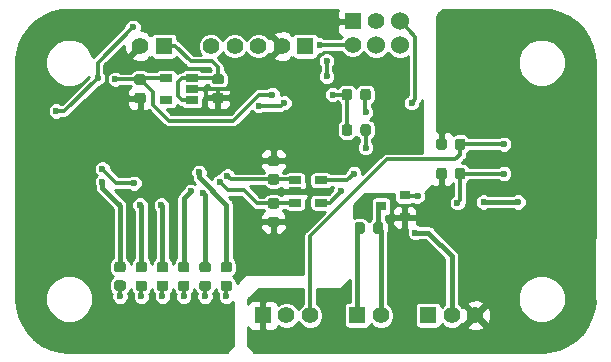
<source format=gbl>
G04 #@! TF.GenerationSoftware,KiCad,Pcbnew,(5.0.0)*
G04 #@! TF.CreationDate,2019-01-23T06:14:12+09:00*
G04 #@! TF.ProjectId,PDS,5044532E6B696361645F706362000000,rev?*
G04 #@! TF.SameCoordinates,Original*
G04 #@! TF.FileFunction,Copper,L2,Bot,Signal*
G04 #@! TF.FilePolarity,Positive*
%FSLAX46Y46*%
G04 Gerber Fmt 4.6, Leading zero omitted, Abs format (unit mm)*
G04 Created by KiCad (PCBNEW (5.0.0)) date 01/23/19 06:14:12*
%MOMM*%
%LPD*%
G01*
G04 APERTURE LIST*
G04 #@! TA.AperFunction,Conductor*
%ADD10C,1.000000*%
G04 #@! TD*
G04 #@! TA.AperFunction,SMDPad,CuDef*
%ADD11C,0.875000*%
G04 #@! TD*
G04 #@! TA.AperFunction,ComponentPad*
%ADD12R,1.400000X1.400000*%
G04 #@! TD*
G04 #@! TA.AperFunction,ComponentPad*
%ADD13C,1.400000*%
G04 #@! TD*
G04 #@! TA.AperFunction,ComponentPad*
%ADD14C,1.524000*%
G04 #@! TD*
G04 #@! TA.AperFunction,SMDPad,CuDef*
%ADD15R,1.060000X0.650000*%
G04 #@! TD*
G04 #@! TA.AperFunction,SMDPad,CuDef*
%ADD16R,0.900000X0.800000*%
G04 #@! TD*
G04 #@! TA.AperFunction,ViaPad*
%ADD17C,0.600000*%
G04 #@! TD*
G04 #@! TA.AperFunction,Conductor*
%ADD18C,0.400000*%
G04 #@! TD*
G04 #@! TA.AperFunction,Conductor*
%ADD19C,0.300000*%
G04 #@! TD*
G04 #@! TA.AperFunction,Conductor*
%ADD20C,0.254000*%
G04 #@! TD*
G04 APERTURE END LIST*
D10*
G04 #@! TO.N,GND*
G04 #@! TO.C,C1*
G36*
X77877691Y-112538553D02*
X77898926Y-112541703D01*
X77919750Y-112546919D01*
X77939962Y-112554151D01*
X77959368Y-112563330D01*
X77977781Y-112574366D01*
X77995024Y-112587154D01*
X78010930Y-112601570D01*
X78025346Y-112617476D01*
X78038134Y-112634719D01*
X78049170Y-112653132D01*
X78058349Y-112672538D01*
X78065581Y-112692750D01*
X78070797Y-112713574D01*
X78073947Y-112734809D01*
X78075000Y-112756250D01*
X78075000Y-113193750D01*
X78073947Y-113215191D01*
X78070797Y-113236426D01*
X78065581Y-113257250D01*
X78058349Y-113277462D01*
X78049170Y-113296868D01*
X78038134Y-113315281D01*
X78025346Y-113332524D01*
X78010930Y-113348430D01*
X77995024Y-113362846D01*
X77977781Y-113375634D01*
X77959368Y-113386670D01*
X77939962Y-113395849D01*
X77919750Y-113403081D01*
X77898926Y-113408297D01*
X77877691Y-113411447D01*
X77856250Y-113412500D01*
X77343750Y-113412500D01*
X77322309Y-113411447D01*
X77301074Y-113408297D01*
X77280250Y-113403081D01*
X77260038Y-113395849D01*
X77240632Y-113386670D01*
X77222219Y-113375634D01*
X77204976Y-113362846D01*
X77189070Y-113348430D01*
X77174654Y-113332524D01*
X77161866Y-113315281D01*
X77150830Y-113296868D01*
X77141651Y-113277462D01*
X77134419Y-113257250D01*
X77129203Y-113236426D01*
X77126053Y-113215191D01*
X77125000Y-113193750D01*
X77125000Y-112756250D01*
X77126053Y-112734809D01*
X77129203Y-112713574D01*
X77134419Y-112692750D01*
X77141651Y-112672538D01*
X77150830Y-112653132D01*
X77161866Y-112634719D01*
X77174654Y-112617476D01*
X77189070Y-112601570D01*
X77204976Y-112587154D01*
X77222219Y-112574366D01*
X77240632Y-112563330D01*
X77260038Y-112554151D01*
X77280250Y-112546919D01*
X77301074Y-112541703D01*
X77322309Y-112538553D01*
X77343750Y-112537500D01*
X77856250Y-112537500D01*
X77877691Y-112538553D01*
X77877691Y-112538553D01*
G37*
D11*
G04 #@! TD*
G04 #@! TO.P,C1,2*
G04 #@! TO.N,GND*
X77600000Y-112975000D03*
D10*
G04 #@! TO.N,+6V*
G04 #@! TO.C,C1*
G36*
X77877691Y-110963553D02*
X77898926Y-110966703D01*
X77919750Y-110971919D01*
X77939962Y-110979151D01*
X77959368Y-110988330D01*
X77977781Y-110999366D01*
X77995024Y-111012154D01*
X78010930Y-111026570D01*
X78025346Y-111042476D01*
X78038134Y-111059719D01*
X78049170Y-111078132D01*
X78058349Y-111097538D01*
X78065581Y-111117750D01*
X78070797Y-111138574D01*
X78073947Y-111159809D01*
X78075000Y-111181250D01*
X78075000Y-111618750D01*
X78073947Y-111640191D01*
X78070797Y-111661426D01*
X78065581Y-111682250D01*
X78058349Y-111702462D01*
X78049170Y-111721868D01*
X78038134Y-111740281D01*
X78025346Y-111757524D01*
X78010930Y-111773430D01*
X77995024Y-111787846D01*
X77977781Y-111800634D01*
X77959368Y-111811670D01*
X77939962Y-111820849D01*
X77919750Y-111828081D01*
X77898926Y-111833297D01*
X77877691Y-111836447D01*
X77856250Y-111837500D01*
X77343750Y-111837500D01*
X77322309Y-111836447D01*
X77301074Y-111833297D01*
X77280250Y-111828081D01*
X77260038Y-111820849D01*
X77240632Y-111811670D01*
X77222219Y-111800634D01*
X77204976Y-111787846D01*
X77189070Y-111773430D01*
X77174654Y-111757524D01*
X77161866Y-111740281D01*
X77150830Y-111721868D01*
X77141651Y-111702462D01*
X77134419Y-111682250D01*
X77129203Y-111661426D01*
X77126053Y-111640191D01*
X77125000Y-111618750D01*
X77125000Y-111181250D01*
X77126053Y-111159809D01*
X77129203Y-111138574D01*
X77134419Y-111117750D01*
X77141651Y-111097538D01*
X77150830Y-111078132D01*
X77161866Y-111059719D01*
X77174654Y-111042476D01*
X77189070Y-111026570D01*
X77204976Y-111012154D01*
X77222219Y-110999366D01*
X77240632Y-110988330D01*
X77260038Y-110979151D01*
X77280250Y-110971919D01*
X77301074Y-110966703D01*
X77322309Y-110963553D01*
X77343750Y-110962500D01*
X77856250Y-110962500D01*
X77877691Y-110963553D01*
X77877691Y-110963553D01*
G37*
D11*
G04 #@! TD*
G04 #@! TO.P,C1,1*
G04 #@! TO.N,+6V*
X77600000Y-111400000D03*
D10*
G04 #@! TO.N,+3V3*
G04 #@! TO.C,C2*
G36*
X71277691Y-110988553D02*
X71298926Y-110991703D01*
X71319750Y-110996919D01*
X71339962Y-111004151D01*
X71359368Y-111013330D01*
X71377781Y-111024366D01*
X71395024Y-111037154D01*
X71410930Y-111051570D01*
X71425346Y-111067476D01*
X71438134Y-111084719D01*
X71449170Y-111103132D01*
X71458349Y-111122538D01*
X71465581Y-111142750D01*
X71470797Y-111163574D01*
X71473947Y-111184809D01*
X71475000Y-111206250D01*
X71475000Y-111643750D01*
X71473947Y-111665191D01*
X71470797Y-111686426D01*
X71465581Y-111707250D01*
X71458349Y-111727462D01*
X71449170Y-111746868D01*
X71438134Y-111765281D01*
X71425346Y-111782524D01*
X71410930Y-111798430D01*
X71395024Y-111812846D01*
X71377781Y-111825634D01*
X71359368Y-111836670D01*
X71339962Y-111845849D01*
X71319750Y-111853081D01*
X71298926Y-111858297D01*
X71277691Y-111861447D01*
X71256250Y-111862500D01*
X70743750Y-111862500D01*
X70722309Y-111861447D01*
X70701074Y-111858297D01*
X70680250Y-111853081D01*
X70660038Y-111845849D01*
X70640632Y-111836670D01*
X70622219Y-111825634D01*
X70604976Y-111812846D01*
X70589070Y-111798430D01*
X70574654Y-111782524D01*
X70561866Y-111765281D01*
X70550830Y-111746868D01*
X70541651Y-111727462D01*
X70534419Y-111707250D01*
X70529203Y-111686426D01*
X70526053Y-111665191D01*
X70525000Y-111643750D01*
X70525000Y-111206250D01*
X70526053Y-111184809D01*
X70529203Y-111163574D01*
X70534419Y-111142750D01*
X70541651Y-111122538D01*
X70550830Y-111103132D01*
X70561866Y-111084719D01*
X70574654Y-111067476D01*
X70589070Y-111051570D01*
X70604976Y-111037154D01*
X70622219Y-111024366D01*
X70640632Y-111013330D01*
X70660038Y-111004151D01*
X70680250Y-110996919D01*
X70701074Y-110991703D01*
X70722309Y-110988553D01*
X70743750Y-110987500D01*
X71256250Y-110987500D01*
X71277691Y-110988553D01*
X71277691Y-110988553D01*
G37*
D11*
G04 #@! TD*
G04 #@! TO.P,C2,1*
G04 #@! TO.N,+3V3*
X71000000Y-111425000D03*
D10*
G04 #@! TO.N,GND*
G04 #@! TO.C,C2*
G36*
X71277691Y-112563553D02*
X71298926Y-112566703D01*
X71319750Y-112571919D01*
X71339962Y-112579151D01*
X71359368Y-112588330D01*
X71377781Y-112599366D01*
X71395024Y-112612154D01*
X71410930Y-112626570D01*
X71425346Y-112642476D01*
X71438134Y-112659719D01*
X71449170Y-112678132D01*
X71458349Y-112697538D01*
X71465581Y-112717750D01*
X71470797Y-112738574D01*
X71473947Y-112759809D01*
X71475000Y-112781250D01*
X71475000Y-113218750D01*
X71473947Y-113240191D01*
X71470797Y-113261426D01*
X71465581Y-113282250D01*
X71458349Y-113302462D01*
X71449170Y-113321868D01*
X71438134Y-113340281D01*
X71425346Y-113357524D01*
X71410930Y-113373430D01*
X71395024Y-113387846D01*
X71377781Y-113400634D01*
X71359368Y-113411670D01*
X71339962Y-113420849D01*
X71319750Y-113428081D01*
X71298926Y-113433297D01*
X71277691Y-113436447D01*
X71256250Y-113437500D01*
X70743750Y-113437500D01*
X70722309Y-113436447D01*
X70701074Y-113433297D01*
X70680250Y-113428081D01*
X70660038Y-113420849D01*
X70640632Y-113411670D01*
X70622219Y-113400634D01*
X70604976Y-113387846D01*
X70589070Y-113373430D01*
X70574654Y-113357524D01*
X70561866Y-113340281D01*
X70550830Y-113321868D01*
X70541651Y-113302462D01*
X70534419Y-113282250D01*
X70529203Y-113261426D01*
X70526053Y-113240191D01*
X70525000Y-113218750D01*
X70525000Y-112781250D01*
X70526053Y-112759809D01*
X70529203Y-112738574D01*
X70534419Y-112717750D01*
X70541651Y-112697538D01*
X70550830Y-112678132D01*
X70561866Y-112659719D01*
X70574654Y-112642476D01*
X70589070Y-112626570D01*
X70604976Y-112612154D01*
X70622219Y-112599366D01*
X70640632Y-112588330D01*
X70660038Y-112579151D01*
X70680250Y-112571919D01*
X70701074Y-112566703D01*
X70722309Y-112563553D01*
X70743750Y-112562500D01*
X71256250Y-112562500D01*
X71277691Y-112563553D01*
X71277691Y-112563553D01*
G37*
D11*
G04 #@! TD*
G04 #@! TO.P,C2,2*
G04 #@! TO.N,GND*
X71000000Y-113000000D03*
D12*
G04 #@! TO.P,J1,1*
G04 #@! TO.N,+6V*
X73000000Y-108600000D03*
D13*
G04 #@! TO.P,J1,2*
G04 #@! TO.N,GND*
X71000000Y-108600000D03*
G04 #@! TD*
G04 #@! TO.P,J2,2*
G04 #@! TO.N,GND*
X83000000Y-108600000D03*
D12*
G04 #@! TO.P,J2,1*
G04 #@! TO.N,+6V*
X85000000Y-108600000D03*
D13*
G04 #@! TO.P,J2,3*
G04 #@! TO.N,TRIG*
X81000000Y-108600000D03*
G04 #@! TO.P,J2,4*
G04 #@! TO.N,TRIG2*
X79000000Y-108600000D03*
G04 #@! TO.P,J2,5*
G04 #@! TO.N,FPIN*
X77000000Y-108600000D03*
G04 #@! TD*
G04 #@! TO.P,J3,2*
G04 #@! TO.N,AirVCC1*
X97400000Y-131400000D03*
D12*
G04 #@! TO.P,J3,1*
G04 #@! TO.N,VCC*
X95400000Y-131400000D03*
D13*
G04 #@! TO.P,J3,3*
G04 #@! TO.N,GNDPWR*
X99400000Y-131400000D03*
G04 #@! TD*
G04 #@! TO.P,J4,3*
G04 #@! TO.N,Servo1*
X85400000Y-131400000D03*
D12*
G04 #@! TO.P,J4,1*
G04 #@! TO.N,GNDPWR*
X81400000Y-131400000D03*
D13*
G04 #@! TO.P,J4,2*
G04 #@! TO.N,VCC*
X83400000Y-131400000D03*
G04 #@! TD*
G04 #@! TO.P,J5,2*
G04 #@! TO.N,AirGND1*
X91400000Y-131400000D03*
D12*
G04 #@! TO.P,J5,1*
G04 #@! TO.N,AirVCC1*
X89400000Y-131400000D03*
G04 #@! TD*
D13*
G04 #@! TO.P,J8,2*
G04 #@! TO.N,/RESET*
X89000000Y-108500000D03*
D12*
G04 #@! TO.P,J8,1*
G04 #@! TO.N,GND*
X89000000Y-106500000D03*
D13*
G04 #@! TO.P,J8,3*
G04 #@! TO.N,SWDIO*
X91000000Y-106500000D03*
D14*
G04 #@! TO.P,J8,4*
G04 #@! TO.N,SWCLK*
X91000000Y-108500000D03*
G04 #@! TO.P,J8,5*
G04 #@! TO.N,Debug_TX*
X93000000Y-106500000D03*
G04 #@! TO.P,J8,6*
G04 #@! TO.N,Debug_RX*
X93000000Y-108500000D03*
G04 #@! TD*
D15*
G04 #@! TO.P,Q1,5*
G04 #@! TO.N,Net-(DCN1-Pad2)*
X86300000Y-121850000D03*
G04 #@! TO.P,Q1,4*
G04 #@! TO.N,Net-(DCN1-Pad4)*
X86300000Y-119950000D03*
G04 #@! TO.P,Q1,3*
G04 #@! TO.N,SIG2*
X84100000Y-119950000D03*
G04 #@! TO.P,Q1,2*
G04 #@! TO.N,GND*
X84100000Y-120900000D03*
G04 #@! TO.P,Q1,1*
G04 #@! TO.N,SIG1*
X84100000Y-121850000D03*
G04 #@! TD*
D16*
G04 #@! TO.P,Q2,1*
G04 #@! TO.N,Net-(DCN1-Pad5)*
X93400000Y-121200000D03*
G04 #@! TO.P,Q2,2*
G04 #@! TO.N,GNDPWR*
X93400000Y-123100000D03*
G04 #@! TO.P,Q2,3*
G04 #@! TO.N,AirGND1*
X91400000Y-122150000D03*
G04 #@! TD*
D10*
G04 #@! TO.N,Net-(D1-Pad2)*
G04 #@! TO.C,R1*
G36*
X69577691Y-128438553D02*
X69598926Y-128441703D01*
X69619750Y-128446919D01*
X69639962Y-128454151D01*
X69659368Y-128463330D01*
X69677781Y-128474366D01*
X69695024Y-128487154D01*
X69710930Y-128501570D01*
X69725346Y-128517476D01*
X69738134Y-128534719D01*
X69749170Y-128553132D01*
X69758349Y-128572538D01*
X69765581Y-128592750D01*
X69770797Y-128613574D01*
X69773947Y-128634809D01*
X69775000Y-128656250D01*
X69775000Y-129093750D01*
X69773947Y-129115191D01*
X69770797Y-129136426D01*
X69765581Y-129157250D01*
X69758349Y-129177462D01*
X69749170Y-129196868D01*
X69738134Y-129215281D01*
X69725346Y-129232524D01*
X69710930Y-129248430D01*
X69695024Y-129262846D01*
X69677781Y-129275634D01*
X69659368Y-129286670D01*
X69639962Y-129295849D01*
X69619750Y-129303081D01*
X69598926Y-129308297D01*
X69577691Y-129311447D01*
X69556250Y-129312500D01*
X69043750Y-129312500D01*
X69022309Y-129311447D01*
X69001074Y-129308297D01*
X68980250Y-129303081D01*
X68960038Y-129295849D01*
X68940632Y-129286670D01*
X68922219Y-129275634D01*
X68904976Y-129262846D01*
X68889070Y-129248430D01*
X68874654Y-129232524D01*
X68861866Y-129215281D01*
X68850830Y-129196868D01*
X68841651Y-129177462D01*
X68834419Y-129157250D01*
X68829203Y-129136426D01*
X68826053Y-129115191D01*
X68825000Y-129093750D01*
X68825000Y-128656250D01*
X68826053Y-128634809D01*
X68829203Y-128613574D01*
X68834419Y-128592750D01*
X68841651Y-128572538D01*
X68850830Y-128553132D01*
X68861866Y-128534719D01*
X68874654Y-128517476D01*
X68889070Y-128501570D01*
X68904976Y-128487154D01*
X68922219Y-128474366D01*
X68940632Y-128463330D01*
X68960038Y-128454151D01*
X68980250Y-128446919D01*
X69001074Y-128441703D01*
X69022309Y-128438553D01*
X69043750Y-128437500D01*
X69556250Y-128437500D01*
X69577691Y-128438553D01*
X69577691Y-128438553D01*
G37*
D11*
G04 #@! TD*
G04 #@! TO.P,R1,2*
G04 #@! TO.N,Net-(D1-Pad2)*
X69300000Y-128875000D03*
D10*
G04 #@! TO.N,+3V3*
G04 #@! TO.C,R1*
G36*
X69577691Y-126863553D02*
X69598926Y-126866703D01*
X69619750Y-126871919D01*
X69639962Y-126879151D01*
X69659368Y-126888330D01*
X69677781Y-126899366D01*
X69695024Y-126912154D01*
X69710930Y-126926570D01*
X69725346Y-126942476D01*
X69738134Y-126959719D01*
X69749170Y-126978132D01*
X69758349Y-126997538D01*
X69765581Y-127017750D01*
X69770797Y-127038574D01*
X69773947Y-127059809D01*
X69775000Y-127081250D01*
X69775000Y-127518750D01*
X69773947Y-127540191D01*
X69770797Y-127561426D01*
X69765581Y-127582250D01*
X69758349Y-127602462D01*
X69749170Y-127621868D01*
X69738134Y-127640281D01*
X69725346Y-127657524D01*
X69710930Y-127673430D01*
X69695024Y-127687846D01*
X69677781Y-127700634D01*
X69659368Y-127711670D01*
X69639962Y-127720849D01*
X69619750Y-127728081D01*
X69598926Y-127733297D01*
X69577691Y-127736447D01*
X69556250Y-127737500D01*
X69043750Y-127737500D01*
X69022309Y-127736447D01*
X69001074Y-127733297D01*
X68980250Y-127728081D01*
X68960038Y-127720849D01*
X68940632Y-127711670D01*
X68922219Y-127700634D01*
X68904976Y-127687846D01*
X68889070Y-127673430D01*
X68874654Y-127657524D01*
X68861866Y-127640281D01*
X68850830Y-127621868D01*
X68841651Y-127602462D01*
X68834419Y-127582250D01*
X68829203Y-127561426D01*
X68826053Y-127540191D01*
X68825000Y-127518750D01*
X68825000Y-127081250D01*
X68826053Y-127059809D01*
X68829203Y-127038574D01*
X68834419Y-127017750D01*
X68841651Y-126997538D01*
X68850830Y-126978132D01*
X68861866Y-126959719D01*
X68874654Y-126942476D01*
X68889070Y-126926570D01*
X68904976Y-126912154D01*
X68922219Y-126899366D01*
X68940632Y-126888330D01*
X68960038Y-126879151D01*
X68980250Y-126871919D01*
X69001074Y-126866703D01*
X69022309Y-126863553D01*
X69043750Y-126862500D01*
X69556250Y-126862500D01*
X69577691Y-126863553D01*
X69577691Y-126863553D01*
G37*
D11*
G04 #@! TD*
G04 #@! TO.P,R1,1*
G04 #@! TO.N,+3V3*
X69300000Y-127300000D03*
D10*
G04 #@! TO.N,/LED1*
G04 #@! TO.C,R2*
G36*
X71377691Y-126876053D02*
X71398926Y-126879203D01*
X71419750Y-126884419D01*
X71439962Y-126891651D01*
X71459368Y-126900830D01*
X71477781Y-126911866D01*
X71495024Y-126924654D01*
X71510930Y-126939070D01*
X71525346Y-126954976D01*
X71538134Y-126972219D01*
X71549170Y-126990632D01*
X71558349Y-127010038D01*
X71565581Y-127030250D01*
X71570797Y-127051074D01*
X71573947Y-127072309D01*
X71575000Y-127093750D01*
X71575000Y-127531250D01*
X71573947Y-127552691D01*
X71570797Y-127573926D01*
X71565581Y-127594750D01*
X71558349Y-127614962D01*
X71549170Y-127634368D01*
X71538134Y-127652781D01*
X71525346Y-127670024D01*
X71510930Y-127685930D01*
X71495024Y-127700346D01*
X71477781Y-127713134D01*
X71459368Y-127724170D01*
X71439962Y-127733349D01*
X71419750Y-127740581D01*
X71398926Y-127745797D01*
X71377691Y-127748947D01*
X71356250Y-127750000D01*
X70843750Y-127750000D01*
X70822309Y-127748947D01*
X70801074Y-127745797D01*
X70780250Y-127740581D01*
X70760038Y-127733349D01*
X70740632Y-127724170D01*
X70722219Y-127713134D01*
X70704976Y-127700346D01*
X70689070Y-127685930D01*
X70674654Y-127670024D01*
X70661866Y-127652781D01*
X70650830Y-127634368D01*
X70641651Y-127614962D01*
X70634419Y-127594750D01*
X70629203Y-127573926D01*
X70626053Y-127552691D01*
X70625000Y-127531250D01*
X70625000Y-127093750D01*
X70626053Y-127072309D01*
X70629203Y-127051074D01*
X70634419Y-127030250D01*
X70641651Y-127010038D01*
X70650830Y-126990632D01*
X70661866Y-126972219D01*
X70674654Y-126954976D01*
X70689070Y-126939070D01*
X70704976Y-126924654D01*
X70722219Y-126911866D01*
X70740632Y-126900830D01*
X70760038Y-126891651D01*
X70780250Y-126884419D01*
X70801074Y-126879203D01*
X70822309Y-126876053D01*
X70843750Y-126875000D01*
X71356250Y-126875000D01*
X71377691Y-126876053D01*
X71377691Y-126876053D01*
G37*
D11*
G04 #@! TD*
G04 #@! TO.P,R2,1*
G04 #@! TO.N,/LED1*
X71100000Y-127312500D03*
D10*
G04 #@! TO.N,Net-(D2-Pad2)*
G04 #@! TO.C,R2*
G36*
X71377691Y-128451053D02*
X71398926Y-128454203D01*
X71419750Y-128459419D01*
X71439962Y-128466651D01*
X71459368Y-128475830D01*
X71477781Y-128486866D01*
X71495024Y-128499654D01*
X71510930Y-128514070D01*
X71525346Y-128529976D01*
X71538134Y-128547219D01*
X71549170Y-128565632D01*
X71558349Y-128585038D01*
X71565581Y-128605250D01*
X71570797Y-128626074D01*
X71573947Y-128647309D01*
X71575000Y-128668750D01*
X71575000Y-129106250D01*
X71573947Y-129127691D01*
X71570797Y-129148926D01*
X71565581Y-129169750D01*
X71558349Y-129189962D01*
X71549170Y-129209368D01*
X71538134Y-129227781D01*
X71525346Y-129245024D01*
X71510930Y-129260930D01*
X71495024Y-129275346D01*
X71477781Y-129288134D01*
X71459368Y-129299170D01*
X71439962Y-129308349D01*
X71419750Y-129315581D01*
X71398926Y-129320797D01*
X71377691Y-129323947D01*
X71356250Y-129325000D01*
X70843750Y-129325000D01*
X70822309Y-129323947D01*
X70801074Y-129320797D01*
X70780250Y-129315581D01*
X70760038Y-129308349D01*
X70740632Y-129299170D01*
X70722219Y-129288134D01*
X70704976Y-129275346D01*
X70689070Y-129260930D01*
X70674654Y-129245024D01*
X70661866Y-129227781D01*
X70650830Y-129209368D01*
X70641651Y-129189962D01*
X70634419Y-129169750D01*
X70629203Y-129148926D01*
X70626053Y-129127691D01*
X70625000Y-129106250D01*
X70625000Y-128668750D01*
X70626053Y-128647309D01*
X70629203Y-128626074D01*
X70634419Y-128605250D01*
X70641651Y-128585038D01*
X70650830Y-128565632D01*
X70661866Y-128547219D01*
X70674654Y-128529976D01*
X70689070Y-128514070D01*
X70704976Y-128499654D01*
X70722219Y-128486866D01*
X70740632Y-128475830D01*
X70760038Y-128466651D01*
X70780250Y-128459419D01*
X70801074Y-128454203D01*
X70822309Y-128451053D01*
X70843750Y-128450000D01*
X71356250Y-128450000D01*
X71377691Y-128451053D01*
X71377691Y-128451053D01*
G37*
D11*
G04 #@! TD*
G04 #@! TO.P,R2,2*
G04 #@! TO.N,Net-(D2-Pad2)*
X71100000Y-128887500D03*
D10*
G04 #@! TO.N,Net-(D3-Pad2)*
G04 #@! TO.C,R3*
G36*
X73177691Y-128451053D02*
X73198926Y-128454203D01*
X73219750Y-128459419D01*
X73239962Y-128466651D01*
X73259368Y-128475830D01*
X73277781Y-128486866D01*
X73295024Y-128499654D01*
X73310930Y-128514070D01*
X73325346Y-128529976D01*
X73338134Y-128547219D01*
X73349170Y-128565632D01*
X73358349Y-128585038D01*
X73365581Y-128605250D01*
X73370797Y-128626074D01*
X73373947Y-128647309D01*
X73375000Y-128668750D01*
X73375000Y-129106250D01*
X73373947Y-129127691D01*
X73370797Y-129148926D01*
X73365581Y-129169750D01*
X73358349Y-129189962D01*
X73349170Y-129209368D01*
X73338134Y-129227781D01*
X73325346Y-129245024D01*
X73310930Y-129260930D01*
X73295024Y-129275346D01*
X73277781Y-129288134D01*
X73259368Y-129299170D01*
X73239962Y-129308349D01*
X73219750Y-129315581D01*
X73198926Y-129320797D01*
X73177691Y-129323947D01*
X73156250Y-129325000D01*
X72643750Y-129325000D01*
X72622309Y-129323947D01*
X72601074Y-129320797D01*
X72580250Y-129315581D01*
X72560038Y-129308349D01*
X72540632Y-129299170D01*
X72522219Y-129288134D01*
X72504976Y-129275346D01*
X72489070Y-129260930D01*
X72474654Y-129245024D01*
X72461866Y-129227781D01*
X72450830Y-129209368D01*
X72441651Y-129189962D01*
X72434419Y-129169750D01*
X72429203Y-129148926D01*
X72426053Y-129127691D01*
X72425000Y-129106250D01*
X72425000Y-128668750D01*
X72426053Y-128647309D01*
X72429203Y-128626074D01*
X72434419Y-128605250D01*
X72441651Y-128585038D01*
X72450830Y-128565632D01*
X72461866Y-128547219D01*
X72474654Y-128529976D01*
X72489070Y-128514070D01*
X72504976Y-128499654D01*
X72522219Y-128486866D01*
X72540632Y-128475830D01*
X72560038Y-128466651D01*
X72580250Y-128459419D01*
X72601074Y-128454203D01*
X72622309Y-128451053D01*
X72643750Y-128450000D01*
X73156250Y-128450000D01*
X73177691Y-128451053D01*
X73177691Y-128451053D01*
G37*
D11*
G04 #@! TD*
G04 #@! TO.P,R3,2*
G04 #@! TO.N,Net-(D3-Pad2)*
X72900000Y-128887500D03*
D10*
G04 #@! TO.N,/LED2*
G04 #@! TO.C,R3*
G36*
X73177691Y-126876053D02*
X73198926Y-126879203D01*
X73219750Y-126884419D01*
X73239962Y-126891651D01*
X73259368Y-126900830D01*
X73277781Y-126911866D01*
X73295024Y-126924654D01*
X73310930Y-126939070D01*
X73325346Y-126954976D01*
X73338134Y-126972219D01*
X73349170Y-126990632D01*
X73358349Y-127010038D01*
X73365581Y-127030250D01*
X73370797Y-127051074D01*
X73373947Y-127072309D01*
X73375000Y-127093750D01*
X73375000Y-127531250D01*
X73373947Y-127552691D01*
X73370797Y-127573926D01*
X73365581Y-127594750D01*
X73358349Y-127614962D01*
X73349170Y-127634368D01*
X73338134Y-127652781D01*
X73325346Y-127670024D01*
X73310930Y-127685930D01*
X73295024Y-127700346D01*
X73277781Y-127713134D01*
X73259368Y-127724170D01*
X73239962Y-127733349D01*
X73219750Y-127740581D01*
X73198926Y-127745797D01*
X73177691Y-127748947D01*
X73156250Y-127750000D01*
X72643750Y-127750000D01*
X72622309Y-127748947D01*
X72601074Y-127745797D01*
X72580250Y-127740581D01*
X72560038Y-127733349D01*
X72540632Y-127724170D01*
X72522219Y-127713134D01*
X72504976Y-127700346D01*
X72489070Y-127685930D01*
X72474654Y-127670024D01*
X72461866Y-127652781D01*
X72450830Y-127634368D01*
X72441651Y-127614962D01*
X72434419Y-127594750D01*
X72429203Y-127573926D01*
X72426053Y-127552691D01*
X72425000Y-127531250D01*
X72425000Y-127093750D01*
X72426053Y-127072309D01*
X72429203Y-127051074D01*
X72434419Y-127030250D01*
X72441651Y-127010038D01*
X72450830Y-126990632D01*
X72461866Y-126972219D01*
X72474654Y-126954976D01*
X72489070Y-126939070D01*
X72504976Y-126924654D01*
X72522219Y-126911866D01*
X72540632Y-126900830D01*
X72560038Y-126891651D01*
X72580250Y-126884419D01*
X72601074Y-126879203D01*
X72622309Y-126876053D01*
X72643750Y-126875000D01*
X73156250Y-126875000D01*
X73177691Y-126876053D01*
X73177691Y-126876053D01*
G37*
D11*
G04 #@! TD*
G04 #@! TO.P,R3,1*
G04 #@! TO.N,/LED2*
X72900000Y-127312500D03*
D10*
G04 #@! TO.N,Net-(D4-Pad2)*
G04 #@! TO.C,R4*
G36*
X76777691Y-128451053D02*
X76798926Y-128454203D01*
X76819750Y-128459419D01*
X76839962Y-128466651D01*
X76859368Y-128475830D01*
X76877781Y-128486866D01*
X76895024Y-128499654D01*
X76910930Y-128514070D01*
X76925346Y-128529976D01*
X76938134Y-128547219D01*
X76949170Y-128565632D01*
X76958349Y-128585038D01*
X76965581Y-128605250D01*
X76970797Y-128626074D01*
X76973947Y-128647309D01*
X76975000Y-128668750D01*
X76975000Y-129106250D01*
X76973947Y-129127691D01*
X76970797Y-129148926D01*
X76965581Y-129169750D01*
X76958349Y-129189962D01*
X76949170Y-129209368D01*
X76938134Y-129227781D01*
X76925346Y-129245024D01*
X76910930Y-129260930D01*
X76895024Y-129275346D01*
X76877781Y-129288134D01*
X76859368Y-129299170D01*
X76839962Y-129308349D01*
X76819750Y-129315581D01*
X76798926Y-129320797D01*
X76777691Y-129323947D01*
X76756250Y-129325000D01*
X76243750Y-129325000D01*
X76222309Y-129323947D01*
X76201074Y-129320797D01*
X76180250Y-129315581D01*
X76160038Y-129308349D01*
X76140632Y-129299170D01*
X76122219Y-129288134D01*
X76104976Y-129275346D01*
X76089070Y-129260930D01*
X76074654Y-129245024D01*
X76061866Y-129227781D01*
X76050830Y-129209368D01*
X76041651Y-129189962D01*
X76034419Y-129169750D01*
X76029203Y-129148926D01*
X76026053Y-129127691D01*
X76025000Y-129106250D01*
X76025000Y-128668750D01*
X76026053Y-128647309D01*
X76029203Y-128626074D01*
X76034419Y-128605250D01*
X76041651Y-128585038D01*
X76050830Y-128565632D01*
X76061866Y-128547219D01*
X76074654Y-128529976D01*
X76089070Y-128514070D01*
X76104976Y-128499654D01*
X76122219Y-128486866D01*
X76140632Y-128475830D01*
X76160038Y-128466651D01*
X76180250Y-128459419D01*
X76201074Y-128454203D01*
X76222309Y-128451053D01*
X76243750Y-128450000D01*
X76756250Y-128450000D01*
X76777691Y-128451053D01*
X76777691Y-128451053D01*
G37*
D11*
G04 #@! TD*
G04 #@! TO.P,R4,2*
G04 #@! TO.N,Net-(D4-Pad2)*
X76500000Y-128887500D03*
D10*
G04 #@! TO.N,SIG1*
G04 #@! TO.C,R4*
G36*
X76777691Y-126876053D02*
X76798926Y-126879203D01*
X76819750Y-126884419D01*
X76839962Y-126891651D01*
X76859368Y-126900830D01*
X76877781Y-126911866D01*
X76895024Y-126924654D01*
X76910930Y-126939070D01*
X76925346Y-126954976D01*
X76938134Y-126972219D01*
X76949170Y-126990632D01*
X76958349Y-127010038D01*
X76965581Y-127030250D01*
X76970797Y-127051074D01*
X76973947Y-127072309D01*
X76975000Y-127093750D01*
X76975000Y-127531250D01*
X76973947Y-127552691D01*
X76970797Y-127573926D01*
X76965581Y-127594750D01*
X76958349Y-127614962D01*
X76949170Y-127634368D01*
X76938134Y-127652781D01*
X76925346Y-127670024D01*
X76910930Y-127685930D01*
X76895024Y-127700346D01*
X76877781Y-127713134D01*
X76859368Y-127724170D01*
X76839962Y-127733349D01*
X76819750Y-127740581D01*
X76798926Y-127745797D01*
X76777691Y-127748947D01*
X76756250Y-127750000D01*
X76243750Y-127750000D01*
X76222309Y-127748947D01*
X76201074Y-127745797D01*
X76180250Y-127740581D01*
X76160038Y-127733349D01*
X76140632Y-127724170D01*
X76122219Y-127713134D01*
X76104976Y-127700346D01*
X76089070Y-127685930D01*
X76074654Y-127670024D01*
X76061866Y-127652781D01*
X76050830Y-127634368D01*
X76041651Y-127614962D01*
X76034419Y-127594750D01*
X76029203Y-127573926D01*
X76026053Y-127552691D01*
X76025000Y-127531250D01*
X76025000Y-127093750D01*
X76026053Y-127072309D01*
X76029203Y-127051074D01*
X76034419Y-127030250D01*
X76041651Y-127010038D01*
X76050830Y-126990632D01*
X76061866Y-126972219D01*
X76074654Y-126954976D01*
X76089070Y-126939070D01*
X76104976Y-126924654D01*
X76122219Y-126911866D01*
X76140632Y-126900830D01*
X76160038Y-126891651D01*
X76180250Y-126884419D01*
X76201074Y-126879203D01*
X76222309Y-126876053D01*
X76243750Y-126875000D01*
X76756250Y-126875000D01*
X76777691Y-126876053D01*
X76777691Y-126876053D01*
G37*
D11*
G04 #@! TD*
G04 #@! TO.P,R4,1*
G04 #@! TO.N,SIG1*
X76500000Y-127312500D03*
D10*
G04 #@! TO.N,Net-(D5-Pad2)*
G04 #@! TO.C,R5*
G36*
X74977691Y-128451053D02*
X74998926Y-128454203D01*
X75019750Y-128459419D01*
X75039962Y-128466651D01*
X75059368Y-128475830D01*
X75077781Y-128486866D01*
X75095024Y-128499654D01*
X75110930Y-128514070D01*
X75125346Y-128529976D01*
X75138134Y-128547219D01*
X75149170Y-128565632D01*
X75158349Y-128585038D01*
X75165581Y-128605250D01*
X75170797Y-128626074D01*
X75173947Y-128647309D01*
X75175000Y-128668750D01*
X75175000Y-129106250D01*
X75173947Y-129127691D01*
X75170797Y-129148926D01*
X75165581Y-129169750D01*
X75158349Y-129189962D01*
X75149170Y-129209368D01*
X75138134Y-129227781D01*
X75125346Y-129245024D01*
X75110930Y-129260930D01*
X75095024Y-129275346D01*
X75077781Y-129288134D01*
X75059368Y-129299170D01*
X75039962Y-129308349D01*
X75019750Y-129315581D01*
X74998926Y-129320797D01*
X74977691Y-129323947D01*
X74956250Y-129325000D01*
X74443750Y-129325000D01*
X74422309Y-129323947D01*
X74401074Y-129320797D01*
X74380250Y-129315581D01*
X74360038Y-129308349D01*
X74340632Y-129299170D01*
X74322219Y-129288134D01*
X74304976Y-129275346D01*
X74289070Y-129260930D01*
X74274654Y-129245024D01*
X74261866Y-129227781D01*
X74250830Y-129209368D01*
X74241651Y-129189962D01*
X74234419Y-129169750D01*
X74229203Y-129148926D01*
X74226053Y-129127691D01*
X74225000Y-129106250D01*
X74225000Y-128668750D01*
X74226053Y-128647309D01*
X74229203Y-128626074D01*
X74234419Y-128605250D01*
X74241651Y-128585038D01*
X74250830Y-128565632D01*
X74261866Y-128547219D01*
X74274654Y-128529976D01*
X74289070Y-128514070D01*
X74304976Y-128499654D01*
X74322219Y-128486866D01*
X74340632Y-128475830D01*
X74360038Y-128466651D01*
X74380250Y-128459419D01*
X74401074Y-128454203D01*
X74422309Y-128451053D01*
X74443750Y-128450000D01*
X74956250Y-128450000D01*
X74977691Y-128451053D01*
X74977691Y-128451053D01*
G37*
D11*
G04 #@! TD*
G04 #@! TO.P,R5,2*
G04 #@! TO.N,Net-(D5-Pad2)*
X74700000Y-128887500D03*
D10*
G04 #@! TO.N,SIG2*
G04 #@! TO.C,R5*
G36*
X74977691Y-126876053D02*
X74998926Y-126879203D01*
X75019750Y-126884419D01*
X75039962Y-126891651D01*
X75059368Y-126900830D01*
X75077781Y-126911866D01*
X75095024Y-126924654D01*
X75110930Y-126939070D01*
X75125346Y-126954976D01*
X75138134Y-126972219D01*
X75149170Y-126990632D01*
X75158349Y-127010038D01*
X75165581Y-127030250D01*
X75170797Y-127051074D01*
X75173947Y-127072309D01*
X75175000Y-127093750D01*
X75175000Y-127531250D01*
X75173947Y-127552691D01*
X75170797Y-127573926D01*
X75165581Y-127594750D01*
X75158349Y-127614962D01*
X75149170Y-127634368D01*
X75138134Y-127652781D01*
X75125346Y-127670024D01*
X75110930Y-127685930D01*
X75095024Y-127700346D01*
X75077781Y-127713134D01*
X75059368Y-127724170D01*
X75039962Y-127733349D01*
X75019750Y-127740581D01*
X74998926Y-127745797D01*
X74977691Y-127748947D01*
X74956250Y-127750000D01*
X74443750Y-127750000D01*
X74422309Y-127748947D01*
X74401074Y-127745797D01*
X74380250Y-127740581D01*
X74360038Y-127733349D01*
X74340632Y-127724170D01*
X74322219Y-127713134D01*
X74304976Y-127700346D01*
X74289070Y-127685930D01*
X74274654Y-127670024D01*
X74261866Y-127652781D01*
X74250830Y-127634368D01*
X74241651Y-127614962D01*
X74234419Y-127594750D01*
X74229203Y-127573926D01*
X74226053Y-127552691D01*
X74225000Y-127531250D01*
X74225000Y-127093750D01*
X74226053Y-127072309D01*
X74229203Y-127051074D01*
X74234419Y-127030250D01*
X74241651Y-127010038D01*
X74250830Y-126990632D01*
X74261866Y-126972219D01*
X74274654Y-126954976D01*
X74289070Y-126939070D01*
X74304976Y-126924654D01*
X74322219Y-126911866D01*
X74340632Y-126900830D01*
X74360038Y-126891651D01*
X74380250Y-126884419D01*
X74401074Y-126879203D01*
X74422309Y-126876053D01*
X74443750Y-126875000D01*
X74956250Y-126875000D01*
X74977691Y-126876053D01*
X74977691Y-126876053D01*
G37*
D11*
G04 #@! TD*
G04 #@! TO.P,R5,1*
G04 #@! TO.N,SIG2*
X74700000Y-127312500D03*
D10*
G04 #@! TO.N,SIG1*
G04 #@! TO.C,R8*
G36*
X82577691Y-121476053D02*
X82598926Y-121479203D01*
X82619750Y-121484419D01*
X82639962Y-121491651D01*
X82659368Y-121500830D01*
X82677781Y-121511866D01*
X82695024Y-121524654D01*
X82710930Y-121539070D01*
X82725346Y-121554976D01*
X82738134Y-121572219D01*
X82749170Y-121590632D01*
X82758349Y-121610038D01*
X82765581Y-121630250D01*
X82770797Y-121651074D01*
X82773947Y-121672309D01*
X82775000Y-121693750D01*
X82775000Y-122131250D01*
X82773947Y-122152691D01*
X82770797Y-122173926D01*
X82765581Y-122194750D01*
X82758349Y-122214962D01*
X82749170Y-122234368D01*
X82738134Y-122252781D01*
X82725346Y-122270024D01*
X82710930Y-122285930D01*
X82695024Y-122300346D01*
X82677781Y-122313134D01*
X82659368Y-122324170D01*
X82639962Y-122333349D01*
X82619750Y-122340581D01*
X82598926Y-122345797D01*
X82577691Y-122348947D01*
X82556250Y-122350000D01*
X82043750Y-122350000D01*
X82022309Y-122348947D01*
X82001074Y-122345797D01*
X81980250Y-122340581D01*
X81960038Y-122333349D01*
X81940632Y-122324170D01*
X81922219Y-122313134D01*
X81904976Y-122300346D01*
X81889070Y-122285930D01*
X81874654Y-122270024D01*
X81861866Y-122252781D01*
X81850830Y-122234368D01*
X81841651Y-122214962D01*
X81834419Y-122194750D01*
X81829203Y-122173926D01*
X81826053Y-122152691D01*
X81825000Y-122131250D01*
X81825000Y-121693750D01*
X81826053Y-121672309D01*
X81829203Y-121651074D01*
X81834419Y-121630250D01*
X81841651Y-121610038D01*
X81850830Y-121590632D01*
X81861866Y-121572219D01*
X81874654Y-121554976D01*
X81889070Y-121539070D01*
X81904976Y-121524654D01*
X81922219Y-121511866D01*
X81940632Y-121500830D01*
X81960038Y-121491651D01*
X81980250Y-121484419D01*
X82001074Y-121479203D01*
X82022309Y-121476053D01*
X82043750Y-121475000D01*
X82556250Y-121475000D01*
X82577691Y-121476053D01*
X82577691Y-121476053D01*
G37*
D11*
G04 #@! TD*
G04 #@! TO.P,R8,1*
G04 #@! TO.N,SIG1*
X82300000Y-121912500D03*
D10*
G04 #@! TO.N,GND*
G04 #@! TO.C,R8*
G36*
X82577691Y-123051053D02*
X82598926Y-123054203D01*
X82619750Y-123059419D01*
X82639962Y-123066651D01*
X82659368Y-123075830D01*
X82677781Y-123086866D01*
X82695024Y-123099654D01*
X82710930Y-123114070D01*
X82725346Y-123129976D01*
X82738134Y-123147219D01*
X82749170Y-123165632D01*
X82758349Y-123185038D01*
X82765581Y-123205250D01*
X82770797Y-123226074D01*
X82773947Y-123247309D01*
X82775000Y-123268750D01*
X82775000Y-123706250D01*
X82773947Y-123727691D01*
X82770797Y-123748926D01*
X82765581Y-123769750D01*
X82758349Y-123789962D01*
X82749170Y-123809368D01*
X82738134Y-123827781D01*
X82725346Y-123845024D01*
X82710930Y-123860930D01*
X82695024Y-123875346D01*
X82677781Y-123888134D01*
X82659368Y-123899170D01*
X82639962Y-123908349D01*
X82619750Y-123915581D01*
X82598926Y-123920797D01*
X82577691Y-123923947D01*
X82556250Y-123925000D01*
X82043750Y-123925000D01*
X82022309Y-123923947D01*
X82001074Y-123920797D01*
X81980250Y-123915581D01*
X81960038Y-123908349D01*
X81940632Y-123899170D01*
X81922219Y-123888134D01*
X81904976Y-123875346D01*
X81889070Y-123860930D01*
X81874654Y-123845024D01*
X81861866Y-123827781D01*
X81850830Y-123809368D01*
X81841651Y-123789962D01*
X81834419Y-123769750D01*
X81829203Y-123748926D01*
X81826053Y-123727691D01*
X81825000Y-123706250D01*
X81825000Y-123268750D01*
X81826053Y-123247309D01*
X81829203Y-123226074D01*
X81834419Y-123205250D01*
X81841651Y-123185038D01*
X81850830Y-123165632D01*
X81861866Y-123147219D01*
X81874654Y-123129976D01*
X81889070Y-123114070D01*
X81904976Y-123099654D01*
X81922219Y-123086866D01*
X81940632Y-123075830D01*
X81960038Y-123066651D01*
X81980250Y-123059419D01*
X82001074Y-123054203D01*
X82022309Y-123051053D01*
X82043750Y-123050000D01*
X82556250Y-123050000D01*
X82577691Y-123051053D01*
X82577691Y-123051053D01*
G37*
D11*
G04 #@! TD*
G04 #@! TO.P,R8,2*
G04 #@! TO.N,GND*
X82300000Y-123487500D03*
D10*
G04 #@! TO.N,SIG2*
G04 #@! TO.C,R9*
G36*
X82577691Y-119451053D02*
X82598926Y-119454203D01*
X82619750Y-119459419D01*
X82639962Y-119466651D01*
X82659368Y-119475830D01*
X82677781Y-119486866D01*
X82695024Y-119499654D01*
X82710930Y-119514070D01*
X82725346Y-119529976D01*
X82738134Y-119547219D01*
X82749170Y-119565632D01*
X82758349Y-119585038D01*
X82765581Y-119605250D01*
X82770797Y-119626074D01*
X82773947Y-119647309D01*
X82775000Y-119668750D01*
X82775000Y-120106250D01*
X82773947Y-120127691D01*
X82770797Y-120148926D01*
X82765581Y-120169750D01*
X82758349Y-120189962D01*
X82749170Y-120209368D01*
X82738134Y-120227781D01*
X82725346Y-120245024D01*
X82710930Y-120260930D01*
X82695024Y-120275346D01*
X82677781Y-120288134D01*
X82659368Y-120299170D01*
X82639962Y-120308349D01*
X82619750Y-120315581D01*
X82598926Y-120320797D01*
X82577691Y-120323947D01*
X82556250Y-120325000D01*
X82043750Y-120325000D01*
X82022309Y-120323947D01*
X82001074Y-120320797D01*
X81980250Y-120315581D01*
X81960038Y-120308349D01*
X81940632Y-120299170D01*
X81922219Y-120288134D01*
X81904976Y-120275346D01*
X81889070Y-120260930D01*
X81874654Y-120245024D01*
X81861866Y-120227781D01*
X81850830Y-120209368D01*
X81841651Y-120189962D01*
X81834419Y-120169750D01*
X81829203Y-120148926D01*
X81826053Y-120127691D01*
X81825000Y-120106250D01*
X81825000Y-119668750D01*
X81826053Y-119647309D01*
X81829203Y-119626074D01*
X81834419Y-119605250D01*
X81841651Y-119585038D01*
X81850830Y-119565632D01*
X81861866Y-119547219D01*
X81874654Y-119529976D01*
X81889070Y-119514070D01*
X81904976Y-119499654D01*
X81922219Y-119486866D01*
X81940632Y-119475830D01*
X81960038Y-119466651D01*
X81980250Y-119459419D01*
X82001074Y-119454203D01*
X82022309Y-119451053D01*
X82043750Y-119450000D01*
X82556250Y-119450000D01*
X82577691Y-119451053D01*
X82577691Y-119451053D01*
G37*
D11*
G04 #@! TD*
G04 #@! TO.P,R9,1*
G04 #@! TO.N,SIG2*
X82300000Y-119887500D03*
D10*
G04 #@! TO.N,GND*
G04 #@! TO.C,R9*
G36*
X82577691Y-117876053D02*
X82598926Y-117879203D01*
X82619750Y-117884419D01*
X82639962Y-117891651D01*
X82659368Y-117900830D01*
X82677781Y-117911866D01*
X82695024Y-117924654D01*
X82710930Y-117939070D01*
X82725346Y-117954976D01*
X82738134Y-117972219D01*
X82749170Y-117990632D01*
X82758349Y-118010038D01*
X82765581Y-118030250D01*
X82770797Y-118051074D01*
X82773947Y-118072309D01*
X82775000Y-118093750D01*
X82775000Y-118531250D01*
X82773947Y-118552691D01*
X82770797Y-118573926D01*
X82765581Y-118594750D01*
X82758349Y-118614962D01*
X82749170Y-118634368D01*
X82738134Y-118652781D01*
X82725346Y-118670024D01*
X82710930Y-118685930D01*
X82695024Y-118700346D01*
X82677781Y-118713134D01*
X82659368Y-118724170D01*
X82639962Y-118733349D01*
X82619750Y-118740581D01*
X82598926Y-118745797D01*
X82577691Y-118748947D01*
X82556250Y-118750000D01*
X82043750Y-118750000D01*
X82022309Y-118748947D01*
X82001074Y-118745797D01*
X81980250Y-118740581D01*
X81960038Y-118733349D01*
X81940632Y-118724170D01*
X81922219Y-118713134D01*
X81904976Y-118700346D01*
X81889070Y-118685930D01*
X81874654Y-118670024D01*
X81861866Y-118652781D01*
X81850830Y-118634368D01*
X81841651Y-118614962D01*
X81834419Y-118594750D01*
X81829203Y-118573926D01*
X81826053Y-118552691D01*
X81825000Y-118531250D01*
X81825000Y-118093750D01*
X81826053Y-118072309D01*
X81829203Y-118051074D01*
X81834419Y-118030250D01*
X81841651Y-118010038D01*
X81850830Y-117990632D01*
X81861866Y-117972219D01*
X81874654Y-117954976D01*
X81889070Y-117939070D01*
X81904976Y-117924654D01*
X81922219Y-117911866D01*
X81940632Y-117900830D01*
X81960038Y-117891651D01*
X81980250Y-117884419D01*
X82001074Y-117879203D01*
X82022309Y-117876053D01*
X82043750Y-117875000D01*
X82556250Y-117875000D01*
X82577691Y-117876053D01*
X82577691Y-117876053D01*
G37*
D11*
G04 #@! TD*
G04 #@! TO.P,R9,2*
G04 #@! TO.N,GND*
X82300000Y-118312500D03*
D10*
G04 #@! TO.N,+3V3*
G04 #@! TO.C,R12*
G36*
X88752691Y-112226053D02*
X88773926Y-112229203D01*
X88794750Y-112234419D01*
X88814962Y-112241651D01*
X88834368Y-112250830D01*
X88852781Y-112261866D01*
X88870024Y-112274654D01*
X88885930Y-112289070D01*
X88900346Y-112304976D01*
X88913134Y-112322219D01*
X88924170Y-112340632D01*
X88933349Y-112360038D01*
X88940581Y-112380250D01*
X88945797Y-112401074D01*
X88948947Y-112422309D01*
X88950000Y-112443750D01*
X88950000Y-112956250D01*
X88948947Y-112977691D01*
X88945797Y-112998926D01*
X88940581Y-113019750D01*
X88933349Y-113039962D01*
X88924170Y-113059368D01*
X88913134Y-113077781D01*
X88900346Y-113095024D01*
X88885930Y-113110930D01*
X88870024Y-113125346D01*
X88852781Y-113138134D01*
X88834368Y-113149170D01*
X88814962Y-113158349D01*
X88794750Y-113165581D01*
X88773926Y-113170797D01*
X88752691Y-113173947D01*
X88731250Y-113175000D01*
X88293750Y-113175000D01*
X88272309Y-113173947D01*
X88251074Y-113170797D01*
X88230250Y-113165581D01*
X88210038Y-113158349D01*
X88190632Y-113149170D01*
X88172219Y-113138134D01*
X88154976Y-113125346D01*
X88139070Y-113110930D01*
X88124654Y-113095024D01*
X88111866Y-113077781D01*
X88100830Y-113059368D01*
X88091651Y-113039962D01*
X88084419Y-113019750D01*
X88079203Y-112998926D01*
X88076053Y-112977691D01*
X88075000Y-112956250D01*
X88075000Y-112443750D01*
X88076053Y-112422309D01*
X88079203Y-112401074D01*
X88084419Y-112380250D01*
X88091651Y-112360038D01*
X88100830Y-112340632D01*
X88111866Y-112322219D01*
X88124654Y-112304976D01*
X88139070Y-112289070D01*
X88154976Y-112274654D01*
X88172219Y-112261866D01*
X88190632Y-112250830D01*
X88210038Y-112241651D01*
X88230250Y-112234419D01*
X88251074Y-112229203D01*
X88272309Y-112226053D01*
X88293750Y-112225000D01*
X88731250Y-112225000D01*
X88752691Y-112226053D01*
X88752691Y-112226053D01*
G37*
D11*
G04 #@! TD*
G04 #@! TO.P,R12,1*
G04 #@! TO.N,+3V3*
X88512500Y-112700000D03*
D10*
G04 #@! TO.N,Net-(DCN1-Pad1)*
G04 #@! TO.C,R12*
G36*
X90327691Y-112226053D02*
X90348926Y-112229203D01*
X90369750Y-112234419D01*
X90389962Y-112241651D01*
X90409368Y-112250830D01*
X90427781Y-112261866D01*
X90445024Y-112274654D01*
X90460930Y-112289070D01*
X90475346Y-112304976D01*
X90488134Y-112322219D01*
X90499170Y-112340632D01*
X90508349Y-112360038D01*
X90515581Y-112380250D01*
X90520797Y-112401074D01*
X90523947Y-112422309D01*
X90525000Y-112443750D01*
X90525000Y-112956250D01*
X90523947Y-112977691D01*
X90520797Y-112998926D01*
X90515581Y-113019750D01*
X90508349Y-113039962D01*
X90499170Y-113059368D01*
X90488134Y-113077781D01*
X90475346Y-113095024D01*
X90460930Y-113110930D01*
X90445024Y-113125346D01*
X90427781Y-113138134D01*
X90409368Y-113149170D01*
X90389962Y-113158349D01*
X90369750Y-113165581D01*
X90348926Y-113170797D01*
X90327691Y-113173947D01*
X90306250Y-113175000D01*
X89868750Y-113175000D01*
X89847309Y-113173947D01*
X89826074Y-113170797D01*
X89805250Y-113165581D01*
X89785038Y-113158349D01*
X89765632Y-113149170D01*
X89747219Y-113138134D01*
X89729976Y-113125346D01*
X89714070Y-113110930D01*
X89699654Y-113095024D01*
X89686866Y-113077781D01*
X89675830Y-113059368D01*
X89666651Y-113039962D01*
X89659419Y-113019750D01*
X89654203Y-112998926D01*
X89651053Y-112977691D01*
X89650000Y-112956250D01*
X89650000Y-112443750D01*
X89651053Y-112422309D01*
X89654203Y-112401074D01*
X89659419Y-112380250D01*
X89666651Y-112360038D01*
X89675830Y-112340632D01*
X89686866Y-112322219D01*
X89699654Y-112304976D01*
X89714070Y-112289070D01*
X89729976Y-112274654D01*
X89747219Y-112261866D01*
X89765632Y-112250830D01*
X89785038Y-112241651D01*
X89805250Y-112234419D01*
X89826074Y-112229203D01*
X89847309Y-112226053D01*
X89868750Y-112225000D01*
X90306250Y-112225000D01*
X90327691Y-112226053D01*
X90327691Y-112226053D01*
G37*
D11*
G04 #@! TD*
G04 #@! TO.P,R12,2*
G04 #@! TO.N,Net-(DCN1-Pad1)*
X90087500Y-112700000D03*
D10*
G04 #@! TO.N,Net-(DCN1-Pad3)*
G04 #@! TO.C,R13*
G36*
X90340191Y-115226053D02*
X90361426Y-115229203D01*
X90382250Y-115234419D01*
X90402462Y-115241651D01*
X90421868Y-115250830D01*
X90440281Y-115261866D01*
X90457524Y-115274654D01*
X90473430Y-115289070D01*
X90487846Y-115304976D01*
X90500634Y-115322219D01*
X90511670Y-115340632D01*
X90520849Y-115360038D01*
X90528081Y-115380250D01*
X90533297Y-115401074D01*
X90536447Y-115422309D01*
X90537500Y-115443750D01*
X90537500Y-115956250D01*
X90536447Y-115977691D01*
X90533297Y-115998926D01*
X90528081Y-116019750D01*
X90520849Y-116039962D01*
X90511670Y-116059368D01*
X90500634Y-116077781D01*
X90487846Y-116095024D01*
X90473430Y-116110930D01*
X90457524Y-116125346D01*
X90440281Y-116138134D01*
X90421868Y-116149170D01*
X90402462Y-116158349D01*
X90382250Y-116165581D01*
X90361426Y-116170797D01*
X90340191Y-116173947D01*
X90318750Y-116175000D01*
X89881250Y-116175000D01*
X89859809Y-116173947D01*
X89838574Y-116170797D01*
X89817750Y-116165581D01*
X89797538Y-116158349D01*
X89778132Y-116149170D01*
X89759719Y-116138134D01*
X89742476Y-116125346D01*
X89726570Y-116110930D01*
X89712154Y-116095024D01*
X89699366Y-116077781D01*
X89688330Y-116059368D01*
X89679151Y-116039962D01*
X89671919Y-116019750D01*
X89666703Y-115998926D01*
X89663553Y-115977691D01*
X89662500Y-115956250D01*
X89662500Y-115443750D01*
X89663553Y-115422309D01*
X89666703Y-115401074D01*
X89671919Y-115380250D01*
X89679151Y-115360038D01*
X89688330Y-115340632D01*
X89699366Y-115322219D01*
X89712154Y-115304976D01*
X89726570Y-115289070D01*
X89742476Y-115274654D01*
X89759719Y-115261866D01*
X89778132Y-115250830D01*
X89797538Y-115241651D01*
X89817750Y-115234419D01*
X89838574Y-115229203D01*
X89859809Y-115226053D01*
X89881250Y-115225000D01*
X90318750Y-115225000D01*
X90340191Y-115226053D01*
X90340191Y-115226053D01*
G37*
D11*
G04 #@! TD*
G04 #@! TO.P,R13,2*
G04 #@! TO.N,Net-(DCN1-Pad3)*
X90100000Y-115700000D03*
D10*
G04 #@! TO.N,+3V3*
G04 #@! TO.C,R13*
G36*
X88765191Y-115226053D02*
X88786426Y-115229203D01*
X88807250Y-115234419D01*
X88827462Y-115241651D01*
X88846868Y-115250830D01*
X88865281Y-115261866D01*
X88882524Y-115274654D01*
X88898430Y-115289070D01*
X88912846Y-115304976D01*
X88925634Y-115322219D01*
X88936670Y-115340632D01*
X88945849Y-115360038D01*
X88953081Y-115380250D01*
X88958297Y-115401074D01*
X88961447Y-115422309D01*
X88962500Y-115443750D01*
X88962500Y-115956250D01*
X88961447Y-115977691D01*
X88958297Y-115998926D01*
X88953081Y-116019750D01*
X88945849Y-116039962D01*
X88936670Y-116059368D01*
X88925634Y-116077781D01*
X88912846Y-116095024D01*
X88898430Y-116110930D01*
X88882524Y-116125346D01*
X88865281Y-116138134D01*
X88846868Y-116149170D01*
X88827462Y-116158349D01*
X88807250Y-116165581D01*
X88786426Y-116170797D01*
X88765191Y-116173947D01*
X88743750Y-116175000D01*
X88306250Y-116175000D01*
X88284809Y-116173947D01*
X88263574Y-116170797D01*
X88242750Y-116165581D01*
X88222538Y-116158349D01*
X88203132Y-116149170D01*
X88184719Y-116138134D01*
X88167476Y-116125346D01*
X88151570Y-116110930D01*
X88137154Y-116095024D01*
X88124366Y-116077781D01*
X88113330Y-116059368D01*
X88104151Y-116039962D01*
X88096919Y-116019750D01*
X88091703Y-115998926D01*
X88088553Y-115977691D01*
X88087500Y-115956250D01*
X88087500Y-115443750D01*
X88088553Y-115422309D01*
X88091703Y-115401074D01*
X88096919Y-115380250D01*
X88104151Y-115360038D01*
X88113330Y-115340632D01*
X88124366Y-115322219D01*
X88137154Y-115304976D01*
X88151570Y-115289070D01*
X88167476Y-115274654D01*
X88184719Y-115261866D01*
X88203132Y-115250830D01*
X88222538Y-115241651D01*
X88242750Y-115234419D01*
X88263574Y-115229203D01*
X88284809Y-115226053D01*
X88306250Y-115225000D01*
X88743750Y-115225000D01*
X88765191Y-115226053D01*
X88765191Y-115226053D01*
G37*
D11*
G04 #@! TD*
G04 #@! TO.P,R13,1*
G04 #@! TO.N,+3V3*
X88525000Y-115700000D03*
D10*
G04 #@! TO.N,Servo1*
G04 #@! TO.C,R16*
G36*
X98340191Y-116426053D02*
X98361426Y-116429203D01*
X98382250Y-116434419D01*
X98402462Y-116441651D01*
X98421868Y-116450830D01*
X98440281Y-116461866D01*
X98457524Y-116474654D01*
X98473430Y-116489070D01*
X98487846Y-116504976D01*
X98500634Y-116522219D01*
X98511670Y-116540632D01*
X98520849Y-116560038D01*
X98528081Y-116580250D01*
X98533297Y-116601074D01*
X98536447Y-116622309D01*
X98537500Y-116643750D01*
X98537500Y-117156250D01*
X98536447Y-117177691D01*
X98533297Y-117198926D01*
X98528081Y-117219750D01*
X98520849Y-117239962D01*
X98511670Y-117259368D01*
X98500634Y-117277781D01*
X98487846Y-117295024D01*
X98473430Y-117310930D01*
X98457524Y-117325346D01*
X98440281Y-117338134D01*
X98421868Y-117349170D01*
X98402462Y-117358349D01*
X98382250Y-117365581D01*
X98361426Y-117370797D01*
X98340191Y-117373947D01*
X98318750Y-117375000D01*
X97881250Y-117375000D01*
X97859809Y-117373947D01*
X97838574Y-117370797D01*
X97817750Y-117365581D01*
X97797538Y-117358349D01*
X97778132Y-117349170D01*
X97759719Y-117338134D01*
X97742476Y-117325346D01*
X97726570Y-117310930D01*
X97712154Y-117295024D01*
X97699366Y-117277781D01*
X97688330Y-117259368D01*
X97679151Y-117239962D01*
X97671919Y-117219750D01*
X97666703Y-117198926D01*
X97663553Y-117177691D01*
X97662500Y-117156250D01*
X97662500Y-116643750D01*
X97663553Y-116622309D01*
X97666703Y-116601074D01*
X97671919Y-116580250D01*
X97679151Y-116560038D01*
X97688330Y-116540632D01*
X97699366Y-116522219D01*
X97712154Y-116504976D01*
X97726570Y-116489070D01*
X97742476Y-116474654D01*
X97759719Y-116461866D01*
X97778132Y-116450830D01*
X97797538Y-116441651D01*
X97817750Y-116434419D01*
X97838574Y-116429203D01*
X97859809Y-116426053D01*
X97881250Y-116425000D01*
X98318750Y-116425000D01*
X98340191Y-116426053D01*
X98340191Y-116426053D01*
G37*
D11*
G04 #@! TD*
G04 #@! TO.P,R16,1*
G04 #@! TO.N,Servo1*
X98100000Y-116900000D03*
D10*
G04 #@! TO.N,GNDPWR*
G04 #@! TO.C,R16*
G36*
X96765191Y-116426053D02*
X96786426Y-116429203D01*
X96807250Y-116434419D01*
X96827462Y-116441651D01*
X96846868Y-116450830D01*
X96865281Y-116461866D01*
X96882524Y-116474654D01*
X96898430Y-116489070D01*
X96912846Y-116504976D01*
X96925634Y-116522219D01*
X96936670Y-116540632D01*
X96945849Y-116560038D01*
X96953081Y-116580250D01*
X96958297Y-116601074D01*
X96961447Y-116622309D01*
X96962500Y-116643750D01*
X96962500Y-117156250D01*
X96961447Y-117177691D01*
X96958297Y-117198926D01*
X96953081Y-117219750D01*
X96945849Y-117239962D01*
X96936670Y-117259368D01*
X96925634Y-117277781D01*
X96912846Y-117295024D01*
X96898430Y-117310930D01*
X96882524Y-117325346D01*
X96865281Y-117338134D01*
X96846868Y-117349170D01*
X96827462Y-117358349D01*
X96807250Y-117365581D01*
X96786426Y-117370797D01*
X96765191Y-117373947D01*
X96743750Y-117375000D01*
X96306250Y-117375000D01*
X96284809Y-117373947D01*
X96263574Y-117370797D01*
X96242750Y-117365581D01*
X96222538Y-117358349D01*
X96203132Y-117349170D01*
X96184719Y-117338134D01*
X96167476Y-117325346D01*
X96151570Y-117310930D01*
X96137154Y-117295024D01*
X96124366Y-117277781D01*
X96113330Y-117259368D01*
X96104151Y-117239962D01*
X96096919Y-117219750D01*
X96091703Y-117198926D01*
X96088553Y-117177691D01*
X96087500Y-117156250D01*
X96087500Y-116643750D01*
X96088553Y-116622309D01*
X96091703Y-116601074D01*
X96096919Y-116580250D01*
X96104151Y-116560038D01*
X96113330Y-116540632D01*
X96124366Y-116522219D01*
X96137154Y-116504976D01*
X96151570Y-116489070D01*
X96167476Y-116474654D01*
X96184719Y-116461866D01*
X96203132Y-116450830D01*
X96222538Y-116441651D01*
X96242750Y-116434419D01*
X96263574Y-116429203D01*
X96284809Y-116426053D01*
X96306250Y-116425000D01*
X96743750Y-116425000D01*
X96765191Y-116426053D01*
X96765191Y-116426053D01*
G37*
D11*
G04 #@! TD*
G04 #@! TO.P,R16,2*
G04 #@! TO.N,GNDPWR*
X96525000Y-116900000D03*
D10*
G04 #@! TO.N,GNDPWR*
G04 #@! TO.C,R17*
G36*
X96765191Y-118926053D02*
X96786426Y-118929203D01*
X96807250Y-118934419D01*
X96827462Y-118941651D01*
X96846868Y-118950830D01*
X96865281Y-118961866D01*
X96882524Y-118974654D01*
X96898430Y-118989070D01*
X96912846Y-119004976D01*
X96925634Y-119022219D01*
X96936670Y-119040632D01*
X96945849Y-119060038D01*
X96953081Y-119080250D01*
X96958297Y-119101074D01*
X96961447Y-119122309D01*
X96962500Y-119143750D01*
X96962500Y-119656250D01*
X96961447Y-119677691D01*
X96958297Y-119698926D01*
X96953081Y-119719750D01*
X96945849Y-119739962D01*
X96936670Y-119759368D01*
X96925634Y-119777781D01*
X96912846Y-119795024D01*
X96898430Y-119810930D01*
X96882524Y-119825346D01*
X96865281Y-119838134D01*
X96846868Y-119849170D01*
X96827462Y-119858349D01*
X96807250Y-119865581D01*
X96786426Y-119870797D01*
X96765191Y-119873947D01*
X96743750Y-119875000D01*
X96306250Y-119875000D01*
X96284809Y-119873947D01*
X96263574Y-119870797D01*
X96242750Y-119865581D01*
X96222538Y-119858349D01*
X96203132Y-119849170D01*
X96184719Y-119838134D01*
X96167476Y-119825346D01*
X96151570Y-119810930D01*
X96137154Y-119795024D01*
X96124366Y-119777781D01*
X96113330Y-119759368D01*
X96104151Y-119739962D01*
X96096919Y-119719750D01*
X96091703Y-119698926D01*
X96088553Y-119677691D01*
X96087500Y-119656250D01*
X96087500Y-119143750D01*
X96088553Y-119122309D01*
X96091703Y-119101074D01*
X96096919Y-119080250D01*
X96104151Y-119060038D01*
X96113330Y-119040632D01*
X96124366Y-119022219D01*
X96137154Y-119004976D01*
X96151570Y-118989070D01*
X96167476Y-118974654D01*
X96184719Y-118961866D01*
X96203132Y-118950830D01*
X96222538Y-118941651D01*
X96242750Y-118934419D01*
X96263574Y-118929203D01*
X96284809Y-118926053D01*
X96306250Y-118925000D01*
X96743750Y-118925000D01*
X96765191Y-118926053D01*
X96765191Y-118926053D01*
G37*
D11*
G04 #@! TD*
G04 #@! TO.P,R17,2*
G04 #@! TO.N,GNDPWR*
X96525000Y-119400000D03*
D10*
G04 #@! TO.N,Net-(DCN1-Pad5)*
G04 #@! TO.C,R17*
G36*
X98340191Y-118926053D02*
X98361426Y-118929203D01*
X98382250Y-118934419D01*
X98402462Y-118941651D01*
X98421868Y-118950830D01*
X98440281Y-118961866D01*
X98457524Y-118974654D01*
X98473430Y-118989070D01*
X98487846Y-119004976D01*
X98500634Y-119022219D01*
X98511670Y-119040632D01*
X98520849Y-119060038D01*
X98528081Y-119080250D01*
X98533297Y-119101074D01*
X98536447Y-119122309D01*
X98537500Y-119143750D01*
X98537500Y-119656250D01*
X98536447Y-119677691D01*
X98533297Y-119698926D01*
X98528081Y-119719750D01*
X98520849Y-119739962D01*
X98511670Y-119759368D01*
X98500634Y-119777781D01*
X98487846Y-119795024D01*
X98473430Y-119810930D01*
X98457524Y-119825346D01*
X98440281Y-119838134D01*
X98421868Y-119849170D01*
X98402462Y-119858349D01*
X98382250Y-119865581D01*
X98361426Y-119870797D01*
X98340191Y-119873947D01*
X98318750Y-119875000D01*
X97881250Y-119875000D01*
X97859809Y-119873947D01*
X97838574Y-119870797D01*
X97817750Y-119865581D01*
X97797538Y-119858349D01*
X97778132Y-119849170D01*
X97759719Y-119838134D01*
X97742476Y-119825346D01*
X97726570Y-119810930D01*
X97712154Y-119795024D01*
X97699366Y-119777781D01*
X97688330Y-119759368D01*
X97679151Y-119739962D01*
X97671919Y-119719750D01*
X97666703Y-119698926D01*
X97663553Y-119677691D01*
X97662500Y-119656250D01*
X97662500Y-119143750D01*
X97663553Y-119122309D01*
X97666703Y-119101074D01*
X97671919Y-119080250D01*
X97679151Y-119060038D01*
X97688330Y-119040632D01*
X97699366Y-119022219D01*
X97712154Y-119004976D01*
X97726570Y-118989070D01*
X97742476Y-118974654D01*
X97759719Y-118961866D01*
X97778132Y-118950830D01*
X97797538Y-118941651D01*
X97817750Y-118934419D01*
X97838574Y-118929203D01*
X97859809Y-118926053D01*
X97881250Y-118925000D01*
X98318750Y-118925000D01*
X98340191Y-118926053D01*
X98340191Y-118926053D01*
G37*
D11*
G04 #@! TD*
G04 #@! TO.P,R17,1*
G04 #@! TO.N,Net-(DCN1-Pad5)*
X98100000Y-119400000D03*
D10*
G04 #@! TO.N,AirGND1*
G04 #@! TO.C,R22*
G36*
X91415191Y-123526053D02*
X91436426Y-123529203D01*
X91457250Y-123534419D01*
X91477462Y-123541651D01*
X91496868Y-123550830D01*
X91515281Y-123561866D01*
X91532524Y-123574654D01*
X91548430Y-123589070D01*
X91562846Y-123604976D01*
X91575634Y-123622219D01*
X91586670Y-123640632D01*
X91595849Y-123660038D01*
X91603081Y-123680250D01*
X91608297Y-123701074D01*
X91611447Y-123722309D01*
X91612500Y-123743750D01*
X91612500Y-124256250D01*
X91611447Y-124277691D01*
X91608297Y-124298926D01*
X91603081Y-124319750D01*
X91595849Y-124339962D01*
X91586670Y-124359368D01*
X91575634Y-124377781D01*
X91562846Y-124395024D01*
X91548430Y-124410930D01*
X91532524Y-124425346D01*
X91515281Y-124438134D01*
X91496868Y-124449170D01*
X91477462Y-124458349D01*
X91457250Y-124465581D01*
X91436426Y-124470797D01*
X91415191Y-124473947D01*
X91393750Y-124475000D01*
X90956250Y-124475000D01*
X90934809Y-124473947D01*
X90913574Y-124470797D01*
X90892750Y-124465581D01*
X90872538Y-124458349D01*
X90853132Y-124449170D01*
X90834719Y-124438134D01*
X90817476Y-124425346D01*
X90801570Y-124410930D01*
X90787154Y-124395024D01*
X90774366Y-124377781D01*
X90763330Y-124359368D01*
X90754151Y-124339962D01*
X90746919Y-124319750D01*
X90741703Y-124298926D01*
X90738553Y-124277691D01*
X90737500Y-124256250D01*
X90737500Y-123743750D01*
X90738553Y-123722309D01*
X90741703Y-123701074D01*
X90746919Y-123680250D01*
X90754151Y-123660038D01*
X90763330Y-123640632D01*
X90774366Y-123622219D01*
X90787154Y-123604976D01*
X90801570Y-123589070D01*
X90817476Y-123574654D01*
X90834719Y-123561866D01*
X90853132Y-123550830D01*
X90872538Y-123541651D01*
X90892750Y-123534419D01*
X90913574Y-123529203D01*
X90934809Y-123526053D01*
X90956250Y-123525000D01*
X91393750Y-123525000D01*
X91415191Y-123526053D01*
X91415191Y-123526053D01*
G37*
D11*
G04 #@! TD*
G04 #@! TO.P,R22,1*
G04 #@! TO.N,AirGND1*
X91175000Y-124000000D03*
D10*
G04 #@! TO.N,AirVCC1*
G04 #@! TO.C,R22*
G36*
X89840191Y-123526053D02*
X89861426Y-123529203D01*
X89882250Y-123534419D01*
X89902462Y-123541651D01*
X89921868Y-123550830D01*
X89940281Y-123561866D01*
X89957524Y-123574654D01*
X89973430Y-123589070D01*
X89987846Y-123604976D01*
X90000634Y-123622219D01*
X90011670Y-123640632D01*
X90020849Y-123660038D01*
X90028081Y-123680250D01*
X90033297Y-123701074D01*
X90036447Y-123722309D01*
X90037500Y-123743750D01*
X90037500Y-124256250D01*
X90036447Y-124277691D01*
X90033297Y-124298926D01*
X90028081Y-124319750D01*
X90020849Y-124339962D01*
X90011670Y-124359368D01*
X90000634Y-124377781D01*
X89987846Y-124395024D01*
X89973430Y-124410930D01*
X89957524Y-124425346D01*
X89940281Y-124438134D01*
X89921868Y-124449170D01*
X89902462Y-124458349D01*
X89882250Y-124465581D01*
X89861426Y-124470797D01*
X89840191Y-124473947D01*
X89818750Y-124475000D01*
X89381250Y-124475000D01*
X89359809Y-124473947D01*
X89338574Y-124470797D01*
X89317750Y-124465581D01*
X89297538Y-124458349D01*
X89278132Y-124449170D01*
X89259719Y-124438134D01*
X89242476Y-124425346D01*
X89226570Y-124410930D01*
X89212154Y-124395024D01*
X89199366Y-124377781D01*
X89188330Y-124359368D01*
X89179151Y-124339962D01*
X89171919Y-124319750D01*
X89166703Y-124298926D01*
X89163553Y-124277691D01*
X89162500Y-124256250D01*
X89162500Y-123743750D01*
X89163553Y-123722309D01*
X89166703Y-123701074D01*
X89171919Y-123680250D01*
X89179151Y-123660038D01*
X89188330Y-123640632D01*
X89199366Y-123622219D01*
X89212154Y-123604976D01*
X89226570Y-123589070D01*
X89242476Y-123574654D01*
X89259719Y-123561866D01*
X89278132Y-123550830D01*
X89297538Y-123541651D01*
X89317750Y-123534419D01*
X89338574Y-123529203D01*
X89359809Y-123526053D01*
X89381250Y-123525000D01*
X89818750Y-123525000D01*
X89840191Y-123526053D01*
X89840191Y-123526053D01*
G37*
D11*
G04 #@! TD*
G04 #@! TO.P,R22,2*
G04 #@! TO.N,AirVCC1*
X89600000Y-124000000D03*
D10*
G04 #@! TO.N,FPIN*
G04 #@! TO.C,R24*
G36*
X78577691Y-126876053D02*
X78598926Y-126879203D01*
X78619750Y-126884419D01*
X78639962Y-126891651D01*
X78659368Y-126900830D01*
X78677781Y-126911866D01*
X78695024Y-126924654D01*
X78710930Y-126939070D01*
X78725346Y-126954976D01*
X78738134Y-126972219D01*
X78749170Y-126990632D01*
X78758349Y-127010038D01*
X78765581Y-127030250D01*
X78770797Y-127051074D01*
X78773947Y-127072309D01*
X78775000Y-127093750D01*
X78775000Y-127531250D01*
X78773947Y-127552691D01*
X78770797Y-127573926D01*
X78765581Y-127594750D01*
X78758349Y-127614962D01*
X78749170Y-127634368D01*
X78738134Y-127652781D01*
X78725346Y-127670024D01*
X78710930Y-127685930D01*
X78695024Y-127700346D01*
X78677781Y-127713134D01*
X78659368Y-127724170D01*
X78639962Y-127733349D01*
X78619750Y-127740581D01*
X78598926Y-127745797D01*
X78577691Y-127748947D01*
X78556250Y-127750000D01*
X78043750Y-127750000D01*
X78022309Y-127748947D01*
X78001074Y-127745797D01*
X77980250Y-127740581D01*
X77960038Y-127733349D01*
X77940632Y-127724170D01*
X77922219Y-127713134D01*
X77904976Y-127700346D01*
X77889070Y-127685930D01*
X77874654Y-127670024D01*
X77861866Y-127652781D01*
X77850830Y-127634368D01*
X77841651Y-127614962D01*
X77834419Y-127594750D01*
X77829203Y-127573926D01*
X77826053Y-127552691D01*
X77825000Y-127531250D01*
X77825000Y-127093750D01*
X77826053Y-127072309D01*
X77829203Y-127051074D01*
X77834419Y-127030250D01*
X77841651Y-127010038D01*
X77850830Y-126990632D01*
X77861866Y-126972219D01*
X77874654Y-126954976D01*
X77889070Y-126939070D01*
X77904976Y-126924654D01*
X77922219Y-126911866D01*
X77940632Y-126900830D01*
X77960038Y-126891651D01*
X77980250Y-126884419D01*
X78001074Y-126879203D01*
X78022309Y-126876053D01*
X78043750Y-126875000D01*
X78556250Y-126875000D01*
X78577691Y-126876053D01*
X78577691Y-126876053D01*
G37*
D11*
G04 #@! TD*
G04 #@! TO.P,R24,1*
G04 #@! TO.N,FPIN*
X78300000Y-127312500D03*
D10*
G04 #@! TO.N,Net-(D8-Pad2)*
G04 #@! TO.C,R24*
G36*
X78577691Y-128451053D02*
X78598926Y-128454203D01*
X78619750Y-128459419D01*
X78639962Y-128466651D01*
X78659368Y-128475830D01*
X78677781Y-128486866D01*
X78695024Y-128499654D01*
X78710930Y-128514070D01*
X78725346Y-128529976D01*
X78738134Y-128547219D01*
X78749170Y-128565632D01*
X78758349Y-128585038D01*
X78765581Y-128605250D01*
X78770797Y-128626074D01*
X78773947Y-128647309D01*
X78775000Y-128668750D01*
X78775000Y-129106250D01*
X78773947Y-129127691D01*
X78770797Y-129148926D01*
X78765581Y-129169750D01*
X78758349Y-129189962D01*
X78749170Y-129209368D01*
X78738134Y-129227781D01*
X78725346Y-129245024D01*
X78710930Y-129260930D01*
X78695024Y-129275346D01*
X78677781Y-129288134D01*
X78659368Y-129299170D01*
X78639962Y-129308349D01*
X78619750Y-129315581D01*
X78598926Y-129320797D01*
X78577691Y-129323947D01*
X78556250Y-129325000D01*
X78043750Y-129325000D01*
X78022309Y-129323947D01*
X78001074Y-129320797D01*
X77980250Y-129315581D01*
X77960038Y-129308349D01*
X77940632Y-129299170D01*
X77922219Y-129288134D01*
X77904976Y-129275346D01*
X77889070Y-129260930D01*
X77874654Y-129245024D01*
X77861866Y-129227781D01*
X77850830Y-129209368D01*
X77841651Y-129189962D01*
X77834419Y-129169750D01*
X77829203Y-129148926D01*
X77826053Y-129127691D01*
X77825000Y-129106250D01*
X77825000Y-128668750D01*
X77826053Y-128647309D01*
X77829203Y-128626074D01*
X77834419Y-128605250D01*
X77841651Y-128585038D01*
X77850830Y-128565632D01*
X77861866Y-128547219D01*
X77874654Y-128529976D01*
X77889070Y-128514070D01*
X77904976Y-128499654D01*
X77922219Y-128486866D01*
X77940632Y-128475830D01*
X77960038Y-128466651D01*
X77980250Y-128459419D01*
X78001074Y-128454203D01*
X78022309Y-128451053D01*
X78043750Y-128450000D01*
X78556250Y-128450000D01*
X78577691Y-128451053D01*
X78577691Y-128451053D01*
G37*
D11*
G04 #@! TD*
G04 #@! TO.P,R24,2*
G04 #@! TO.N,Net-(D8-Pad2)*
X78300000Y-128887500D03*
D15*
G04 #@! TO.P,VR1,1*
G04 #@! TO.N,+6V*
X75400000Y-111300000D03*
G04 #@! TO.P,VR1,2*
G04 #@! TO.N,GND*
X75400000Y-112250000D03*
G04 #@! TO.P,VR1,3*
G04 #@! TO.N,+6V*
X75400000Y-113200000D03*
G04 #@! TO.P,VR1,4*
G04 #@! TO.N,Net-(VR1-Pad4)*
X73200000Y-113200000D03*
G04 #@! TO.P,VR1,5*
G04 #@! TO.N,+3V3*
X73200000Y-111300000D03*
G04 #@! TD*
D17*
G04 #@! TO.N,GND*
X85200000Y-120900000D03*
X61000000Y-110000000D03*
X61000000Y-113000000D03*
X61000000Y-116000000D03*
X61000000Y-119000000D03*
X61000000Y-122000000D03*
X61000000Y-125000000D03*
X63000000Y-108000000D03*
X65000000Y-106000000D03*
X68000000Y-106000000D03*
X63000000Y-127000000D03*
X68000000Y-129000000D03*
X68100000Y-132300000D03*
X68100000Y-130300000D03*
X68000000Y-123000000D03*
X94500000Y-117000000D03*
X94500000Y-115000000D03*
X91500000Y-114500000D03*
X93000000Y-114500000D03*
X87000000Y-118500000D03*
X87000000Y-116500000D03*
X87000000Y-114500000D03*
X72500000Y-110000000D03*
X69500000Y-110000000D03*
X67500000Y-108500000D03*
X66000000Y-114000000D03*
X66000000Y-117000000D03*
X63500000Y-117000000D03*
X63500000Y-118000000D03*
X66000000Y-118000000D03*
X70000000Y-117500000D03*
X69500000Y-116000000D03*
X83500000Y-116000000D03*
X82500000Y-117000000D03*
X83500000Y-118312500D03*
X85500000Y-123000000D03*
X83500000Y-123000000D03*
X84500000Y-123000000D03*
X81000000Y-123000000D03*
X79500000Y-123000000D03*
X66000000Y-121500000D03*
X63500000Y-121500000D03*
X84500000Y-127200000D03*
X82600000Y-127200000D03*
X80800000Y-127200000D03*
X84500000Y-125300000D03*
X79500000Y-128100000D03*
X79400000Y-125400000D03*
X61000000Y-128000000D03*
X61000000Y-130000000D03*
X63000000Y-132000000D03*
X65000000Y-134000000D03*
X68000000Y-134000000D03*
X71000000Y-134000000D03*
X74000000Y-134000000D03*
X77000000Y-134000000D03*
G04 #@! TO.N,+3V3*
X68900000Y-111400000D03*
X82200000Y-112700000D03*
X87300000Y-112700000D03*
X67800000Y-120100000D03*
G04 #@! TO.N,/RESET*
X63900000Y-114100000D03*
X70500000Y-120200000D03*
X70400000Y-107000000D03*
X67400000Y-111300000D03*
X67800000Y-119000000D03*
X86195000Y-108500000D03*
G04 #@! TO.N,Net-(D1-Pad2)*
X69300000Y-129800000D03*
G04 #@! TO.N,Net-(D2-Pad2)*
X71100000Y-129800000D03*
G04 #@! TO.N,Net-(D3-Pad2)*
X72900000Y-129800000D03*
G04 #@! TO.N,Net-(D4-Pad2)*
X76500000Y-129800000D03*
G04 #@! TO.N,Net-(D5-Pad2)*
X74700000Y-129800000D03*
G04 #@! TO.N,Net-(D8-Pad2)*
X78300000Y-129800000D03*
G04 #@! TO.N,Net-(DCN1-Pad1)*
X90100000Y-114200000D03*
G04 #@! TO.N,Net-(DCN1-Pad2)*
X88000000Y-120900000D03*
G04 #@! TO.N,Net-(DCN1-Pad3)*
X90100000Y-117200000D03*
G04 #@! TO.N,Net-(DCN1-Pad4)*
X89100000Y-119400000D03*
G04 #@! TO.N,Net-(DCN1-Pad5)*
X101800000Y-119400000D03*
X97869167Y-121869167D03*
X94500000Y-121300000D03*
G04 #@! TO.N,AirVCC1*
X94300000Y-124400000D03*
G04 #@! TO.N,GNDPWR*
X105000000Y-106000000D03*
X107000000Y-108000000D03*
X109000000Y-110000000D03*
X102000000Y-106000000D03*
X99000000Y-106000000D03*
X109000000Y-113000000D03*
X109000000Y-116000000D03*
X109000000Y-119000000D03*
X109000000Y-122000000D03*
X109000000Y-125000000D03*
X107000000Y-127000000D03*
X102000000Y-129000000D03*
X99000000Y-129000000D03*
X93000000Y-129000000D03*
X96500000Y-106000000D03*
X96500000Y-108500000D03*
X96500000Y-111000000D03*
X96500000Y-113500000D03*
X96500000Y-115500000D03*
X89500000Y-122500000D03*
X102000000Y-126500000D03*
X102000000Y-124000000D03*
X101500000Y-120500000D03*
X99000000Y-120500000D03*
X99500000Y-114000000D03*
X102500000Y-114000000D03*
X105000000Y-116000000D03*
X105000000Y-119500000D03*
X96500000Y-122800000D03*
X95900000Y-123500000D03*
X95100000Y-122700000D03*
X90200000Y-121500000D03*
X92400000Y-121300000D03*
X92500000Y-125700000D03*
X94100000Y-125700000D03*
X88600000Y-129100000D03*
X86600000Y-129800000D03*
X88300000Y-130100000D03*
X81500000Y-129600000D03*
X83300000Y-129600000D03*
X84400000Y-129700000D03*
X81000000Y-134000000D03*
X84000000Y-134000000D03*
X87000000Y-134000000D03*
X90000000Y-134000000D03*
X93000000Y-134000000D03*
X96000000Y-134000000D03*
X99000000Y-134000000D03*
X102000000Y-134000000D03*
X105000000Y-134000000D03*
X107000000Y-132000000D03*
X109000000Y-130000000D03*
X109000000Y-128000000D03*
X99000000Y-127000000D03*
G04 #@! TO.N,FPIN*
X75990380Y-119290380D03*
G04 #@! TO.N,VCC*
X100100000Y-121800000D03*
X103000000Y-121800000D03*
G04 #@! TO.N,Servo1*
X101800000Y-116900000D03*
G04 #@! TO.N,SWDIO*
X86800000Y-109850000D03*
X86800000Y-111150000D03*
G04 #@! TO.N,Debug_TX*
X81045478Y-113645478D03*
X83200000Y-113400000D03*
X94000000Y-113400000D03*
G04 #@! TO.N,SIG2*
X78400000Y-119600000D03*
X75300000Y-120900000D03*
G04 #@! TO.N,SIG1*
X77750000Y-120112149D03*
X76300000Y-121000000D03*
G04 #@! TO.N,/LED1*
X71000000Y-122050000D03*
G04 #@! TO.N,/LED2*
X72792669Y-122050000D03*
G04 #@! TD*
D18*
G04 #@! TO.N,GND*
X84100000Y-120900000D02*
X85200000Y-120900000D01*
X85200000Y-120900000D02*
X85200000Y-118200000D01*
X85087500Y-118312500D02*
X83500000Y-118312500D01*
X85200000Y-118200000D02*
X85087500Y-118312500D01*
D19*
X76600000Y-112250000D02*
X75400000Y-112250000D01*
X77600000Y-112250000D02*
X77600000Y-112975000D01*
X77600000Y-112250000D02*
X78650000Y-112250000D01*
X76600000Y-112250000D02*
X77600000Y-112250000D01*
X76625000Y-112975000D02*
X77600000Y-112975000D01*
X76600000Y-113000000D02*
X76625000Y-112975000D01*
X76600000Y-112250000D02*
X76600000Y-113000000D01*
X76600000Y-113000000D02*
X76600000Y-114000000D01*
D18*
X83500000Y-118312500D02*
X82300000Y-118312500D01*
D19*
G04 #@! TO.N,+6V*
X74000000Y-108600000D02*
X73000000Y-108600000D01*
X75300000Y-109900000D02*
X74000000Y-108600000D01*
X77100000Y-109900000D02*
X75300000Y-109900000D01*
X77600000Y-111400000D02*
X77600000Y-110400000D01*
X77600000Y-110400000D02*
X77100000Y-109900000D01*
X77500000Y-111300000D02*
X77600000Y-111400000D01*
X75400000Y-111300000D02*
X77500000Y-111300000D01*
X74570000Y-111300000D02*
X74200000Y-111670000D01*
X75400000Y-111300000D02*
X74570000Y-111300000D01*
X74570000Y-113200000D02*
X75400000Y-113200000D01*
X74200000Y-112830000D02*
X74570000Y-113200000D01*
X74200000Y-111670000D02*
X74200000Y-112830000D01*
G04 #@! TO.N,+3V3*
X71125000Y-111300000D02*
X71000000Y-111425000D01*
X73200000Y-111300000D02*
X71125000Y-111300000D01*
X71000000Y-111425000D02*
X68925000Y-111425000D01*
X68925000Y-111425000D02*
X68900000Y-111400000D01*
X71000000Y-111425000D02*
X72100000Y-112525000D01*
X72100000Y-113585002D02*
X73414998Y-114900000D01*
X72100000Y-112525000D02*
X72100000Y-113585002D01*
X73414998Y-114900000D02*
X78900000Y-114900000D01*
X78900000Y-114900000D02*
X81100000Y-112700000D01*
X81100000Y-112700000D02*
X82200000Y-112700000D01*
X88512500Y-115687500D02*
X88525000Y-115700000D01*
X88512500Y-112700000D02*
X88512500Y-115687500D01*
X87300000Y-112700000D02*
X88512500Y-112700000D01*
X67800000Y-120600000D02*
X69200000Y-122000000D01*
D18*
X69300000Y-122100000D02*
X69300000Y-127300000D01*
X69200000Y-122000000D02*
X69300000Y-122100000D01*
X69300000Y-122100000D02*
X67800000Y-120600000D01*
X67800000Y-120100000D02*
X67800000Y-120600000D01*
D19*
G04 #@! TO.N,/RESET*
X67400000Y-111300000D02*
X64600000Y-114100000D01*
X64600000Y-114100000D02*
X63900000Y-114100000D01*
X69500000Y-120200000D02*
X70500000Y-120200000D01*
X89000000Y-108500000D02*
X87700000Y-108500000D01*
X67400000Y-111300000D02*
X67400000Y-110000000D01*
X67400000Y-110000000D02*
X70400000Y-107000000D01*
X69000000Y-120200000D02*
X70500000Y-120200000D01*
X67800000Y-119000000D02*
X69000000Y-120200000D01*
X87700000Y-108500000D02*
X86500000Y-108500000D01*
X86500000Y-108500000D02*
X86195000Y-108500000D01*
G04 #@! TO.N,Net-(D1-Pad2)*
X69300000Y-128875000D02*
X69300000Y-129800000D01*
G04 #@! TO.N,Net-(D2-Pad2)*
X71100000Y-129800000D02*
X71100000Y-128887500D01*
G04 #@! TO.N,Net-(D3-Pad2)*
X72900000Y-128887500D02*
X72900000Y-129800000D01*
G04 #@! TO.N,Net-(D4-Pad2)*
X76500000Y-128887500D02*
X76500000Y-129800000D01*
G04 #@! TO.N,Net-(D5-Pad2)*
X74700000Y-129800000D02*
X74700000Y-128887500D01*
G04 #@! TO.N,Net-(D8-Pad2)*
X78300000Y-128887500D02*
X78300000Y-129800000D01*
G04 #@! TO.N,Net-(DCN1-Pad1)*
X90087500Y-112700000D02*
X90087500Y-114187500D01*
X90087500Y-114187500D02*
X90100000Y-114200000D01*
G04 #@! TO.N,Net-(DCN1-Pad2)*
X86300000Y-121850000D02*
X87050000Y-121850000D01*
X87050000Y-121850000D02*
X88000000Y-120900000D01*
G04 #@! TO.N,Net-(DCN1-Pad3)*
X90100000Y-115700000D02*
X90100000Y-117200000D01*
G04 #@! TO.N,Net-(DCN1-Pad4)*
X88550000Y-119950000D02*
X86300000Y-119950000D01*
X89100000Y-119400000D02*
X88550000Y-119950000D01*
G04 #@! TO.N,Net-(DCN1-Pad5)*
X101375736Y-119400000D02*
X98100000Y-119400000D01*
X101800000Y-119400000D02*
X101375736Y-119400000D01*
X98100000Y-119400000D02*
X98100000Y-120600000D01*
X98100000Y-120600000D02*
X98100000Y-121638334D01*
X98100000Y-121638334D02*
X97869167Y-121869167D01*
X93400000Y-121200000D02*
X93400000Y-121400000D01*
X93500000Y-121300000D02*
X93400000Y-121200000D01*
X94500000Y-121300000D02*
X93500000Y-121300000D01*
D18*
G04 #@! TO.N,AirVCC1*
X95400000Y-124400000D02*
X97400000Y-126400000D01*
X94300000Y-124400000D02*
X95400000Y-124400000D01*
X89400000Y-124200000D02*
X89600000Y-124000000D01*
X89400000Y-126400000D02*
X89400000Y-124200000D01*
X97400000Y-126400000D02*
X97400000Y-131400000D01*
X89400000Y-126400000D02*
X89400000Y-131400000D01*
G04 #@! TO.N,FPIN*
X78300000Y-127312500D02*
X78300000Y-126775000D01*
X75990380Y-119714644D02*
X75990380Y-119290380D01*
X78300000Y-122024264D02*
X75990380Y-119714644D01*
X78300000Y-127312500D02*
X78300000Y-122024264D01*
G04 #@! TO.N,VCC*
X100100000Y-121800000D02*
X103000000Y-121800000D01*
D19*
G04 #@! TO.N,Servo1*
X101375736Y-116900000D02*
X98287500Y-116900000D01*
X101800000Y-116900000D02*
X101375736Y-116900000D01*
X85400000Y-124700000D02*
X85400000Y-126400000D01*
X91900000Y-118200000D02*
X85400000Y-124700000D01*
X97700000Y-118200000D02*
X91900000Y-118200000D01*
X98100000Y-116900000D02*
X98100000Y-117800000D01*
X98100000Y-117800000D02*
X97700000Y-118200000D01*
X85400000Y-126400000D02*
X85400000Y-131400000D01*
D18*
G04 #@! TO.N,AirGND1*
X91400000Y-124225000D02*
X91175000Y-124000000D01*
X91400000Y-126400000D02*
X91400000Y-124225000D01*
X91175000Y-122375000D02*
X91400000Y-122150000D01*
X91175000Y-124000000D02*
X91175000Y-122375000D01*
X91400000Y-126400000D02*
X91400000Y-131400000D01*
D19*
G04 #@! TO.N,SWDIO*
X86800000Y-109850000D02*
X86800000Y-111150000D01*
G04 #@! TO.N,Debug_TX*
X81045478Y-113645478D02*
X82954522Y-113645478D01*
X82954522Y-113645478D02*
X83200000Y-113400000D01*
X93761999Y-107261999D02*
X93000000Y-106500000D01*
X94299999Y-107799999D02*
X93761999Y-107261999D01*
X94299999Y-113100001D02*
X94299999Y-107799999D01*
X94000000Y-113400000D02*
X94299999Y-113100001D01*
G04 #@! TO.N,SIG2*
X78687500Y-119887500D02*
X78400000Y-119600000D01*
X82300000Y-119887500D02*
X78687500Y-119887500D01*
X84037500Y-119887500D02*
X84100000Y-119950000D01*
X82300000Y-119887500D02*
X84037500Y-119887500D01*
D18*
X74700000Y-121500000D02*
X75300000Y-120900000D01*
X74700000Y-127312500D02*
X74700000Y-121500000D01*
D19*
G04 #@! TO.N,SIG1*
X82300000Y-121912500D02*
X80912500Y-121912500D01*
X80912500Y-121912500D02*
X79800000Y-120800000D01*
X78437851Y-120800000D02*
X77750000Y-120112149D01*
X79800000Y-120800000D02*
X78437851Y-120800000D01*
X84037500Y-121912500D02*
X84100000Y-121850000D01*
X82300000Y-121912500D02*
X84037500Y-121912500D01*
X76400000Y-121100000D02*
X76300000Y-121000000D01*
D18*
X76500000Y-121200000D02*
X76300000Y-121000000D01*
X76500000Y-127312500D02*
X76500000Y-121200000D01*
G04 #@! TO.N,/LED1*
X71100000Y-122150000D02*
X71000000Y-122050000D01*
X71100000Y-127312500D02*
X71100000Y-122150000D01*
G04 #@! TO.N,/LED2*
X72900000Y-122157331D02*
X72792669Y-122050000D01*
X72900000Y-127312500D02*
X72900000Y-122157331D01*
G04 #@! TD*
D20*
G04 #@! TO.N,GNDPWR*
G36*
X105796176Y-105575052D02*
X106567181Y-105785976D01*
X107288653Y-106130100D01*
X107937785Y-106596549D01*
X108494051Y-107170571D01*
X108939880Y-107834035D01*
X109261171Y-108565957D01*
X109448701Y-109347074D01*
X109498000Y-110018410D01*
X109498001Y-124822409D01*
X109473000Y-124948098D01*
X109473001Y-130051903D01*
X109485682Y-130115656D01*
X109424948Y-130796176D01*
X109214024Y-131567182D01*
X108869900Y-132288653D01*
X108403451Y-132937785D01*
X107829429Y-133494051D01*
X107165965Y-133939880D01*
X106434046Y-134261170D01*
X105652926Y-134448701D01*
X105124739Y-134487488D01*
X105051903Y-134473000D01*
X80652606Y-134473000D01*
X80127000Y-133947394D01*
X80127000Y-132375991D01*
X80161673Y-132459699D01*
X80340302Y-132638327D01*
X80573691Y-132735000D01*
X81114250Y-132735000D01*
X81273000Y-132576250D01*
X81273000Y-131527000D01*
X81253000Y-131527000D01*
X81253000Y-131273000D01*
X81273000Y-131273000D01*
X81273000Y-130223750D01*
X81114250Y-130065000D01*
X80573691Y-130065000D01*
X80340302Y-130161673D01*
X80161673Y-130340301D01*
X80127000Y-130424009D01*
X80127000Y-130052606D01*
X81052606Y-129127000D01*
X84823000Y-129127000D01*
X84823001Y-130419145D01*
X84761606Y-130444576D01*
X84444576Y-130761606D01*
X84400000Y-130869222D01*
X84355424Y-130761606D01*
X84038394Y-130444576D01*
X83624174Y-130273000D01*
X83175826Y-130273000D01*
X82761606Y-130444576D01*
X82704976Y-130501206D01*
X82638327Y-130340301D01*
X82459698Y-130161673D01*
X82226309Y-130065000D01*
X81685750Y-130065000D01*
X81527000Y-130223750D01*
X81527000Y-131273000D01*
X81547000Y-131273000D01*
X81547000Y-131527000D01*
X81527000Y-131527000D01*
X81527000Y-132576250D01*
X81685750Y-132735000D01*
X82226309Y-132735000D01*
X82459698Y-132638327D01*
X82638327Y-132459699D01*
X82704976Y-132298794D01*
X82761606Y-132355424D01*
X83175826Y-132527000D01*
X83624174Y-132527000D01*
X84038394Y-132355424D01*
X84355424Y-132038394D01*
X84400000Y-131930778D01*
X84444576Y-132038394D01*
X84761606Y-132355424D01*
X85175826Y-132527000D01*
X85624174Y-132527000D01*
X86038394Y-132355424D01*
X86355424Y-132038394D01*
X86527000Y-131624174D01*
X86527000Y-131175826D01*
X86355424Y-130761606D01*
X86038394Y-130444576D01*
X85977000Y-130419146D01*
X85977000Y-129127000D01*
X88000000Y-129127000D01*
X88048601Y-129117333D01*
X88089803Y-129089803D01*
X88773001Y-128406605D01*
X88773001Y-130264635D01*
X88700000Y-130264635D01*
X88533393Y-130297775D01*
X88392150Y-130392150D01*
X88297775Y-130533393D01*
X88264635Y-130700000D01*
X88264635Y-132100000D01*
X88297775Y-132266607D01*
X88392150Y-132407850D01*
X88533393Y-132502225D01*
X88700000Y-132535365D01*
X90100000Y-132535365D01*
X90266607Y-132502225D01*
X90407850Y-132407850D01*
X90502225Y-132266607D01*
X90530523Y-132124341D01*
X90761606Y-132355424D01*
X91175826Y-132527000D01*
X91624174Y-132527000D01*
X92038394Y-132355424D01*
X92355424Y-132038394D01*
X92527000Y-131624174D01*
X92527000Y-131175826D01*
X92355424Y-130761606D01*
X92038394Y-130444576D01*
X92027000Y-130439856D01*
X92027000Y-124361144D01*
X92047865Y-124256250D01*
X92047865Y-123743750D01*
X91998073Y-123493431D01*
X91926123Y-123385750D01*
X92315000Y-123385750D01*
X92315000Y-123626310D01*
X92411673Y-123859699D01*
X92590302Y-124038327D01*
X92823691Y-124135000D01*
X93114250Y-124135000D01*
X93273000Y-123976250D01*
X93273000Y-123227000D01*
X93527000Y-123227000D01*
X93527000Y-123976250D01*
X93641285Y-124090535D01*
X93573000Y-124255391D01*
X93573000Y-124544609D01*
X93683679Y-124811813D01*
X93888187Y-125016321D01*
X94155391Y-125127000D01*
X94444609Y-125127000D01*
X94686031Y-125027000D01*
X95140289Y-125027000D01*
X96773000Y-126659712D01*
X96773001Y-130439856D01*
X96761606Y-130444576D01*
X96530523Y-130675659D01*
X96502225Y-130533393D01*
X96407850Y-130392150D01*
X96266607Y-130297775D01*
X96100000Y-130264635D01*
X94700000Y-130264635D01*
X94533393Y-130297775D01*
X94392150Y-130392150D01*
X94297775Y-130533393D01*
X94264635Y-130700000D01*
X94264635Y-132100000D01*
X94297775Y-132266607D01*
X94392150Y-132407850D01*
X94533393Y-132502225D01*
X94700000Y-132535365D01*
X96100000Y-132535365D01*
X96266607Y-132502225D01*
X96407850Y-132407850D01*
X96502225Y-132266607D01*
X96530523Y-132124341D01*
X96761606Y-132355424D01*
X97175826Y-132527000D01*
X97624174Y-132527000D01*
X98038394Y-132355424D01*
X98058543Y-132335275D01*
X98644331Y-132335275D01*
X98706169Y-132571042D01*
X99207122Y-132747419D01*
X99737440Y-132718664D01*
X100093831Y-132571042D01*
X100155669Y-132335275D01*
X99400000Y-131579605D01*
X98644331Y-132335275D01*
X98058543Y-132335275D01*
X98285228Y-132108590D01*
X98464725Y-132155669D01*
X99220395Y-131400000D01*
X99579605Y-131400000D01*
X100335275Y-132155669D01*
X100571042Y-132093831D01*
X100747419Y-131592878D01*
X100718664Y-131062560D01*
X100571042Y-130706169D01*
X100335275Y-130644331D01*
X99579605Y-131400000D01*
X99220395Y-131400000D01*
X98464725Y-130644331D01*
X98285228Y-130691410D01*
X98058543Y-130464725D01*
X98644331Y-130464725D01*
X99400000Y-131220395D01*
X100155669Y-130464725D01*
X100093831Y-130228958D01*
X99592878Y-130052581D01*
X99062560Y-130081336D01*
X98706169Y-130228958D01*
X98644331Y-130464725D01*
X98058543Y-130464725D01*
X98038394Y-130444576D01*
X98027000Y-130439856D01*
X98027000Y-129596805D01*
X102973000Y-129596805D01*
X102973000Y-130403195D01*
X103281593Y-131148203D01*
X103851797Y-131718407D01*
X104596805Y-132027000D01*
X105403195Y-132027000D01*
X106148203Y-131718407D01*
X106718407Y-131148203D01*
X107027000Y-130403195D01*
X107027000Y-129596805D01*
X106718407Y-128851797D01*
X106148203Y-128281593D01*
X105403195Y-127973000D01*
X104596805Y-127973000D01*
X103851797Y-128281593D01*
X103281593Y-128851797D01*
X102973000Y-129596805D01*
X98027000Y-129596805D01*
X98027000Y-126461745D01*
X98039282Y-126399999D01*
X98027000Y-126338251D01*
X98027000Y-126338250D01*
X97990620Y-126155357D01*
X97852041Y-125947959D01*
X97799694Y-125912982D01*
X95887020Y-124000309D01*
X95852041Y-123947959D01*
X95644643Y-123809380D01*
X95461750Y-123773000D01*
X95461746Y-123773000D01*
X95400000Y-123760718D01*
X95338254Y-123773000D01*
X94686031Y-123773000D01*
X94462577Y-123680443D01*
X94485000Y-123626310D01*
X94485000Y-123385750D01*
X94326250Y-123227000D01*
X93527000Y-123227000D01*
X93273000Y-123227000D01*
X92473750Y-123227000D01*
X92315000Y-123385750D01*
X91926123Y-123385750D01*
X91856279Y-123281221D01*
X91802000Y-123244953D01*
X91802000Y-122985365D01*
X91850000Y-122985365D01*
X92016607Y-122952225D01*
X92157850Y-122857850D01*
X92252225Y-122716607D01*
X92280652Y-122573690D01*
X92315000Y-122573690D01*
X92315000Y-122814250D01*
X92473750Y-122973000D01*
X93273000Y-122973000D01*
X93273000Y-122223750D01*
X93527000Y-122223750D01*
X93527000Y-122973000D01*
X94326250Y-122973000D01*
X94485000Y-122814250D01*
X94485000Y-122573690D01*
X94388327Y-122340301D01*
X94209698Y-122161673D01*
X93976309Y-122065000D01*
X93685750Y-122065000D01*
X93527000Y-122223750D01*
X93273000Y-122223750D01*
X93114250Y-122065000D01*
X92823691Y-122065000D01*
X92590302Y-122161673D01*
X92411673Y-122340301D01*
X92315000Y-122573690D01*
X92280652Y-122573690D01*
X92285365Y-122550000D01*
X92285365Y-121750000D01*
X92252225Y-121583393D01*
X92157850Y-121442150D01*
X92016607Y-121347775D01*
X91850000Y-121314635D01*
X90950000Y-121314635D01*
X90783393Y-121347775D01*
X90642150Y-121442150D01*
X90547775Y-121583393D01*
X90514635Y-121750000D01*
X90514635Y-122550000D01*
X90547775Y-122716607D01*
X90548001Y-122716945D01*
X90548000Y-123244953D01*
X90493721Y-123281221D01*
X90387500Y-123440192D01*
X90281279Y-123281221D01*
X90069069Y-123139427D01*
X89818750Y-123089635D01*
X89381250Y-123089635D01*
X89130931Y-123139427D01*
X89127000Y-123142054D01*
X89127000Y-122052606D01*
X90052606Y-121127000D01*
X92514635Y-121127000D01*
X92514635Y-121600000D01*
X92547775Y-121766607D01*
X92642150Y-121907850D01*
X92783393Y-122002225D01*
X92950000Y-122035365D01*
X93850000Y-122035365D01*
X94016607Y-122002225D01*
X94123365Y-121930892D01*
X94355391Y-122027000D01*
X94644609Y-122027000D01*
X94911813Y-121916321D01*
X95116321Y-121711813D01*
X95227000Y-121444609D01*
X95227000Y-121155391D01*
X95167606Y-121012000D01*
X95755009Y-120424597D01*
X95961191Y-120510000D01*
X96239250Y-120510000D01*
X96398000Y-120351250D01*
X96398000Y-119527000D01*
X96378000Y-119527000D01*
X96378000Y-119273000D01*
X96398000Y-119273000D01*
X96398000Y-119253000D01*
X96652000Y-119253000D01*
X96652000Y-119273000D01*
X96672000Y-119273000D01*
X96672000Y-119527000D01*
X96652000Y-119527000D01*
X96652000Y-120351250D01*
X96810750Y-120510000D01*
X97088809Y-120510000D01*
X97322198Y-120413327D01*
X97500827Y-120234699D01*
X97520636Y-120186876D01*
X97523001Y-120188456D01*
X97523001Y-120543167D01*
X97523000Y-120543172D01*
X97523001Y-121225654D01*
X97457354Y-121252846D01*
X97252846Y-121457354D01*
X97142167Y-121724558D01*
X97142167Y-122013776D01*
X97252846Y-122280980D01*
X97457354Y-122485488D01*
X97724558Y-122596167D01*
X98013776Y-122596167D01*
X98280980Y-122485488D01*
X98485488Y-122280980D01*
X98596167Y-122013776D01*
X98596167Y-121934340D01*
X98643522Y-121863468D01*
X98677000Y-121695163D01*
X98684911Y-121655391D01*
X99373000Y-121655391D01*
X99373000Y-121944609D01*
X99483679Y-122211813D01*
X99688187Y-122416321D01*
X99955391Y-122527000D01*
X100244609Y-122527000D01*
X100486031Y-122427000D01*
X102613969Y-122427000D01*
X102855391Y-122527000D01*
X103144609Y-122527000D01*
X103411813Y-122416321D01*
X103616321Y-122211813D01*
X103727000Y-121944609D01*
X103727000Y-121655391D01*
X103616321Y-121388187D01*
X103411813Y-121183679D01*
X103144609Y-121073000D01*
X102855391Y-121073000D01*
X102613969Y-121173000D01*
X100486031Y-121173000D01*
X100244609Y-121073000D01*
X99955391Y-121073000D01*
X99688187Y-121183679D01*
X99483679Y-121388187D01*
X99373000Y-121655391D01*
X98684911Y-121655391D01*
X98688304Y-121638335D01*
X98677000Y-121581507D01*
X98677000Y-120188456D01*
X98781279Y-120118779D01*
X98876013Y-119977000D01*
X101348866Y-119977000D01*
X101388187Y-120016321D01*
X101655391Y-120127000D01*
X101944609Y-120127000D01*
X102211813Y-120016321D01*
X102416321Y-119811813D01*
X102527000Y-119544609D01*
X102527000Y-119255391D01*
X102416321Y-118988187D01*
X102211813Y-118783679D01*
X101944609Y-118673000D01*
X101655391Y-118673000D01*
X101388187Y-118783679D01*
X101348866Y-118823000D01*
X98876013Y-118823000D01*
X98781279Y-118681221D01*
X98569069Y-118539427D01*
X98318750Y-118489635D01*
X98226365Y-118489635D01*
X98467814Y-118248186D01*
X98515994Y-118215994D01*
X98643522Y-118025134D01*
X98677000Y-117856829D01*
X98688304Y-117800001D01*
X98677000Y-117743173D01*
X98677000Y-117688456D01*
X98781279Y-117618779D01*
X98876013Y-117477000D01*
X101348866Y-117477000D01*
X101388187Y-117516321D01*
X101655391Y-117627000D01*
X101944609Y-117627000D01*
X102211813Y-117516321D01*
X102416321Y-117311813D01*
X102527000Y-117044609D01*
X102527000Y-116755391D01*
X102416321Y-116488187D01*
X102211813Y-116283679D01*
X101944609Y-116173000D01*
X101655391Y-116173000D01*
X101388187Y-116283679D01*
X101348866Y-116323000D01*
X98876013Y-116323000D01*
X98781279Y-116181221D01*
X98569069Y-116039427D01*
X98318750Y-115989635D01*
X97881250Y-115989635D01*
X97630931Y-116039427D01*
X97520636Y-116113124D01*
X97500827Y-116065301D01*
X97322198Y-115886673D01*
X97088809Y-115790000D01*
X96810750Y-115790000D01*
X96652000Y-115948750D01*
X96652000Y-116773000D01*
X96672000Y-116773000D01*
X96672000Y-117027000D01*
X96652000Y-117027000D01*
X96652000Y-117047000D01*
X96398000Y-117047000D01*
X96398000Y-117027000D01*
X96378000Y-117027000D01*
X96378000Y-116773000D01*
X96398000Y-116773000D01*
X96398000Y-115948750D01*
X96239250Y-115790000D01*
X96127000Y-115790000D01*
X96127000Y-109596805D01*
X102973000Y-109596805D01*
X102973000Y-110403195D01*
X103281593Y-111148203D01*
X103851797Y-111718407D01*
X104596805Y-112027000D01*
X105403195Y-112027000D01*
X106148203Y-111718407D01*
X106718407Y-111148203D01*
X107027000Y-110403195D01*
X107027000Y-109596805D01*
X106718407Y-108851797D01*
X106148203Y-108281593D01*
X105403195Y-107973000D01*
X104596805Y-107973000D01*
X103851797Y-108281593D01*
X103281593Y-108851797D01*
X102973000Y-109596805D01*
X96127000Y-109596805D01*
X96127000Y-106052606D01*
X96652606Y-105527000D01*
X105051903Y-105527000D01*
X105115660Y-105514318D01*
X105796176Y-105575052D01*
X105796176Y-105575052D01*
G37*
X105796176Y-105575052D02*
X106567181Y-105785976D01*
X107288653Y-106130100D01*
X107937785Y-106596549D01*
X108494051Y-107170571D01*
X108939880Y-107834035D01*
X109261171Y-108565957D01*
X109448701Y-109347074D01*
X109498000Y-110018410D01*
X109498001Y-124822409D01*
X109473000Y-124948098D01*
X109473001Y-130051903D01*
X109485682Y-130115656D01*
X109424948Y-130796176D01*
X109214024Y-131567182D01*
X108869900Y-132288653D01*
X108403451Y-132937785D01*
X107829429Y-133494051D01*
X107165965Y-133939880D01*
X106434046Y-134261170D01*
X105652926Y-134448701D01*
X105124739Y-134487488D01*
X105051903Y-134473000D01*
X80652606Y-134473000D01*
X80127000Y-133947394D01*
X80127000Y-132375991D01*
X80161673Y-132459699D01*
X80340302Y-132638327D01*
X80573691Y-132735000D01*
X81114250Y-132735000D01*
X81273000Y-132576250D01*
X81273000Y-131527000D01*
X81253000Y-131527000D01*
X81253000Y-131273000D01*
X81273000Y-131273000D01*
X81273000Y-130223750D01*
X81114250Y-130065000D01*
X80573691Y-130065000D01*
X80340302Y-130161673D01*
X80161673Y-130340301D01*
X80127000Y-130424009D01*
X80127000Y-130052606D01*
X81052606Y-129127000D01*
X84823000Y-129127000D01*
X84823001Y-130419145D01*
X84761606Y-130444576D01*
X84444576Y-130761606D01*
X84400000Y-130869222D01*
X84355424Y-130761606D01*
X84038394Y-130444576D01*
X83624174Y-130273000D01*
X83175826Y-130273000D01*
X82761606Y-130444576D01*
X82704976Y-130501206D01*
X82638327Y-130340301D01*
X82459698Y-130161673D01*
X82226309Y-130065000D01*
X81685750Y-130065000D01*
X81527000Y-130223750D01*
X81527000Y-131273000D01*
X81547000Y-131273000D01*
X81547000Y-131527000D01*
X81527000Y-131527000D01*
X81527000Y-132576250D01*
X81685750Y-132735000D01*
X82226309Y-132735000D01*
X82459698Y-132638327D01*
X82638327Y-132459699D01*
X82704976Y-132298794D01*
X82761606Y-132355424D01*
X83175826Y-132527000D01*
X83624174Y-132527000D01*
X84038394Y-132355424D01*
X84355424Y-132038394D01*
X84400000Y-131930778D01*
X84444576Y-132038394D01*
X84761606Y-132355424D01*
X85175826Y-132527000D01*
X85624174Y-132527000D01*
X86038394Y-132355424D01*
X86355424Y-132038394D01*
X86527000Y-131624174D01*
X86527000Y-131175826D01*
X86355424Y-130761606D01*
X86038394Y-130444576D01*
X85977000Y-130419146D01*
X85977000Y-129127000D01*
X88000000Y-129127000D01*
X88048601Y-129117333D01*
X88089803Y-129089803D01*
X88773001Y-128406605D01*
X88773001Y-130264635D01*
X88700000Y-130264635D01*
X88533393Y-130297775D01*
X88392150Y-130392150D01*
X88297775Y-130533393D01*
X88264635Y-130700000D01*
X88264635Y-132100000D01*
X88297775Y-132266607D01*
X88392150Y-132407850D01*
X88533393Y-132502225D01*
X88700000Y-132535365D01*
X90100000Y-132535365D01*
X90266607Y-132502225D01*
X90407850Y-132407850D01*
X90502225Y-132266607D01*
X90530523Y-132124341D01*
X90761606Y-132355424D01*
X91175826Y-132527000D01*
X91624174Y-132527000D01*
X92038394Y-132355424D01*
X92355424Y-132038394D01*
X92527000Y-131624174D01*
X92527000Y-131175826D01*
X92355424Y-130761606D01*
X92038394Y-130444576D01*
X92027000Y-130439856D01*
X92027000Y-124361144D01*
X92047865Y-124256250D01*
X92047865Y-123743750D01*
X91998073Y-123493431D01*
X91926123Y-123385750D01*
X92315000Y-123385750D01*
X92315000Y-123626310D01*
X92411673Y-123859699D01*
X92590302Y-124038327D01*
X92823691Y-124135000D01*
X93114250Y-124135000D01*
X93273000Y-123976250D01*
X93273000Y-123227000D01*
X93527000Y-123227000D01*
X93527000Y-123976250D01*
X93641285Y-124090535D01*
X93573000Y-124255391D01*
X93573000Y-124544609D01*
X93683679Y-124811813D01*
X93888187Y-125016321D01*
X94155391Y-125127000D01*
X94444609Y-125127000D01*
X94686031Y-125027000D01*
X95140289Y-125027000D01*
X96773000Y-126659712D01*
X96773001Y-130439856D01*
X96761606Y-130444576D01*
X96530523Y-130675659D01*
X96502225Y-130533393D01*
X96407850Y-130392150D01*
X96266607Y-130297775D01*
X96100000Y-130264635D01*
X94700000Y-130264635D01*
X94533393Y-130297775D01*
X94392150Y-130392150D01*
X94297775Y-130533393D01*
X94264635Y-130700000D01*
X94264635Y-132100000D01*
X94297775Y-132266607D01*
X94392150Y-132407850D01*
X94533393Y-132502225D01*
X94700000Y-132535365D01*
X96100000Y-132535365D01*
X96266607Y-132502225D01*
X96407850Y-132407850D01*
X96502225Y-132266607D01*
X96530523Y-132124341D01*
X96761606Y-132355424D01*
X97175826Y-132527000D01*
X97624174Y-132527000D01*
X98038394Y-132355424D01*
X98058543Y-132335275D01*
X98644331Y-132335275D01*
X98706169Y-132571042D01*
X99207122Y-132747419D01*
X99737440Y-132718664D01*
X100093831Y-132571042D01*
X100155669Y-132335275D01*
X99400000Y-131579605D01*
X98644331Y-132335275D01*
X98058543Y-132335275D01*
X98285228Y-132108590D01*
X98464725Y-132155669D01*
X99220395Y-131400000D01*
X99579605Y-131400000D01*
X100335275Y-132155669D01*
X100571042Y-132093831D01*
X100747419Y-131592878D01*
X100718664Y-131062560D01*
X100571042Y-130706169D01*
X100335275Y-130644331D01*
X99579605Y-131400000D01*
X99220395Y-131400000D01*
X98464725Y-130644331D01*
X98285228Y-130691410D01*
X98058543Y-130464725D01*
X98644331Y-130464725D01*
X99400000Y-131220395D01*
X100155669Y-130464725D01*
X100093831Y-130228958D01*
X99592878Y-130052581D01*
X99062560Y-130081336D01*
X98706169Y-130228958D01*
X98644331Y-130464725D01*
X98058543Y-130464725D01*
X98038394Y-130444576D01*
X98027000Y-130439856D01*
X98027000Y-129596805D01*
X102973000Y-129596805D01*
X102973000Y-130403195D01*
X103281593Y-131148203D01*
X103851797Y-131718407D01*
X104596805Y-132027000D01*
X105403195Y-132027000D01*
X106148203Y-131718407D01*
X106718407Y-131148203D01*
X107027000Y-130403195D01*
X107027000Y-129596805D01*
X106718407Y-128851797D01*
X106148203Y-128281593D01*
X105403195Y-127973000D01*
X104596805Y-127973000D01*
X103851797Y-128281593D01*
X103281593Y-128851797D01*
X102973000Y-129596805D01*
X98027000Y-129596805D01*
X98027000Y-126461745D01*
X98039282Y-126399999D01*
X98027000Y-126338251D01*
X98027000Y-126338250D01*
X97990620Y-126155357D01*
X97852041Y-125947959D01*
X97799694Y-125912982D01*
X95887020Y-124000309D01*
X95852041Y-123947959D01*
X95644643Y-123809380D01*
X95461750Y-123773000D01*
X95461746Y-123773000D01*
X95400000Y-123760718D01*
X95338254Y-123773000D01*
X94686031Y-123773000D01*
X94462577Y-123680443D01*
X94485000Y-123626310D01*
X94485000Y-123385750D01*
X94326250Y-123227000D01*
X93527000Y-123227000D01*
X93273000Y-123227000D01*
X92473750Y-123227000D01*
X92315000Y-123385750D01*
X91926123Y-123385750D01*
X91856279Y-123281221D01*
X91802000Y-123244953D01*
X91802000Y-122985365D01*
X91850000Y-122985365D01*
X92016607Y-122952225D01*
X92157850Y-122857850D01*
X92252225Y-122716607D01*
X92280652Y-122573690D01*
X92315000Y-122573690D01*
X92315000Y-122814250D01*
X92473750Y-122973000D01*
X93273000Y-122973000D01*
X93273000Y-122223750D01*
X93527000Y-122223750D01*
X93527000Y-122973000D01*
X94326250Y-122973000D01*
X94485000Y-122814250D01*
X94485000Y-122573690D01*
X94388327Y-122340301D01*
X94209698Y-122161673D01*
X93976309Y-122065000D01*
X93685750Y-122065000D01*
X93527000Y-122223750D01*
X93273000Y-122223750D01*
X93114250Y-122065000D01*
X92823691Y-122065000D01*
X92590302Y-122161673D01*
X92411673Y-122340301D01*
X92315000Y-122573690D01*
X92280652Y-122573690D01*
X92285365Y-122550000D01*
X92285365Y-121750000D01*
X92252225Y-121583393D01*
X92157850Y-121442150D01*
X92016607Y-121347775D01*
X91850000Y-121314635D01*
X90950000Y-121314635D01*
X90783393Y-121347775D01*
X90642150Y-121442150D01*
X90547775Y-121583393D01*
X90514635Y-121750000D01*
X90514635Y-122550000D01*
X90547775Y-122716607D01*
X90548001Y-122716945D01*
X90548000Y-123244953D01*
X90493721Y-123281221D01*
X90387500Y-123440192D01*
X90281279Y-123281221D01*
X90069069Y-123139427D01*
X89818750Y-123089635D01*
X89381250Y-123089635D01*
X89130931Y-123139427D01*
X89127000Y-123142054D01*
X89127000Y-122052606D01*
X90052606Y-121127000D01*
X92514635Y-121127000D01*
X92514635Y-121600000D01*
X92547775Y-121766607D01*
X92642150Y-121907850D01*
X92783393Y-122002225D01*
X92950000Y-122035365D01*
X93850000Y-122035365D01*
X94016607Y-122002225D01*
X94123365Y-121930892D01*
X94355391Y-122027000D01*
X94644609Y-122027000D01*
X94911813Y-121916321D01*
X95116321Y-121711813D01*
X95227000Y-121444609D01*
X95227000Y-121155391D01*
X95167606Y-121012000D01*
X95755009Y-120424597D01*
X95961191Y-120510000D01*
X96239250Y-120510000D01*
X96398000Y-120351250D01*
X96398000Y-119527000D01*
X96378000Y-119527000D01*
X96378000Y-119273000D01*
X96398000Y-119273000D01*
X96398000Y-119253000D01*
X96652000Y-119253000D01*
X96652000Y-119273000D01*
X96672000Y-119273000D01*
X96672000Y-119527000D01*
X96652000Y-119527000D01*
X96652000Y-120351250D01*
X96810750Y-120510000D01*
X97088809Y-120510000D01*
X97322198Y-120413327D01*
X97500827Y-120234699D01*
X97520636Y-120186876D01*
X97523001Y-120188456D01*
X97523001Y-120543167D01*
X97523000Y-120543172D01*
X97523001Y-121225654D01*
X97457354Y-121252846D01*
X97252846Y-121457354D01*
X97142167Y-121724558D01*
X97142167Y-122013776D01*
X97252846Y-122280980D01*
X97457354Y-122485488D01*
X97724558Y-122596167D01*
X98013776Y-122596167D01*
X98280980Y-122485488D01*
X98485488Y-122280980D01*
X98596167Y-122013776D01*
X98596167Y-121934340D01*
X98643522Y-121863468D01*
X98677000Y-121695163D01*
X98684911Y-121655391D01*
X99373000Y-121655391D01*
X99373000Y-121944609D01*
X99483679Y-122211813D01*
X99688187Y-122416321D01*
X99955391Y-122527000D01*
X100244609Y-122527000D01*
X100486031Y-122427000D01*
X102613969Y-122427000D01*
X102855391Y-122527000D01*
X103144609Y-122527000D01*
X103411813Y-122416321D01*
X103616321Y-122211813D01*
X103727000Y-121944609D01*
X103727000Y-121655391D01*
X103616321Y-121388187D01*
X103411813Y-121183679D01*
X103144609Y-121073000D01*
X102855391Y-121073000D01*
X102613969Y-121173000D01*
X100486031Y-121173000D01*
X100244609Y-121073000D01*
X99955391Y-121073000D01*
X99688187Y-121183679D01*
X99483679Y-121388187D01*
X99373000Y-121655391D01*
X98684911Y-121655391D01*
X98688304Y-121638335D01*
X98677000Y-121581507D01*
X98677000Y-120188456D01*
X98781279Y-120118779D01*
X98876013Y-119977000D01*
X101348866Y-119977000D01*
X101388187Y-120016321D01*
X101655391Y-120127000D01*
X101944609Y-120127000D01*
X102211813Y-120016321D01*
X102416321Y-119811813D01*
X102527000Y-119544609D01*
X102527000Y-119255391D01*
X102416321Y-118988187D01*
X102211813Y-118783679D01*
X101944609Y-118673000D01*
X101655391Y-118673000D01*
X101388187Y-118783679D01*
X101348866Y-118823000D01*
X98876013Y-118823000D01*
X98781279Y-118681221D01*
X98569069Y-118539427D01*
X98318750Y-118489635D01*
X98226365Y-118489635D01*
X98467814Y-118248186D01*
X98515994Y-118215994D01*
X98643522Y-118025134D01*
X98677000Y-117856829D01*
X98688304Y-117800001D01*
X98677000Y-117743173D01*
X98677000Y-117688456D01*
X98781279Y-117618779D01*
X98876013Y-117477000D01*
X101348866Y-117477000D01*
X101388187Y-117516321D01*
X101655391Y-117627000D01*
X101944609Y-117627000D01*
X102211813Y-117516321D01*
X102416321Y-117311813D01*
X102527000Y-117044609D01*
X102527000Y-116755391D01*
X102416321Y-116488187D01*
X102211813Y-116283679D01*
X101944609Y-116173000D01*
X101655391Y-116173000D01*
X101388187Y-116283679D01*
X101348866Y-116323000D01*
X98876013Y-116323000D01*
X98781279Y-116181221D01*
X98569069Y-116039427D01*
X98318750Y-115989635D01*
X97881250Y-115989635D01*
X97630931Y-116039427D01*
X97520636Y-116113124D01*
X97500827Y-116065301D01*
X97322198Y-115886673D01*
X97088809Y-115790000D01*
X96810750Y-115790000D01*
X96652000Y-115948750D01*
X96652000Y-116773000D01*
X96672000Y-116773000D01*
X96672000Y-117027000D01*
X96652000Y-117027000D01*
X96652000Y-117047000D01*
X96398000Y-117047000D01*
X96398000Y-117027000D01*
X96378000Y-117027000D01*
X96378000Y-116773000D01*
X96398000Y-116773000D01*
X96398000Y-115948750D01*
X96239250Y-115790000D01*
X96127000Y-115790000D01*
X96127000Y-109596805D01*
X102973000Y-109596805D01*
X102973000Y-110403195D01*
X103281593Y-111148203D01*
X103851797Y-111718407D01*
X104596805Y-112027000D01*
X105403195Y-112027000D01*
X106148203Y-111718407D01*
X106718407Y-111148203D01*
X107027000Y-110403195D01*
X107027000Y-109596805D01*
X106718407Y-108851797D01*
X106148203Y-108281593D01*
X105403195Y-107973000D01*
X104596805Y-107973000D01*
X103851797Y-108281593D01*
X103281593Y-108851797D01*
X102973000Y-109596805D01*
X96127000Y-109596805D01*
X96127000Y-106052606D01*
X96652606Y-105527000D01*
X105051903Y-105527000D01*
X105115660Y-105514318D01*
X105796176Y-105575052D01*
G04 #@! TO.N,GND*
G36*
X64948097Y-105527000D02*
X87725761Y-105527000D01*
X87665000Y-105673690D01*
X87665000Y-106214250D01*
X87823750Y-106373000D01*
X88873000Y-106373000D01*
X88873000Y-106353000D01*
X89127000Y-106353000D01*
X89127000Y-106373000D01*
X89147000Y-106373000D01*
X89147000Y-106627000D01*
X89127000Y-106627000D01*
X89127000Y-106647000D01*
X88873000Y-106647000D01*
X88873000Y-106627000D01*
X87823750Y-106627000D01*
X87665000Y-106785750D01*
X87665000Y-107326310D01*
X87761673Y-107559699D01*
X87940302Y-107738327D01*
X88101206Y-107804976D01*
X88044576Y-107861606D01*
X88019146Y-107923000D01*
X86646134Y-107923000D01*
X86606813Y-107883679D01*
X86339609Y-107773000D01*
X86110103Y-107773000D01*
X86102225Y-107733393D01*
X86007850Y-107592150D01*
X85866607Y-107497775D01*
X85700000Y-107464635D01*
X84300000Y-107464635D01*
X84133393Y-107497775D01*
X83992150Y-107592150D01*
X83960685Y-107639241D01*
X83870918Y-107549474D01*
X83755669Y-107664723D01*
X83693831Y-107428958D01*
X83192878Y-107252581D01*
X82662560Y-107281336D01*
X82306169Y-107428958D01*
X82244331Y-107664725D01*
X83000000Y-108420395D01*
X83014142Y-108406252D01*
X83193748Y-108585858D01*
X83179605Y-108600000D01*
X83193748Y-108614142D01*
X83014142Y-108793748D01*
X83000000Y-108779605D01*
X82244331Y-109535275D01*
X82306169Y-109771042D01*
X82807122Y-109947419D01*
X83337440Y-109918664D01*
X83693831Y-109771042D01*
X83755669Y-109535277D01*
X83870918Y-109650526D01*
X83960685Y-109560759D01*
X83992150Y-109607850D01*
X84133393Y-109702225D01*
X84300000Y-109735365D01*
X85700000Y-109735365D01*
X85850690Y-109705391D01*
X86073000Y-109705391D01*
X86073000Y-109994609D01*
X86183679Y-110261813D01*
X86223000Y-110301134D01*
X86223001Y-110698865D01*
X86183679Y-110738187D01*
X86073000Y-111005391D01*
X86073000Y-111294609D01*
X86183679Y-111561813D01*
X86388187Y-111766321D01*
X86655391Y-111877000D01*
X86944609Y-111877000D01*
X87211813Y-111766321D01*
X87416321Y-111561813D01*
X87527000Y-111294609D01*
X87527000Y-111005391D01*
X87416321Y-110738187D01*
X87377000Y-110698866D01*
X87377000Y-110301134D01*
X87416321Y-110261813D01*
X87527000Y-109994609D01*
X87527000Y-109705391D01*
X87416321Y-109438187D01*
X87211813Y-109233679D01*
X86944609Y-109123000D01*
X86655391Y-109123000D01*
X86388187Y-109233679D01*
X86183679Y-109438187D01*
X86073000Y-109705391D01*
X85850690Y-109705391D01*
X85866607Y-109702225D01*
X86007850Y-109607850D01*
X86102225Y-109466607D01*
X86135365Y-109300000D01*
X86135365Y-109227000D01*
X86339609Y-109227000D01*
X86606813Y-109116321D01*
X86646134Y-109077000D01*
X88019146Y-109077000D01*
X88044576Y-109138394D01*
X88361606Y-109455424D01*
X88775826Y-109627000D01*
X89224174Y-109627000D01*
X89638394Y-109455424D01*
X89955424Y-109138394D01*
X89966445Y-109111786D01*
X89992014Y-109173514D01*
X90326486Y-109507986D01*
X90763493Y-109689000D01*
X91236507Y-109689000D01*
X91673514Y-109507986D01*
X92000000Y-109181500D01*
X92326486Y-109507986D01*
X92763493Y-109689000D01*
X93236507Y-109689000D01*
X93673514Y-109507986D01*
X93723000Y-109458500D01*
X93722999Y-112727838D01*
X93588187Y-112783679D01*
X93383679Y-112988187D01*
X93273000Y-113255391D01*
X93273000Y-113544609D01*
X93383679Y-113811813D01*
X93588187Y-114016321D01*
X93855391Y-114127000D01*
X94144609Y-114127000D01*
X94411813Y-114016321D01*
X94616321Y-113811813D01*
X94727000Y-113544609D01*
X94727000Y-113499522D01*
X94811539Y-113373000D01*
X94843521Y-113325136D01*
X94873000Y-113176935D01*
X94873000Y-117623000D01*
X91956827Y-117623000D01*
X91899999Y-117611696D01*
X91843171Y-117623000D01*
X91674866Y-117656478D01*
X91484006Y-117784006D01*
X91451814Y-117832185D01*
X89827000Y-119456999D01*
X89827000Y-119255391D01*
X89716321Y-118988187D01*
X89511813Y-118783679D01*
X89244609Y-118673000D01*
X88955391Y-118673000D01*
X88688187Y-118783679D01*
X88483679Y-118988187D01*
X88373000Y-119255391D01*
X88373000Y-119311000D01*
X88311000Y-119373000D01*
X87175168Y-119373000D01*
X87137850Y-119317150D01*
X86996607Y-119222775D01*
X86830000Y-119189635D01*
X85770000Y-119189635D01*
X85603393Y-119222775D01*
X85462150Y-119317150D01*
X85367775Y-119458393D01*
X85334635Y-119625000D01*
X85334635Y-120275000D01*
X85367775Y-120441607D01*
X85462150Y-120582850D01*
X85603393Y-120677225D01*
X85770000Y-120710365D01*
X86830000Y-120710365D01*
X86996607Y-120677225D01*
X87137850Y-120582850D01*
X87175168Y-120527000D01*
X87367602Y-120527000D01*
X87273000Y-120755391D01*
X87273000Y-120810999D01*
X86967095Y-121116905D01*
X86830000Y-121089635D01*
X85770000Y-121089635D01*
X85603393Y-121122775D01*
X85462150Y-121217150D01*
X85367775Y-121358393D01*
X85334635Y-121525000D01*
X85334635Y-122175000D01*
X85367775Y-122341607D01*
X85462150Y-122482850D01*
X85603393Y-122577225D01*
X85770000Y-122610365D01*
X86673635Y-122610365D01*
X85032188Y-124251812D01*
X84984006Y-124284006D01*
X84856478Y-124474867D01*
X84827598Y-124620055D01*
X84811696Y-124700000D01*
X84823000Y-124756828D01*
X84823001Y-126343167D01*
X84823000Y-126343172D01*
X84823001Y-127873000D01*
X80000000Y-127873000D01*
X79951399Y-127882667D01*
X79910197Y-127910197D01*
X79200622Y-128619772D01*
X79160573Y-128418431D01*
X79018779Y-128206221D01*
X78859808Y-128100000D01*
X79018779Y-127993779D01*
X79160573Y-127781569D01*
X79210365Y-127531250D01*
X79210365Y-127093750D01*
X79160573Y-126843431D01*
X79018779Y-126631221D01*
X78927000Y-126569896D01*
X78927000Y-123773250D01*
X81190000Y-123773250D01*
X81190000Y-124051309D01*
X81286673Y-124284698D01*
X81465301Y-124463327D01*
X81698690Y-124560000D01*
X82014250Y-124560000D01*
X82173000Y-124401250D01*
X82173000Y-123614500D01*
X82427000Y-123614500D01*
X82427000Y-124401250D01*
X82585750Y-124560000D01*
X82901310Y-124560000D01*
X83134699Y-124463327D01*
X83313327Y-124284698D01*
X83410000Y-124051309D01*
X83410000Y-123773250D01*
X83251250Y-123614500D01*
X82427000Y-123614500D01*
X82173000Y-123614500D01*
X81348750Y-123614500D01*
X81190000Y-123773250D01*
X78927000Y-123773250D01*
X78927000Y-122086010D01*
X78939282Y-122024264D01*
X78927000Y-121962518D01*
X78927000Y-121962514D01*
X78890620Y-121779621D01*
X78828977Y-121687366D01*
X78787019Y-121624571D01*
X78752041Y-121572223D01*
X78699693Y-121537245D01*
X78539448Y-121377000D01*
X79561000Y-121377000D01*
X80464316Y-122280318D01*
X80496506Y-122328494D01*
X80544682Y-122360684D01*
X80544683Y-122360685D01*
X80687365Y-122456022D01*
X80912500Y-122500804D01*
X80969329Y-122489500D01*
X81511544Y-122489500D01*
X81513124Y-122491864D01*
X81465301Y-122511673D01*
X81286673Y-122690302D01*
X81190000Y-122923691D01*
X81190000Y-123201750D01*
X81348750Y-123360500D01*
X82173000Y-123360500D01*
X82173000Y-123340500D01*
X82427000Y-123340500D01*
X82427000Y-123360500D01*
X83251250Y-123360500D01*
X83410000Y-123201750D01*
X83410000Y-122923691D01*
X83313327Y-122690302D01*
X83134699Y-122511673D01*
X83086876Y-122491864D01*
X83088456Y-122489500D01*
X83272102Y-122489500D01*
X83403393Y-122577225D01*
X83570000Y-122610365D01*
X84630000Y-122610365D01*
X84796607Y-122577225D01*
X84937850Y-122482850D01*
X85032225Y-122341607D01*
X85065365Y-122175000D01*
X85065365Y-121687660D01*
X85168327Y-121584699D01*
X85265000Y-121351310D01*
X85265000Y-121185750D01*
X85106250Y-121027000D01*
X84227000Y-121027000D01*
X84227000Y-121047000D01*
X83973000Y-121047000D01*
X83973000Y-121027000D01*
X83093750Y-121027000D01*
X82941299Y-121179451D01*
X82806569Y-121089427D01*
X82556250Y-121039635D01*
X82043750Y-121039635D01*
X81793431Y-121089427D01*
X81581221Y-121231221D01*
X81511544Y-121335500D01*
X81151502Y-121335500D01*
X80280500Y-120464500D01*
X81511544Y-120464500D01*
X81581221Y-120568779D01*
X81793431Y-120710573D01*
X82043750Y-120760365D01*
X82556250Y-120760365D01*
X82806569Y-120710573D01*
X82941299Y-120620549D01*
X83093750Y-120773000D01*
X83973000Y-120773000D01*
X83973000Y-120753000D01*
X84227000Y-120753000D01*
X84227000Y-120773000D01*
X85106250Y-120773000D01*
X85265000Y-120614250D01*
X85265000Y-120448690D01*
X85168327Y-120215301D01*
X85065365Y-120112340D01*
X85065365Y-119625000D01*
X85032225Y-119458393D01*
X84937850Y-119317150D01*
X84796607Y-119222775D01*
X84630000Y-119189635D01*
X83570000Y-119189635D01*
X83403393Y-119222775D01*
X83272102Y-119310500D01*
X83088456Y-119310500D01*
X83086876Y-119308136D01*
X83134699Y-119288327D01*
X83313327Y-119109698D01*
X83410000Y-118876309D01*
X83410000Y-118598250D01*
X83251250Y-118439500D01*
X82427000Y-118439500D01*
X82427000Y-118459500D01*
X82173000Y-118459500D01*
X82173000Y-118439500D01*
X81348750Y-118439500D01*
X81190000Y-118598250D01*
X81190000Y-118876309D01*
X81286673Y-119109698D01*
X81465301Y-119288327D01*
X81513124Y-119308136D01*
X81511544Y-119310500D01*
X79066984Y-119310500D01*
X79016321Y-119188187D01*
X78811813Y-118983679D01*
X78544609Y-118873000D01*
X78255391Y-118873000D01*
X77988187Y-118983679D01*
X77783679Y-119188187D01*
X77702095Y-119385149D01*
X77605391Y-119385149D01*
X77338187Y-119495828D01*
X77133679Y-119700336D01*
X77054336Y-119891888D01*
X76682249Y-119519802D01*
X76717380Y-119434989D01*
X76717380Y-119145771D01*
X76606701Y-118878567D01*
X76402193Y-118674059D01*
X76134989Y-118563380D01*
X75845771Y-118563380D01*
X75578567Y-118674059D01*
X75374059Y-118878567D01*
X75263380Y-119145771D01*
X75263380Y-119434989D01*
X75360220Y-119668783D01*
X75351098Y-119714644D01*
X75363380Y-119776390D01*
X75363380Y-119776393D01*
X75399760Y-119959286D01*
X75538339Y-120166685D01*
X75590689Y-120201664D01*
X75645050Y-120256025D01*
X75444609Y-120173000D01*
X75155391Y-120173000D01*
X74888187Y-120283679D01*
X74683679Y-120488187D01*
X74583679Y-120729609D01*
X74300307Y-121012982D01*
X74247960Y-121047959D01*
X74212982Y-121100307D01*
X74212981Y-121100308D01*
X74109380Y-121255358D01*
X74060718Y-121500000D01*
X74073001Y-121561751D01*
X74073000Y-126569896D01*
X73981221Y-126631221D01*
X73839427Y-126843431D01*
X73800000Y-127041642D01*
X73760573Y-126843431D01*
X73618779Y-126631221D01*
X73527000Y-126569896D01*
X73527000Y-122219077D01*
X73539282Y-122157331D01*
X73527000Y-122095585D01*
X73527000Y-122095581D01*
X73519669Y-122058726D01*
X73519669Y-121905391D01*
X73408990Y-121638187D01*
X73204482Y-121433679D01*
X72937278Y-121323000D01*
X72648060Y-121323000D01*
X72380856Y-121433679D01*
X72176348Y-121638187D01*
X72065669Y-121905391D01*
X72065669Y-122194609D01*
X72176348Y-122461813D01*
X72273001Y-122558466D01*
X72273000Y-126569896D01*
X72181221Y-126631221D01*
X72039427Y-126843431D01*
X72000000Y-127041642D01*
X71960573Y-126843431D01*
X71818779Y-126631221D01*
X71727000Y-126569896D01*
X71727000Y-122211744D01*
X71739282Y-122149999D01*
X71727000Y-122088254D01*
X71727000Y-121905391D01*
X71616321Y-121638187D01*
X71411813Y-121433679D01*
X71144609Y-121323000D01*
X70855391Y-121323000D01*
X70588187Y-121433679D01*
X70383679Y-121638187D01*
X70273000Y-121905391D01*
X70273000Y-122194609D01*
X70383679Y-122461813D01*
X70473001Y-122551135D01*
X70473000Y-126569896D01*
X70381221Y-126631221D01*
X70239427Y-126843431D01*
X70201243Y-127035392D01*
X70160573Y-126830931D01*
X70018779Y-126618721D01*
X69927000Y-126557396D01*
X69927000Y-122161744D01*
X69939282Y-122099999D01*
X69927000Y-122038254D01*
X69927000Y-122038250D01*
X69890620Y-121855357D01*
X69752041Y-121647959D01*
X69699694Y-121612982D01*
X68843981Y-120757270D01*
X68943171Y-120777000D01*
X68999999Y-120788304D01*
X69056827Y-120777000D01*
X70048866Y-120777000D01*
X70088187Y-120816321D01*
X70355391Y-120927000D01*
X70644609Y-120927000D01*
X70911813Y-120816321D01*
X71116321Y-120611813D01*
X71227000Y-120344609D01*
X71227000Y-120055391D01*
X71116321Y-119788187D01*
X70911813Y-119583679D01*
X70644609Y-119473000D01*
X70355391Y-119473000D01*
X70088187Y-119583679D01*
X70048866Y-119623000D01*
X69239001Y-119623000D01*
X68527000Y-118911000D01*
X68527000Y-118855391D01*
X68416321Y-118588187D01*
X68211813Y-118383679D01*
X67944609Y-118273000D01*
X67655391Y-118273000D01*
X67388187Y-118383679D01*
X67183679Y-118588187D01*
X67073000Y-118855391D01*
X67073000Y-119144609D01*
X67183679Y-119411813D01*
X67321866Y-119550000D01*
X67183679Y-119688187D01*
X67073000Y-119955391D01*
X67073000Y-120244609D01*
X67173000Y-120486031D01*
X67173000Y-120538254D01*
X67160718Y-120600000D01*
X67173000Y-120661746D01*
X67173000Y-120661750D01*
X67209380Y-120844643D01*
X67283357Y-120955357D01*
X67296394Y-120974867D01*
X67347960Y-121052041D01*
X67400307Y-121087018D01*
X68673000Y-122359712D01*
X68673001Y-126557396D01*
X68581221Y-126618721D01*
X68439427Y-126830931D01*
X68389635Y-127081250D01*
X68389635Y-127518750D01*
X68439427Y-127769069D01*
X68581221Y-127981279D01*
X68740192Y-128087500D01*
X68581221Y-128193721D01*
X68439427Y-128405931D01*
X68389635Y-128656250D01*
X68389635Y-129093750D01*
X68439427Y-129344069D01*
X68581221Y-129556279D01*
X68606936Y-129573461D01*
X68573000Y-129655391D01*
X68573000Y-129944609D01*
X68683679Y-130211813D01*
X68888187Y-130416321D01*
X69155391Y-130527000D01*
X69444609Y-130527000D01*
X69711813Y-130416321D01*
X69916321Y-130211813D01*
X70027000Y-129944609D01*
X70027000Y-129655391D01*
X69993064Y-129573461D01*
X70018779Y-129556279D01*
X70160573Y-129344069D01*
X70198757Y-129152108D01*
X70239427Y-129356569D01*
X70381221Y-129568779D01*
X70402881Y-129583252D01*
X70373000Y-129655391D01*
X70373000Y-129944609D01*
X70483679Y-130211813D01*
X70688187Y-130416321D01*
X70955391Y-130527000D01*
X71244609Y-130527000D01*
X71511813Y-130416321D01*
X71716321Y-130211813D01*
X71827000Y-129944609D01*
X71827000Y-129655391D01*
X71797119Y-129583252D01*
X71818779Y-129568779D01*
X71960573Y-129356569D01*
X72000000Y-129158358D01*
X72039427Y-129356569D01*
X72181221Y-129568779D01*
X72202881Y-129583252D01*
X72173000Y-129655391D01*
X72173000Y-129944609D01*
X72283679Y-130211813D01*
X72488187Y-130416321D01*
X72755391Y-130527000D01*
X73044609Y-130527000D01*
X73311813Y-130416321D01*
X73516321Y-130211813D01*
X73627000Y-129944609D01*
X73627000Y-129655391D01*
X73597119Y-129583252D01*
X73618779Y-129568779D01*
X73760573Y-129356569D01*
X73800000Y-129158358D01*
X73839427Y-129356569D01*
X73981221Y-129568779D01*
X74002881Y-129583252D01*
X73973000Y-129655391D01*
X73973000Y-129944609D01*
X74083679Y-130211813D01*
X74288187Y-130416321D01*
X74555391Y-130527000D01*
X74844609Y-130527000D01*
X75111813Y-130416321D01*
X75316321Y-130211813D01*
X75427000Y-129944609D01*
X75427000Y-129655391D01*
X75397119Y-129583252D01*
X75418779Y-129568779D01*
X75560573Y-129356569D01*
X75600000Y-129158358D01*
X75639427Y-129356569D01*
X75781221Y-129568779D01*
X75802881Y-129583252D01*
X75773000Y-129655391D01*
X75773000Y-129944609D01*
X75883679Y-130211813D01*
X76088187Y-130416321D01*
X76355391Y-130527000D01*
X76644609Y-130527000D01*
X76911813Y-130416321D01*
X77116321Y-130211813D01*
X77227000Y-129944609D01*
X77227000Y-129655391D01*
X77197119Y-129583252D01*
X77218779Y-129568779D01*
X77360573Y-129356569D01*
X77400000Y-129158358D01*
X77439427Y-129356569D01*
X77581221Y-129568779D01*
X77602881Y-129583252D01*
X77573000Y-129655391D01*
X77573000Y-129944609D01*
X77683679Y-130211813D01*
X77888187Y-130416321D01*
X78155391Y-130527000D01*
X78444609Y-130527000D01*
X78711813Y-130416321D01*
X78873000Y-130255134D01*
X78873000Y-133947394D01*
X78347394Y-134473000D01*
X64948097Y-134473000D01*
X64884340Y-134485682D01*
X64203824Y-134424948D01*
X63432818Y-134214024D01*
X62711347Y-133869900D01*
X62062215Y-133403451D01*
X61505949Y-132829429D01*
X61060120Y-132165965D01*
X60738830Y-131434046D01*
X60551299Y-130652926D01*
X60512512Y-130124739D01*
X60527000Y-130051903D01*
X60527000Y-129596805D01*
X62973000Y-129596805D01*
X62973000Y-130403195D01*
X63281593Y-131148203D01*
X63851797Y-131718407D01*
X64596805Y-132027000D01*
X65403195Y-132027000D01*
X66148203Y-131718407D01*
X66718407Y-131148203D01*
X67027000Y-130403195D01*
X67027000Y-129596805D01*
X66718407Y-128851797D01*
X66148203Y-128281593D01*
X65403195Y-127973000D01*
X64596805Y-127973000D01*
X63851797Y-128281593D01*
X63281593Y-128851797D01*
X62973000Y-129596805D01*
X60527000Y-129596805D01*
X60527000Y-124948097D01*
X60502000Y-124822413D01*
X60502000Y-117748691D01*
X81190000Y-117748691D01*
X81190000Y-118026750D01*
X81348750Y-118185500D01*
X82173000Y-118185500D01*
X82173000Y-117398750D01*
X82427000Y-117398750D01*
X82427000Y-118185500D01*
X83251250Y-118185500D01*
X83410000Y-118026750D01*
X83410000Y-117748691D01*
X83313327Y-117515302D01*
X83134699Y-117336673D01*
X82901310Y-117240000D01*
X82585750Y-117240000D01*
X82427000Y-117398750D01*
X82173000Y-117398750D01*
X82014250Y-117240000D01*
X81698690Y-117240000D01*
X81465301Y-117336673D01*
X81286673Y-117515302D01*
X81190000Y-117748691D01*
X60502000Y-117748691D01*
X60502000Y-110022361D01*
X60539979Y-109596805D01*
X62973000Y-109596805D01*
X62973000Y-110403195D01*
X63281593Y-111148203D01*
X63851797Y-111718407D01*
X64596805Y-112027000D01*
X65403195Y-112027000D01*
X66148203Y-111718407D01*
X66673000Y-111193610D01*
X66673000Y-111210999D01*
X64361000Y-113523000D01*
X64351134Y-113523000D01*
X64311813Y-113483679D01*
X64044609Y-113373000D01*
X63755391Y-113373000D01*
X63488187Y-113483679D01*
X63283679Y-113688187D01*
X63173000Y-113955391D01*
X63173000Y-114244609D01*
X63283679Y-114511813D01*
X63488187Y-114716321D01*
X63755391Y-114827000D01*
X64044609Y-114827000D01*
X64311813Y-114716321D01*
X64351134Y-114677000D01*
X64543172Y-114677000D01*
X64600000Y-114688304D01*
X64656828Y-114677000D01*
X64656829Y-114677000D01*
X64825134Y-114643522D01*
X65015994Y-114515994D01*
X65048188Y-114467812D01*
X66230250Y-113285750D01*
X69890000Y-113285750D01*
X69890000Y-113563809D01*
X69986673Y-113797198D01*
X70165301Y-113975827D01*
X70398690Y-114072500D01*
X70714250Y-114072500D01*
X70873000Y-113913750D01*
X70873000Y-113127000D01*
X70048750Y-113127000D01*
X69890000Y-113285750D01*
X66230250Y-113285750D01*
X67489001Y-112027000D01*
X67544609Y-112027000D01*
X67811813Y-111916321D01*
X68016321Y-111711813D01*
X68127000Y-111444609D01*
X68127000Y-111155391D01*
X68016321Y-110888187D01*
X67977000Y-110848866D01*
X67977000Y-110239000D01*
X69660620Y-108555381D01*
X69681336Y-108937440D01*
X69828958Y-109293831D01*
X70064725Y-109355669D01*
X70820395Y-108600000D01*
X70806252Y-108585858D01*
X70985858Y-108406252D01*
X71000000Y-108420395D01*
X71014142Y-108406252D01*
X71193748Y-108585858D01*
X71179605Y-108600000D01*
X71193748Y-108614142D01*
X71014142Y-108793748D01*
X71000000Y-108779605D01*
X70244331Y-109535275D01*
X70306169Y-109771042D01*
X70807122Y-109947419D01*
X71337440Y-109918664D01*
X71693831Y-109771042D01*
X71755669Y-109535277D01*
X71870918Y-109650526D01*
X71960685Y-109560759D01*
X71992150Y-109607850D01*
X72133393Y-109702225D01*
X72300000Y-109735365D01*
X73700000Y-109735365D01*
X73866607Y-109702225D01*
X74007850Y-109607850D01*
X74081549Y-109497550D01*
X74851816Y-110267818D01*
X74884006Y-110315994D01*
X74932182Y-110348184D01*
X74932183Y-110348185D01*
X75074865Y-110443522D01*
X75300000Y-110488304D01*
X75356829Y-110477000D01*
X76861000Y-110477000D01*
X77014000Y-110630001D01*
X76881221Y-110718721D01*
X76878362Y-110723000D01*
X76275168Y-110723000D01*
X76237850Y-110667150D01*
X76096607Y-110572775D01*
X75930000Y-110539635D01*
X74870000Y-110539635D01*
X74703393Y-110572775D01*
X74562150Y-110667150D01*
X74526620Y-110720325D01*
X74513171Y-110723000D01*
X74344866Y-110756478D01*
X74154006Y-110884006D01*
X74148812Y-110891780D01*
X74132225Y-110808393D01*
X74037850Y-110667150D01*
X73896607Y-110572775D01*
X73730000Y-110539635D01*
X72670000Y-110539635D01*
X72503393Y-110572775D01*
X72362150Y-110667150D01*
X72324832Y-110723000D01*
X71687768Y-110723000D01*
X71506569Y-110601927D01*
X71256250Y-110552135D01*
X70743750Y-110552135D01*
X70493431Y-110601927D01*
X70281221Y-110743721D01*
X70211544Y-110848000D01*
X69376134Y-110848000D01*
X69311813Y-110783679D01*
X69044609Y-110673000D01*
X68755391Y-110673000D01*
X68488187Y-110783679D01*
X68283679Y-110988187D01*
X68173000Y-111255391D01*
X68173000Y-111544609D01*
X68283679Y-111811813D01*
X68488187Y-112016321D01*
X68755391Y-112127000D01*
X69044609Y-112127000D01*
X69311813Y-112016321D01*
X69326134Y-112002000D01*
X70211544Y-112002000D01*
X70213124Y-112004364D01*
X70165301Y-112024173D01*
X69986673Y-112202802D01*
X69890000Y-112436191D01*
X69890000Y-112714250D01*
X70048750Y-112873000D01*
X70873000Y-112873000D01*
X70873000Y-112853000D01*
X71127000Y-112853000D01*
X71127000Y-112873000D01*
X71147000Y-112873000D01*
X71147000Y-113127000D01*
X71127000Y-113127000D01*
X71127000Y-113913750D01*
X71285750Y-114072500D01*
X71601310Y-114072500D01*
X71718421Y-114023991D01*
X71732186Y-114033188D01*
X72966812Y-115267815D01*
X72999004Y-115315994D01*
X73189864Y-115443522D01*
X73358169Y-115477000D01*
X73414997Y-115488304D01*
X73471825Y-115477000D01*
X78843172Y-115477000D01*
X78900000Y-115488304D01*
X78956828Y-115477000D01*
X78956829Y-115477000D01*
X79125134Y-115443522D01*
X79315994Y-115315994D01*
X79348188Y-115267812D01*
X80493933Y-114122067D01*
X80633665Y-114261799D01*
X80900869Y-114372478D01*
X81190087Y-114372478D01*
X81457291Y-114261799D01*
X81496612Y-114222478D01*
X82897694Y-114222478D01*
X82954522Y-114233782D01*
X83011350Y-114222478D01*
X83011351Y-114222478D01*
X83179656Y-114189000D01*
X83272446Y-114127000D01*
X83344609Y-114127000D01*
X83611813Y-114016321D01*
X83816321Y-113811813D01*
X83927000Y-113544609D01*
X83927000Y-113255391D01*
X83816321Y-112988187D01*
X83611813Y-112783679D01*
X83344609Y-112673000D01*
X83055391Y-112673000D01*
X82927000Y-112726181D01*
X82927000Y-112555391D01*
X86573000Y-112555391D01*
X86573000Y-112844609D01*
X86683679Y-113111813D01*
X86888187Y-113316321D01*
X87155391Y-113427000D01*
X87444609Y-113427000D01*
X87711813Y-113316321D01*
X87742354Y-113285780D01*
X87831221Y-113418779D01*
X87935500Y-113488456D01*
X87935501Y-114919896D01*
X87843721Y-114981221D01*
X87701927Y-115193431D01*
X87652135Y-115443750D01*
X87652135Y-115956250D01*
X87701927Y-116206569D01*
X87843721Y-116418779D01*
X88055931Y-116560573D01*
X88306250Y-116610365D01*
X88743750Y-116610365D01*
X88994069Y-116560573D01*
X89206279Y-116418779D01*
X89312500Y-116259808D01*
X89418721Y-116418779D01*
X89523001Y-116488456D01*
X89523001Y-116748865D01*
X89483679Y-116788187D01*
X89373000Y-117055391D01*
X89373000Y-117344609D01*
X89483679Y-117611813D01*
X89688187Y-117816321D01*
X89955391Y-117927000D01*
X90244609Y-117927000D01*
X90511813Y-117816321D01*
X90716321Y-117611813D01*
X90827000Y-117344609D01*
X90827000Y-117055391D01*
X90716321Y-116788187D01*
X90677000Y-116748866D01*
X90677000Y-116488456D01*
X90781279Y-116418779D01*
X90923073Y-116206569D01*
X90972865Y-115956250D01*
X90972865Y-115443750D01*
X90923073Y-115193431D01*
X90781279Y-114981221D01*
X90569069Y-114839427D01*
X90492703Y-114824237D01*
X90511813Y-114816321D01*
X90716321Y-114611813D01*
X90827000Y-114344609D01*
X90827000Y-114055391D01*
X90716321Y-113788187D01*
X90664500Y-113736366D01*
X90664500Y-113488456D01*
X90768779Y-113418779D01*
X90910573Y-113206569D01*
X90960365Y-112956250D01*
X90960365Y-112443750D01*
X90910573Y-112193431D01*
X90768779Y-111981221D01*
X90556569Y-111839427D01*
X90306250Y-111789635D01*
X89868750Y-111789635D01*
X89618431Y-111839427D01*
X89406221Y-111981221D01*
X89300000Y-112140192D01*
X89193779Y-111981221D01*
X88981569Y-111839427D01*
X88731250Y-111789635D01*
X88293750Y-111789635D01*
X88043431Y-111839427D01*
X87831221Y-111981221D01*
X87742354Y-112114220D01*
X87711813Y-112083679D01*
X87444609Y-111973000D01*
X87155391Y-111973000D01*
X86888187Y-112083679D01*
X86683679Y-112288187D01*
X86573000Y-112555391D01*
X82927000Y-112555391D01*
X82816321Y-112288187D01*
X82611813Y-112083679D01*
X82344609Y-111973000D01*
X82055391Y-111973000D01*
X81788187Y-112083679D01*
X81748866Y-112123000D01*
X81156828Y-112123000D01*
X81100000Y-112111696D01*
X81043172Y-112123000D01*
X81043171Y-112123000D01*
X80874866Y-112156478D01*
X80684006Y-112284006D01*
X80651814Y-112332185D01*
X78661000Y-114323000D01*
X73653999Y-114323000D01*
X73291364Y-113960365D01*
X73730000Y-113960365D01*
X73896607Y-113927225D01*
X74037850Y-113832850D01*
X74132225Y-113691607D01*
X74148812Y-113608220D01*
X74154006Y-113615994D01*
X74344866Y-113743522D01*
X74513171Y-113777000D01*
X74526620Y-113779675D01*
X74562150Y-113832850D01*
X74703393Y-113927225D01*
X74870000Y-113960365D01*
X75930000Y-113960365D01*
X76096607Y-113927225D01*
X76237850Y-113832850D01*
X76332225Y-113691607D01*
X76365365Y-113525000D01*
X76365365Y-113260750D01*
X76490000Y-113260750D01*
X76490000Y-113538809D01*
X76586673Y-113772198D01*
X76765301Y-113950827D01*
X76998690Y-114047500D01*
X77314250Y-114047500D01*
X77473000Y-113888750D01*
X77473000Y-113102000D01*
X77727000Y-113102000D01*
X77727000Y-113888750D01*
X77885750Y-114047500D01*
X78201310Y-114047500D01*
X78434699Y-113950827D01*
X78613327Y-113772198D01*
X78710000Y-113538809D01*
X78710000Y-113260750D01*
X78551250Y-113102000D01*
X77727000Y-113102000D01*
X77473000Y-113102000D01*
X76648750Y-113102000D01*
X76490000Y-113260750D01*
X76365365Y-113260750D01*
X76365365Y-113037660D01*
X76468327Y-112934699D01*
X76546565Y-112745815D01*
X76648750Y-112848000D01*
X77473000Y-112848000D01*
X77473000Y-112828000D01*
X77727000Y-112828000D01*
X77727000Y-112848000D01*
X78551250Y-112848000D01*
X78710000Y-112689250D01*
X78710000Y-112411191D01*
X78613327Y-112177802D01*
X78434699Y-111999173D01*
X78386876Y-111979364D01*
X78460573Y-111869069D01*
X78510365Y-111618750D01*
X78510365Y-111181250D01*
X78460573Y-110930931D01*
X78318779Y-110718721D01*
X78177000Y-110623987D01*
X78177000Y-110456829D01*
X78188304Y-110400000D01*
X78143522Y-110174865D01*
X78056498Y-110044625D01*
X78015994Y-109984006D01*
X77967814Y-109951814D01*
X77591039Y-109575039D01*
X77638394Y-109555424D01*
X77955424Y-109238394D01*
X78000000Y-109130778D01*
X78044576Y-109238394D01*
X78361606Y-109555424D01*
X78775826Y-109727000D01*
X79224174Y-109727000D01*
X79638394Y-109555424D01*
X79955424Y-109238394D01*
X80000000Y-109130778D01*
X80044576Y-109238394D01*
X80361606Y-109555424D01*
X80775826Y-109727000D01*
X81224174Y-109727000D01*
X81638394Y-109555424D01*
X81885228Y-109308590D01*
X82064725Y-109355669D01*
X82820395Y-108600000D01*
X82064725Y-107844331D01*
X81885228Y-107891410D01*
X81638394Y-107644576D01*
X81224174Y-107473000D01*
X80775826Y-107473000D01*
X80361606Y-107644576D01*
X80044576Y-107961606D01*
X80000000Y-108069222D01*
X79955424Y-107961606D01*
X79638394Y-107644576D01*
X79224174Y-107473000D01*
X78775826Y-107473000D01*
X78361606Y-107644576D01*
X78044576Y-107961606D01*
X78000000Y-108069222D01*
X77955424Y-107961606D01*
X77638394Y-107644576D01*
X77224174Y-107473000D01*
X76775826Y-107473000D01*
X76361606Y-107644576D01*
X76044576Y-107961606D01*
X75873000Y-108375826D01*
X75873000Y-108824174D01*
X76044576Y-109238394D01*
X76129182Y-109323000D01*
X75539002Y-109323000D01*
X74448188Y-108232188D01*
X74415994Y-108184006D01*
X74225134Y-108056478D01*
X74135365Y-108038622D01*
X74135365Y-107900000D01*
X74102225Y-107733393D01*
X74007850Y-107592150D01*
X73866607Y-107497775D01*
X73700000Y-107464635D01*
X72300000Y-107464635D01*
X72133393Y-107497775D01*
X71992150Y-107592150D01*
X71960685Y-107639241D01*
X71870918Y-107549474D01*
X71755669Y-107664723D01*
X71693831Y-107428958D01*
X71192878Y-107252581D01*
X71079736Y-107258716D01*
X71127000Y-107144609D01*
X71127000Y-106855391D01*
X71016321Y-106588187D01*
X70811813Y-106383679D01*
X70544609Y-106273000D01*
X70255391Y-106273000D01*
X69988187Y-106383679D01*
X69783679Y-106588187D01*
X69673000Y-106855391D01*
X69673000Y-106910998D01*
X67032186Y-109551814D01*
X67013528Y-109564281D01*
X66718407Y-108851797D01*
X66148203Y-108281593D01*
X65403195Y-107973000D01*
X64596805Y-107973000D01*
X63851797Y-108281593D01*
X63281593Y-108851797D01*
X62973000Y-109596805D01*
X60539979Y-109596805D01*
X60575052Y-109203824D01*
X60785976Y-108432819D01*
X61130100Y-107711347D01*
X61596549Y-107062215D01*
X62170571Y-106505949D01*
X62834035Y-106060120D01*
X63565957Y-105738829D01*
X64347074Y-105551299D01*
X64875261Y-105512512D01*
X64948097Y-105527000D01*
X64948097Y-105527000D01*
G37*
X64948097Y-105527000D02*
X87725761Y-105527000D01*
X87665000Y-105673690D01*
X87665000Y-106214250D01*
X87823750Y-106373000D01*
X88873000Y-106373000D01*
X88873000Y-106353000D01*
X89127000Y-106353000D01*
X89127000Y-106373000D01*
X89147000Y-106373000D01*
X89147000Y-106627000D01*
X89127000Y-106627000D01*
X89127000Y-106647000D01*
X88873000Y-106647000D01*
X88873000Y-106627000D01*
X87823750Y-106627000D01*
X87665000Y-106785750D01*
X87665000Y-107326310D01*
X87761673Y-107559699D01*
X87940302Y-107738327D01*
X88101206Y-107804976D01*
X88044576Y-107861606D01*
X88019146Y-107923000D01*
X86646134Y-107923000D01*
X86606813Y-107883679D01*
X86339609Y-107773000D01*
X86110103Y-107773000D01*
X86102225Y-107733393D01*
X86007850Y-107592150D01*
X85866607Y-107497775D01*
X85700000Y-107464635D01*
X84300000Y-107464635D01*
X84133393Y-107497775D01*
X83992150Y-107592150D01*
X83960685Y-107639241D01*
X83870918Y-107549474D01*
X83755669Y-107664723D01*
X83693831Y-107428958D01*
X83192878Y-107252581D01*
X82662560Y-107281336D01*
X82306169Y-107428958D01*
X82244331Y-107664725D01*
X83000000Y-108420395D01*
X83014142Y-108406252D01*
X83193748Y-108585858D01*
X83179605Y-108600000D01*
X83193748Y-108614142D01*
X83014142Y-108793748D01*
X83000000Y-108779605D01*
X82244331Y-109535275D01*
X82306169Y-109771042D01*
X82807122Y-109947419D01*
X83337440Y-109918664D01*
X83693831Y-109771042D01*
X83755669Y-109535277D01*
X83870918Y-109650526D01*
X83960685Y-109560759D01*
X83992150Y-109607850D01*
X84133393Y-109702225D01*
X84300000Y-109735365D01*
X85700000Y-109735365D01*
X85850690Y-109705391D01*
X86073000Y-109705391D01*
X86073000Y-109994609D01*
X86183679Y-110261813D01*
X86223000Y-110301134D01*
X86223001Y-110698865D01*
X86183679Y-110738187D01*
X86073000Y-111005391D01*
X86073000Y-111294609D01*
X86183679Y-111561813D01*
X86388187Y-111766321D01*
X86655391Y-111877000D01*
X86944609Y-111877000D01*
X87211813Y-111766321D01*
X87416321Y-111561813D01*
X87527000Y-111294609D01*
X87527000Y-111005391D01*
X87416321Y-110738187D01*
X87377000Y-110698866D01*
X87377000Y-110301134D01*
X87416321Y-110261813D01*
X87527000Y-109994609D01*
X87527000Y-109705391D01*
X87416321Y-109438187D01*
X87211813Y-109233679D01*
X86944609Y-109123000D01*
X86655391Y-109123000D01*
X86388187Y-109233679D01*
X86183679Y-109438187D01*
X86073000Y-109705391D01*
X85850690Y-109705391D01*
X85866607Y-109702225D01*
X86007850Y-109607850D01*
X86102225Y-109466607D01*
X86135365Y-109300000D01*
X86135365Y-109227000D01*
X86339609Y-109227000D01*
X86606813Y-109116321D01*
X86646134Y-109077000D01*
X88019146Y-109077000D01*
X88044576Y-109138394D01*
X88361606Y-109455424D01*
X88775826Y-109627000D01*
X89224174Y-109627000D01*
X89638394Y-109455424D01*
X89955424Y-109138394D01*
X89966445Y-109111786D01*
X89992014Y-109173514D01*
X90326486Y-109507986D01*
X90763493Y-109689000D01*
X91236507Y-109689000D01*
X91673514Y-109507986D01*
X92000000Y-109181500D01*
X92326486Y-109507986D01*
X92763493Y-109689000D01*
X93236507Y-109689000D01*
X93673514Y-109507986D01*
X93723000Y-109458500D01*
X93722999Y-112727838D01*
X93588187Y-112783679D01*
X93383679Y-112988187D01*
X93273000Y-113255391D01*
X93273000Y-113544609D01*
X93383679Y-113811813D01*
X93588187Y-114016321D01*
X93855391Y-114127000D01*
X94144609Y-114127000D01*
X94411813Y-114016321D01*
X94616321Y-113811813D01*
X94727000Y-113544609D01*
X94727000Y-113499522D01*
X94811539Y-113373000D01*
X94843521Y-113325136D01*
X94873000Y-113176935D01*
X94873000Y-117623000D01*
X91956827Y-117623000D01*
X91899999Y-117611696D01*
X91843171Y-117623000D01*
X91674866Y-117656478D01*
X91484006Y-117784006D01*
X91451814Y-117832185D01*
X89827000Y-119456999D01*
X89827000Y-119255391D01*
X89716321Y-118988187D01*
X89511813Y-118783679D01*
X89244609Y-118673000D01*
X88955391Y-118673000D01*
X88688187Y-118783679D01*
X88483679Y-118988187D01*
X88373000Y-119255391D01*
X88373000Y-119311000D01*
X88311000Y-119373000D01*
X87175168Y-119373000D01*
X87137850Y-119317150D01*
X86996607Y-119222775D01*
X86830000Y-119189635D01*
X85770000Y-119189635D01*
X85603393Y-119222775D01*
X85462150Y-119317150D01*
X85367775Y-119458393D01*
X85334635Y-119625000D01*
X85334635Y-120275000D01*
X85367775Y-120441607D01*
X85462150Y-120582850D01*
X85603393Y-120677225D01*
X85770000Y-120710365D01*
X86830000Y-120710365D01*
X86996607Y-120677225D01*
X87137850Y-120582850D01*
X87175168Y-120527000D01*
X87367602Y-120527000D01*
X87273000Y-120755391D01*
X87273000Y-120810999D01*
X86967095Y-121116905D01*
X86830000Y-121089635D01*
X85770000Y-121089635D01*
X85603393Y-121122775D01*
X85462150Y-121217150D01*
X85367775Y-121358393D01*
X85334635Y-121525000D01*
X85334635Y-122175000D01*
X85367775Y-122341607D01*
X85462150Y-122482850D01*
X85603393Y-122577225D01*
X85770000Y-122610365D01*
X86673635Y-122610365D01*
X85032188Y-124251812D01*
X84984006Y-124284006D01*
X84856478Y-124474867D01*
X84827598Y-124620055D01*
X84811696Y-124700000D01*
X84823000Y-124756828D01*
X84823001Y-126343167D01*
X84823000Y-126343172D01*
X84823001Y-127873000D01*
X80000000Y-127873000D01*
X79951399Y-127882667D01*
X79910197Y-127910197D01*
X79200622Y-128619772D01*
X79160573Y-128418431D01*
X79018779Y-128206221D01*
X78859808Y-128100000D01*
X79018779Y-127993779D01*
X79160573Y-127781569D01*
X79210365Y-127531250D01*
X79210365Y-127093750D01*
X79160573Y-126843431D01*
X79018779Y-126631221D01*
X78927000Y-126569896D01*
X78927000Y-123773250D01*
X81190000Y-123773250D01*
X81190000Y-124051309D01*
X81286673Y-124284698D01*
X81465301Y-124463327D01*
X81698690Y-124560000D01*
X82014250Y-124560000D01*
X82173000Y-124401250D01*
X82173000Y-123614500D01*
X82427000Y-123614500D01*
X82427000Y-124401250D01*
X82585750Y-124560000D01*
X82901310Y-124560000D01*
X83134699Y-124463327D01*
X83313327Y-124284698D01*
X83410000Y-124051309D01*
X83410000Y-123773250D01*
X83251250Y-123614500D01*
X82427000Y-123614500D01*
X82173000Y-123614500D01*
X81348750Y-123614500D01*
X81190000Y-123773250D01*
X78927000Y-123773250D01*
X78927000Y-122086010D01*
X78939282Y-122024264D01*
X78927000Y-121962518D01*
X78927000Y-121962514D01*
X78890620Y-121779621D01*
X78828977Y-121687366D01*
X78787019Y-121624571D01*
X78752041Y-121572223D01*
X78699693Y-121537245D01*
X78539448Y-121377000D01*
X79561000Y-121377000D01*
X80464316Y-122280318D01*
X80496506Y-122328494D01*
X80544682Y-122360684D01*
X80544683Y-122360685D01*
X80687365Y-122456022D01*
X80912500Y-122500804D01*
X80969329Y-122489500D01*
X81511544Y-122489500D01*
X81513124Y-122491864D01*
X81465301Y-122511673D01*
X81286673Y-122690302D01*
X81190000Y-122923691D01*
X81190000Y-123201750D01*
X81348750Y-123360500D01*
X82173000Y-123360500D01*
X82173000Y-123340500D01*
X82427000Y-123340500D01*
X82427000Y-123360500D01*
X83251250Y-123360500D01*
X83410000Y-123201750D01*
X83410000Y-122923691D01*
X83313327Y-122690302D01*
X83134699Y-122511673D01*
X83086876Y-122491864D01*
X83088456Y-122489500D01*
X83272102Y-122489500D01*
X83403393Y-122577225D01*
X83570000Y-122610365D01*
X84630000Y-122610365D01*
X84796607Y-122577225D01*
X84937850Y-122482850D01*
X85032225Y-122341607D01*
X85065365Y-122175000D01*
X85065365Y-121687660D01*
X85168327Y-121584699D01*
X85265000Y-121351310D01*
X85265000Y-121185750D01*
X85106250Y-121027000D01*
X84227000Y-121027000D01*
X84227000Y-121047000D01*
X83973000Y-121047000D01*
X83973000Y-121027000D01*
X83093750Y-121027000D01*
X82941299Y-121179451D01*
X82806569Y-121089427D01*
X82556250Y-121039635D01*
X82043750Y-121039635D01*
X81793431Y-121089427D01*
X81581221Y-121231221D01*
X81511544Y-121335500D01*
X81151502Y-121335500D01*
X80280500Y-120464500D01*
X81511544Y-120464500D01*
X81581221Y-120568779D01*
X81793431Y-120710573D01*
X82043750Y-120760365D01*
X82556250Y-120760365D01*
X82806569Y-120710573D01*
X82941299Y-120620549D01*
X83093750Y-120773000D01*
X83973000Y-120773000D01*
X83973000Y-120753000D01*
X84227000Y-120753000D01*
X84227000Y-120773000D01*
X85106250Y-120773000D01*
X85265000Y-120614250D01*
X85265000Y-120448690D01*
X85168327Y-120215301D01*
X85065365Y-120112340D01*
X85065365Y-119625000D01*
X85032225Y-119458393D01*
X84937850Y-119317150D01*
X84796607Y-119222775D01*
X84630000Y-119189635D01*
X83570000Y-119189635D01*
X83403393Y-119222775D01*
X83272102Y-119310500D01*
X83088456Y-119310500D01*
X83086876Y-119308136D01*
X83134699Y-119288327D01*
X83313327Y-119109698D01*
X83410000Y-118876309D01*
X83410000Y-118598250D01*
X83251250Y-118439500D01*
X82427000Y-118439500D01*
X82427000Y-118459500D01*
X82173000Y-118459500D01*
X82173000Y-118439500D01*
X81348750Y-118439500D01*
X81190000Y-118598250D01*
X81190000Y-118876309D01*
X81286673Y-119109698D01*
X81465301Y-119288327D01*
X81513124Y-119308136D01*
X81511544Y-119310500D01*
X79066984Y-119310500D01*
X79016321Y-119188187D01*
X78811813Y-118983679D01*
X78544609Y-118873000D01*
X78255391Y-118873000D01*
X77988187Y-118983679D01*
X77783679Y-119188187D01*
X77702095Y-119385149D01*
X77605391Y-119385149D01*
X77338187Y-119495828D01*
X77133679Y-119700336D01*
X77054336Y-119891888D01*
X76682249Y-119519802D01*
X76717380Y-119434989D01*
X76717380Y-119145771D01*
X76606701Y-118878567D01*
X76402193Y-118674059D01*
X76134989Y-118563380D01*
X75845771Y-118563380D01*
X75578567Y-118674059D01*
X75374059Y-118878567D01*
X75263380Y-119145771D01*
X75263380Y-119434989D01*
X75360220Y-119668783D01*
X75351098Y-119714644D01*
X75363380Y-119776390D01*
X75363380Y-119776393D01*
X75399760Y-119959286D01*
X75538339Y-120166685D01*
X75590689Y-120201664D01*
X75645050Y-120256025D01*
X75444609Y-120173000D01*
X75155391Y-120173000D01*
X74888187Y-120283679D01*
X74683679Y-120488187D01*
X74583679Y-120729609D01*
X74300307Y-121012982D01*
X74247960Y-121047959D01*
X74212982Y-121100307D01*
X74212981Y-121100308D01*
X74109380Y-121255358D01*
X74060718Y-121500000D01*
X74073001Y-121561751D01*
X74073000Y-126569896D01*
X73981221Y-126631221D01*
X73839427Y-126843431D01*
X73800000Y-127041642D01*
X73760573Y-126843431D01*
X73618779Y-126631221D01*
X73527000Y-126569896D01*
X73527000Y-122219077D01*
X73539282Y-122157331D01*
X73527000Y-122095585D01*
X73527000Y-122095581D01*
X73519669Y-122058726D01*
X73519669Y-121905391D01*
X73408990Y-121638187D01*
X73204482Y-121433679D01*
X72937278Y-121323000D01*
X72648060Y-121323000D01*
X72380856Y-121433679D01*
X72176348Y-121638187D01*
X72065669Y-121905391D01*
X72065669Y-122194609D01*
X72176348Y-122461813D01*
X72273001Y-122558466D01*
X72273000Y-126569896D01*
X72181221Y-126631221D01*
X72039427Y-126843431D01*
X72000000Y-127041642D01*
X71960573Y-126843431D01*
X71818779Y-126631221D01*
X71727000Y-126569896D01*
X71727000Y-122211744D01*
X71739282Y-122149999D01*
X71727000Y-122088254D01*
X71727000Y-121905391D01*
X71616321Y-121638187D01*
X71411813Y-121433679D01*
X71144609Y-121323000D01*
X70855391Y-121323000D01*
X70588187Y-121433679D01*
X70383679Y-121638187D01*
X70273000Y-121905391D01*
X70273000Y-122194609D01*
X70383679Y-122461813D01*
X70473001Y-122551135D01*
X70473000Y-126569896D01*
X70381221Y-126631221D01*
X70239427Y-126843431D01*
X70201243Y-127035392D01*
X70160573Y-126830931D01*
X70018779Y-126618721D01*
X69927000Y-126557396D01*
X69927000Y-122161744D01*
X69939282Y-122099999D01*
X69927000Y-122038254D01*
X69927000Y-122038250D01*
X69890620Y-121855357D01*
X69752041Y-121647959D01*
X69699694Y-121612982D01*
X68843981Y-120757270D01*
X68943171Y-120777000D01*
X68999999Y-120788304D01*
X69056827Y-120777000D01*
X70048866Y-120777000D01*
X70088187Y-120816321D01*
X70355391Y-120927000D01*
X70644609Y-120927000D01*
X70911813Y-120816321D01*
X71116321Y-120611813D01*
X71227000Y-120344609D01*
X71227000Y-120055391D01*
X71116321Y-119788187D01*
X70911813Y-119583679D01*
X70644609Y-119473000D01*
X70355391Y-119473000D01*
X70088187Y-119583679D01*
X70048866Y-119623000D01*
X69239001Y-119623000D01*
X68527000Y-118911000D01*
X68527000Y-118855391D01*
X68416321Y-118588187D01*
X68211813Y-118383679D01*
X67944609Y-118273000D01*
X67655391Y-118273000D01*
X67388187Y-118383679D01*
X67183679Y-118588187D01*
X67073000Y-118855391D01*
X67073000Y-119144609D01*
X67183679Y-119411813D01*
X67321866Y-119550000D01*
X67183679Y-119688187D01*
X67073000Y-119955391D01*
X67073000Y-120244609D01*
X67173000Y-120486031D01*
X67173000Y-120538254D01*
X67160718Y-120600000D01*
X67173000Y-120661746D01*
X67173000Y-120661750D01*
X67209380Y-120844643D01*
X67283357Y-120955357D01*
X67296394Y-120974867D01*
X67347960Y-121052041D01*
X67400307Y-121087018D01*
X68673000Y-122359712D01*
X68673001Y-126557396D01*
X68581221Y-126618721D01*
X68439427Y-126830931D01*
X68389635Y-127081250D01*
X68389635Y-127518750D01*
X68439427Y-127769069D01*
X68581221Y-127981279D01*
X68740192Y-128087500D01*
X68581221Y-128193721D01*
X68439427Y-128405931D01*
X68389635Y-128656250D01*
X68389635Y-129093750D01*
X68439427Y-129344069D01*
X68581221Y-129556279D01*
X68606936Y-129573461D01*
X68573000Y-129655391D01*
X68573000Y-129944609D01*
X68683679Y-130211813D01*
X68888187Y-130416321D01*
X69155391Y-130527000D01*
X69444609Y-130527000D01*
X69711813Y-130416321D01*
X69916321Y-130211813D01*
X70027000Y-129944609D01*
X70027000Y-129655391D01*
X69993064Y-129573461D01*
X70018779Y-129556279D01*
X70160573Y-129344069D01*
X70198757Y-129152108D01*
X70239427Y-129356569D01*
X70381221Y-129568779D01*
X70402881Y-129583252D01*
X70373000Y-129655391D01*
X70373000Y-129944609D01*
X70483679Y-130211813D01*
X70688187Y-130416321D01*
X70955391Y-130527000D01*
X71244609Y-130527000D01*
X71511813Y-130416321D01*
X71716321Y-130211813D01*
X71827000Y-129944609D01*
X71827000Y-129655391D01*
X71797119Y-129583252D01*
X71818779Y-129568779D01*
X71960573Y-129356569D01*
X72000000Y-129158358D01*
X72039427Y-129356569D01*
X72181221Y-129568779D01*
X72202881Y-129583252D01*
X72173000Y-129655391D01*
X72173000Y-129944609D01*
X72283679Y-130211813D01*
X72488187Y-130416321D01*
X72755391Y-130527000D01*
X73044609Y-130527000D01*
X73311813Y-130416321D01*
X73516321Y-130211813D01*
X73627000Y-129944609D01*
X73627000Y-129655391D01*
X73597119Y-129583252D01*
X73618779Y-129568779D01*
X73760573Y-129356569D01*
X73800000Y-129158358D01*
X73839427Y-129356569D01*
X73981221Y-129568779D01*
X74002881Y-129583252D01*
X73973000Y-129655391D01*
X73973000Y-129944609D01*
X74083679Y-130211813D01*
X74288187Y-130416321D01*
X74555391Y-130527000D01*
X74844609Y-130527000D01*
X75111813Y-130416321D01*
X75316321Y-130211813D01*
X75427000Y-129944609D01*
X75427000Y-129655391D01*
X75397119Y-129583252D01*
X75418779Y-129568779D01*
X75560573Y-129356569D01*
X75600000Y-129158358D01*
X75639427Y-129356569D01*
X75781221Y-129568779D01*
X75802881Y-129583252D01*
X75773000Y-129655391D01*
X75773000Y-129944609D01*
X75883679Y-130211813D01*
X76088187Y-130416321D01*
X76355391Y-130527000D01*
X76644609Y-130527000D01*
X76911813Y-130416321D01*
X77116321Y-130211813D01*
X77227000Y-129944609D01*
X77227000Y-129655391D01*
X77197119Y-129583252D01*
X77218779Y-129568779D01*
X77360573Y-129356569D01*
X77400000Y-129158358D01*
X77439427Y-129356569D01*
X77581221Y-129568779D01*
X77602881Y-129583252D01*
X77573000Y-129655391D01*
X77573000Y-129944609D01*
X77683679Y-130211813D01*
X77888187Y-130416321D01*
X78155391Y-130527000D01*
X78444609Y-130527000D01*
X78711813Y-130416321D01*
X78873000Y-130255134D01*
X78873000Y-133947394D01*
X78347394Y-134473000D01*
X64948097Y-134473000D01*
X64884340Y-134485682D01*
X64203824Y-134424948D01*
X63432818Y-134214024D01*
X62711347Y-133869900D01*
X62062215Y-133403451D01*
X61505949Y-132829429D01*
X61060120Y-132165965D01*
X60738830Y-131434046D01*
X60551299Y-130652926D01*
X60512512Y-130124739D01*
X60527000Y-130051903D01*
X60527000Y-129596805D01*
X62973000Y-129596805D01*
X62973000Y-130403195D01*
X63281593Y-131148203D01*
X63851797Y-131718407D01*
X64596805Y-132027000D01*
X65403195Y-132027000D01*
X66148203Y-131718407D01*
X66718407Y-131148203D01*
X67027000Y-130403195D01*
X67027000Y-129596805D01*
X66718407Y-128851797D01*
X66148203Y-128281593D01*
X65403195Y-127973000D01*
X64596805Y-127973000D01*
X63851797Y-128281593D01*
X63281593Y-128851797D01*
X62973000Y-129596805D01*
X60527000Y-129596805D01*
X60527000Y-124948097D01*
X60502000Y-124822413D01*
X60502000Y-117748691D01*
X81190000Y-117748691D01*
X81190000Y-118026750D01*
X81348750Y-118185500D01*
X82173000Y-118185500D01*
X82173000Y-117398750D01*
X82427000Y-117398750D01*
X82427000Y-118185500D01*
X83251250Y-118185500D01*
X83410000Y-118026750D01*
X83410000Y-117748691D01*
X83313327Y-117515302D01*
X83134699Y-117336673D01*
X82901310Y-117240000D01*
X82585750Y-117240000D01*
X82427000Y-117398750D01*
X82173000Y-117398750D01*
X82014250Y-117240000D01*
X81698690Y-117240000D01*
X81465301Y-117336673D01*
X81286673Y-117515302D01*
X81190000Y-117748691D01*
X60502000Y-117748691D01*
X60502000Y-110022361D01*
X60539979Y-109596805D01*
X62973000Y-109596805D01*
X62973000Y-110403195D01*
X63281593Y-111148203D01*
X63851797Y-111718407D01*
X64596805Y-112027000D01*
X65403195Y-112027000D01*
X66148203Y-111718407D01*
X66673000Y-111193610D01*
X66673000Y-111210999D01*
X64361000Y-113523000D01*
X64351134Y-113523000D01*
X64311813Y-113483679D01*
X64044609Y-113373000D01*
X63755391Y-113373000D01*
X63488187Y-113483679D01*
X63283679Y-113688187D01*
X63173000Y-113955391D01*
X63173000Y-114244609D01*
X63283679Y-114511813D01*
X63488187Y-114716321D01*
X63755391Y-114827000D01*
X64044609Y-114827000D01*
X64311813Y-114716321D01*
X64351134Y-114677000D01*
X64543172Y-114677000D01*
X64600000Y-114688304D01*
X64656828Y-114677000D01*
X64656829Y-114677000D01*
X64825134Y-114643522D01*
X65015994Y-114515994D01*
X65048188Y-114467812D01*
X66230250Y-113285750D01*
X69890000Y-113285750D01*
X69890000Y-113563809D01*
X69986673Y-113797198D01*
X70165301Y-113975827D01*
X70398690Y-114072500D01*
X70714250Y-114072500D01*
X70873000Y-113913750D01*
X70873000Y-113127000D01*
X70048750Y-113127000D01*
X69890000Y-113285750D01*
X66230250Y-113285750D01*
X67489001Y-112027000D01*
X67544609Y-112027000D01*
X67811813Y-111916321D01*
X68016321Y-111711813D01*
X68127000Y-111444609D01*
X68127000Y-111155391D01*
X68016321Y-110888187D01*
X67977000Y-110848866D01*
X67977000Y-110239000D01*
X69660620Y-108555381D01*
X69681336Y-108937440D01*
X69828958Y-109293831D01*
X70064725Y-109355669D01*
X70820395Y-108600000D01*
X70806252Y-108585858D01*
X70985858Y-108406252D01*
X71000000Y-108420395D01*
X71014142Y-108406252D01*
X71193748Y-108585858D01*
X71179605Y-108600000D01*
X71193748Y-108614142D01*
X71014142Y-108793748D01*
X71000000Y-108779605D01*
X70244331Y-109535275D01*
X70306169Y-109771042D01*
X70807122Y-109947419D01*
X71337440Y-109918664D01*
X71693831Y-109771042D01*
X71755669Y-109535277D01*
X71870918Y-109650526D01*
X71960685Y-109560759D01*
X71992150Y-109607850D01*
X72133393Y-109702225D01*
X72300000Y-109735365D01*
X73700000Y-109735365D01*
X73866607Y-109702225D01*
X74007850Y-109607850D01*
X74081549Y-109497550D01*
X74851816Y-110267818D01*
X74884006Y-110315994D01*
X74932182Y-110348184D01*
X74932183Y-110348185D01*
X75074865Y-110443522D01*
X75300000Y-110488304D01*
X75356829Y-110477000D01*
X76861000Y-110477000D01*
X77014000Y-110630001D01*
X76881221Y-110718721D01*
X76878362Y-110723000D01*
X76275168Y-110723000D01*
X76237850Y-110667150D01*
X76096607Y-110572775D01*
X75930000Y-110539635D01*
X74870000Y-110539635D01*
X74703393Y-110572775D01*
X74562150Y-110667150D01*
X74526620Y-110720325D01*
X74513171Y-110723000D01*
X74344866Y-110756478D01*
X74154006Y-110884006D01*
X74148812Y-110891780D01*
X74132225Y-110808393D01*
X74037850Y-110667150D01*
X73896607Y-110572775D01*
X73730000Y-110539635D01*
X72670000Y-110539635D01*
X72503393Y-110572775D01*
X72362150Y-110667150D01*
X72324832Y-110723000D01*
X71687768Y-110723000D01*
X71506569Y-110601927D01*
X71256250Y-110552135D01*
X70743750Y-110552135D01*
X70493431Y-110601927D01*
X70281221Y-110743721D01*
X70211544Y-110848000D01*
X69376134Y-110848000D01*
X69311813Y-110783679D01*
X69044609Y-110673000D01*
X68755391Y-110673000D01*
X68488187Y-110783679D01*
X68283679Y-110988187D01*
X68173000Y-111255391D01*
X68173000Y-111544609D01*
X68283679Y-111811813D01*
X68488187Y-112016321D01*
X68755391Y-112127000D01*
X69044609Y-112127000D01*
X69311813Y-112016321D01*
X69326134Y-112002000D01*
X70211544Y-112002000D01*
X70213124Y-112004364D01*
X70165301Y-112024173D01*
X69986673Y-112202802D01*
X69890000Y-112436191D01*
X69890000Y-112714250D01*
X70048750Y-112873000D01*
X70873000Y-112873000D01*
X70873000Y-112853000D01*
X71127000Y-112853000D01*
X71127000Y-112873000D01*
X71147000Y-112873000D01*
X71147000Y-113127000D01*
X71127000Y-113127000D01*
X71127000Y-113913750D01*
X71285750Y-114072500D01*
X71601310Y-114072500D01*
X71718421Y-114023991D01*
X71732186Y-114033188D01*
X72966812Y-115267815D01*
X72999004Y-115315994D01*
X73189864Y-115443522D01*
X73358169Y-115477000D01*
X73414997Y-115488304D01*
X73471825Y-115477000D01*
X78843172Y-115477000D01*
X78900000Y-115488304D01*
X78956828Y-115477000D01*
X78956829Y-115477000D01*
X79125134Y-115443522D01*
X79315994Y-115315994D01*
X79348188Y-115267812D01*
X80493933Y-114122067D01*
X80633665Y-114261799D01*
X80900869Y-114372478D01*
X81190087Y-114372478D01*
X81457291Y-114261799D01*
X81496612Y-114222478D01*
X82897694Y-114222478D01*
X82954522Y-114233782D01*
X83011350Y-114222478D01*
X83011351Y-114222478D01*
X83179656Y-114189000D01*
X83272446Y-114127000D01*
X83344609Y-114127000D01*
X83611813Y-114016321D01*
X83816321Y-113811813D01*
X83927000Y-113544609D01*
X83927000Y-113255391D01*
X83816321Y-112988187D01*
X83611813Y-112783679D01*
X83344609Y-112673000D01*
X83055391Y-112673000D01*
X82927000Y-112726181D01*
X82927000Y-112555391D01*
X86573000Y-112555391D01*
X86573000Y-112844609D01*
X86683679Y-113111813D01*
X86888187Y-113316321D01*
X87155391Y-113427000D01*
X87444609Y-113427000D01*
X87711813Y-113316321D01*
X87742354Y-113285780D01*
X87831221Y-113418779D01*
X87935500Y-113488456D01*
X87935501Y-114919896D01*
X87843721Y-114981221D01*
X87701927Y-115193431D01*
X87652135Y-115443750D01*
X87652135Y-115956250D01*
X87701927Y-116206569D01*
X87843721Y-116418779D01*
X88055931Y-116560573D01*
X88306250Y-116610365D01*
X88743750Y-116610365D01*
X88994069Y-116560573D01*
X89206279Y-116418779D01*
X89312500Y-116259808D01*
X89418721Y-116418779D01*
X89523001Y-116488456D01*
X89523001Y-116748865D01*
X89483679Y-116788187D01*
X89373000Y-117055391D01*
X89373000Y-117344609D01*
X89483679Y-117611813D01*
X89688187Y-117816321D01*
X89955391Y-117927000D01*
X90244609Y-117927000D01*
X90511813Y-117816321D01*
X90716321Y-117611813D01*
X90827000Y-117344609D01*
X90827000Y-117055391D01*
X90716321Y-116788187D01*
X90677000Y-116748866D01*
X90677000Y-116488456D01*
X90781279Y-116418779D01*
X90923073Y-116206569D01*
X90972865Y-115956250D01*
X90972865Y-115443750D01*
X90923073Y-115193431D01*
X90781279Y-114981221D01*
X90569069Y-114839427D01*
X90492703Y-114824237D01*
X90511813Y-114816321D01*
X90716321Y-114611813D01*
X90827000Y-114344609D01*
X90827000Y-114055391D01*
X90716321Y-113788187D01*
X90664500Y-113736366D01*
X90664500Y-113488456D01*
X90768779Y-113418779D01*
X90910573Y-113206569D01*
X90960365Y-112956250D01*
X90960365Y-112443750D01*
X90910573Y-112193431D01*
X90768779Y-111981221D01*
X90556569Y-111839427D01*
X90306250Y-111789635D01*
X89868750Y-111789635D01*
X89618431Y-111839427D01*
X89406221Y-111981221D01*
X89300000Y-112140192D01*
X89193779Y-111981221D01*
X88981569Y-111839427D01*
X88731250Y-111789635D01*
X88293750Y-111789635D01*
X88043431Y-111839427D01*
X87831221Y-111981221D01*
X87742354Y-112114220D01*
X87711813Y-112083679D01*
X87444609Y-111973000D01*
X87155391Y-111973000D01*
X86888187Y-112083679D01*
X86683679Y-112288187D01*
X86573000Y-112555391D01*
X82927000Y-112555391D01*
X82816321Y-112288187D01*
X82611813Y-112083679D01*
X82344609Y-111973000D01*
X82055391Y-111973000D01*
X81788187Y-112083679D01*
X81748866Y-112123000D01*
X81156828Y-112123000D01*
X81100000Y-112111696D01*
X81043172Y-112123000D01*
X81043171Y-112123000D01*
X80874866Y-112156478D01*
X80684006Y-112284006D01*
X80651814Y-112332185D01*
X78661000Y-114323000D01*
X73653999Y-114323000D01*
X73291364Y-113960365D01*
X73730000Y-113960365D01*
X73896607Y-113927225D01*
X74037850Y-113832850D01*
X74132225Y-113691607D01*
X74148812Y-113608220D01*
X74154006Y-113615994D01*
X74344866Y-113743522D01*
X74513171Y-113777000D01*
X74526620Y-113779675D01*
X74562150Y-113832850D01*
X74703393Y-113927225D01*
X74870000Y-113960365D01*
X75930000Y-113960365D01*
X76096607Y-113927225D01*
X76237850Y-113832850D01*
X76332225Y-113691607D01*
X76365365Y-113525000D01*
X76365365Y-113260750D01*
X76490000Y-113260750D01*
X76490000Y-113538809D01*
X76586673Y-113772198D01*
X76765301Y-113950827D01*
X76998690Y-114047500D01*
X77314250Y-114047500D01*
X77473000Y-113888750D01*
X77473000Y-113102000D01*
X77727000Y-113102000D01*
X77727000Y-113888750D01*
X77885750Y-114047500D01*
X78201310Y-114047500D01*
X78434699Y-113950827D01*
X78613327Y-113772198D01*
X78710000Y-113538809D01*
X78710000Y-113260750D01*
X78551250Y-113102000D01*
X77727000Y-113102000D01*
X77473000Y-113102000D01*
X76648750Y-113102000D01*
X76490000Y-113260750D01*
X76365365Y-113260750D01*
X76365365Y-113037660D01*
X76468327Y-112934699D01*
X76546565Y-112745815D01*
X76648750Y-112848000D01*
X77473000Y-112848000D01*
X77473000Y-112828000D01*
X77727000Y-112828000D01*
X77727000Y-112848000D01*
X78551250Y-112848000D01*
X78710000Y-112689250D01*
X78710000Y-112411191D01*
X78613327Y-112177802D01*
X78434699Y-111999173D01*
X78386876Y-111979364D01*
X78460573Y-111869069D01*
X78510365Y-111618750D01*
X78510365Y-111181250D01*
X78460573Y-110930931D01*
X78318779Y-110718721D01*
X78177000Y-110623987D01*
X78177000Y-110456829D01*
X78188304Y-110400000D01*
X78143522Y-110174865D01*
X78056498Y-110044625D01*
X78015994Y-109984006D01*
X77967814Y-109951814D01*
X77591039Y-109575039D01*
X77638394Y-109555424D01*
X77955424Y-109238394D01*
X78000000Y-109130778D01*
X78044576Y-109238394D01*
X78361606Y-109555424D01*
X78775826Y-109727000D01*
X79224174Y-109727000D01*
X79638394Y-109555424D01*
X79955424Y-109238394D01*
X80000000Y-109130778D01*
X80044576Y-109238394D01*
X80361606Y-109555424D01*
X80775826Y-109727000D01*
X81224174Y-109727000D01*
X81638394Y-109555424D01*
X81885228Y-109308590D01*
X82064725Y-109355669D01*
X82820395Y-108600000D01*
X82064725Y-107844331D01*
X81885228Y-107891410D01*
X81638394Y-107644576D01*
X81224174Y-107473000D01*
X80775826Y-107473000D01*
X80361606Y-107644576D01*
X80044576Y-107961606D01*
X80000000Y-108069222D01*
X79955424Y-107961606D01*
X79638394Y-107644576D01*
X79224174Y-107473000D01*
X78775826Y-107473000D01*
X78361606Y-107644576D01*
X78044576Y-107961606D01*
X78000000Y-108069222D01*
X77955424Y-107961606D01*
X77638394Y-107644576D01*
X77224174Y-107473000D01*
X76775826Y-107473000D01*
X76361606Y-107644576D01*
X76044576Y-107961606D01*
X75873000Y-108375826D01*
X75873000Y-108824174D01*
X76044576Y-109238394D01*
X76129182Y-109323000D01*
X75539002Y-109323000D01*
X74448188Y-108232188D01*
X74415994Y-108184006D01*
X74225134Y-108056478D01*
X74135365Y-108038622D01*
X74135365Y-107900000D01*
X74102225Y-107733393D01*
X74007850Y-107592150D01*
X73866607Y-107497775D01*
X73700000Y-107464635D01*
X72300000Y-107464635D01*
X72133393Y-107497775D01*
X71992150Y-107592150D01*
X71960685Y-107639241D01*
X71870918Y-107549474D01*
X71755669Y-107664723D01*
X71693831Y-107428958D01*
X71192878Y-107252581D01*
X71079736Y-107258716D01*
X71127000Y-107144609D01*
X71127000Y-106855391D01*
X71016321Y-106588187D01*
X70811813Y-106383679D01*
X70544609Y-106273000D01*
X70255391Y-106273000D01*
X69988187Y-106383679D01*
X69783679Y-106588187D01*
X69673000Y-106855391D01*
X69673000Y-106910998D01*
X67032186Y-109551814D01*
X67013528Y-109564281D01*
X66718407Y-108851797D01*
X66148203Y-108281593D01*
X65403195Y-107973000D01*
X64596805Y-107973000D01*
X63851797Y-108281593D01*
X63281593Y-108851797D01*
X62973000Y-109596805D01*
X60539979Y-109596805D01*
X60575052Y-109203824D01*
X60785976Y-108432819D01*
X61130100Y-107711347D01*
X61596549Y-107062215D01*
X62170571Y-106505949D01*
X62834035Y-106060120D01*
X63565957Y-105738829D01*
X64347074Y-105551299D01*
X64875261Y-105512512D01*
X64948097Y-105527000D01*
G36*
X76490000Y-112411191D02*
X76490000Y-112460750D01*
X76406252Y-112377002D01*
X76504162Y-112377002D01*
X76490000Y-112411191D01*
X76490000Y-112411191D01*
G37*
X76490000Y-112411191D02*
X76490000Y-112460750D01*
X76406252Y-112377002D01*
X76504162Y-112377002D01*
X76490000Y-112411191D01*
G36*
X75527000Y-112123000D02*
X75547000Y-112123000D01*
X75547000Y-112377000D01*
X75527000Y-112377000D01*
X75527000Y-112397000D01*
X75273000Y-112397000D01*
X75273000Y-112377000D01*
X75253000Y-112377000D01*
X75253000Y-112123000D01*
X75273000Y-112123000D01*
X75273000Y-112103000D01*
X75527000Y-112103000D01*
X75527000Y-112123000D01*
X75527000Y-112123000D01*
G37*
X75527000Y-112123000D02*
X75547000Y-112123000D01*
X75547000Y-112377000D01*
X75527000Y-112377000D01*
X75527000Y-112397000D01*
X75273000Y-112397000D01*
X75273000Y-112377000D01*
X75253000Y-112377000D01*
X75253000Y-112123000D01*
X75273000Y-112123000D01*
X75273000Y-112103000D01*
X75527000Y-112103000D01*
X75527000Y-112123000D01*
G36*
X76813124Y-111979364D02*
X76765301Y-111999173D01*
X76586673Y-112177802D01*
X76565000Y-112230125D01*
X76565000Y-112122998D01*
X76406252Y-112122998D01*
X76565000Y-111964250D01*
X76565000Y-111877000D01*
X76744726Y-111877000D01*
X76813124Y-111979364D01*
X76813124Y-111979364D01*
G37*
X76813124Y-111979364D02*
X76765301Y-111999173D01*
X76586673Y-112177802D01*
X76565000Y-112230125D01*
X76565000Y-112122998D01*
X76406252Y-112122998D01*
X76565000Y-111964250D01*
X76565000Y-111877000D01*
X76744726Y-111877000D01*
X76813124Y-111979364D01*
G04 #@! TD*
M02*

</source>
